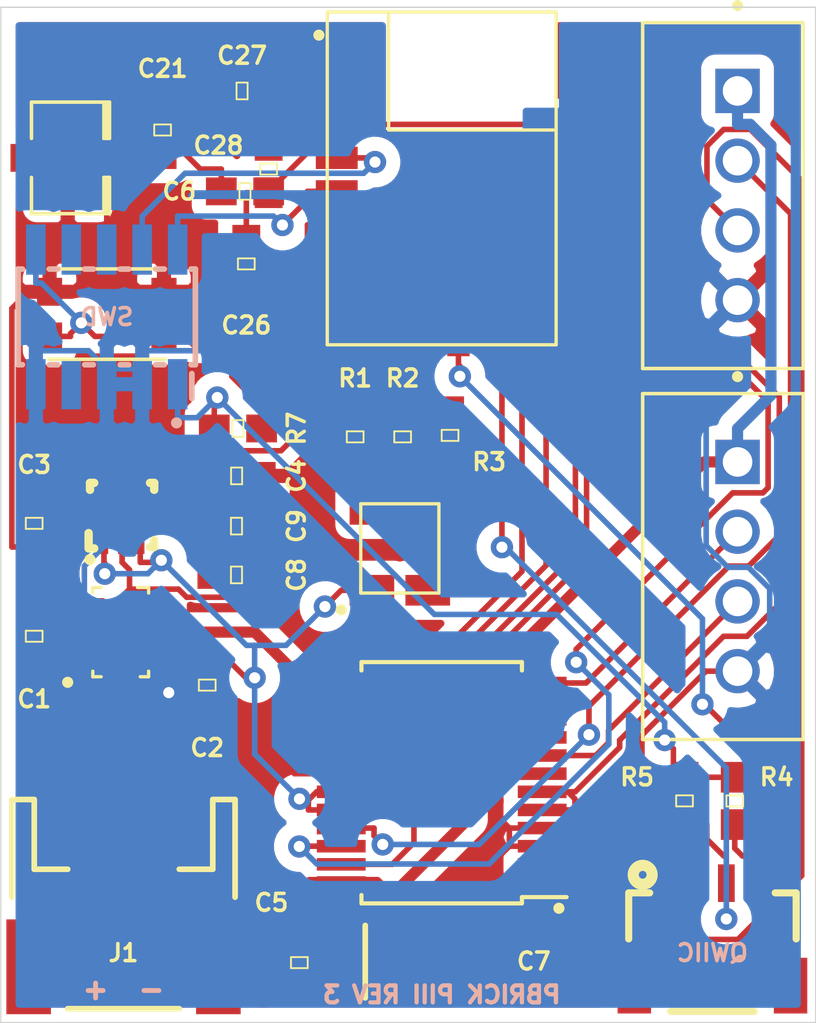
<source format=kicad_pcb>
(kicad_pcb (version 20171130) (host pcbnew 5.1.5+dfsg1-2build2)

  (general
    (thickness 1.6)
    (drawings 21)
    (tracks 437)
    (zones 0)
    (modules 31)
    (nets 43)
  )

  (page A4)
  (layers
    (0 F.Cu signal)
    (31 B.Cu signal)
    (32 B.Adhes user)
    (33 F.Adhes user)
    (34 B.Paste user)
    (35 F.Paste user)
    (36 B.SilkS user)
    (37 F.SilkS user)
    (38 B.Mask user)
    (39 F.Mask user)
    (40 Dwgs.User user)
    (41 Cmts.User user)
    (42 Eco1.User user)
    (43 Eco2.User user)
    (44 Edge.Cuts user)
    (45 Margin user)
    (46 B.CrtYd user)
    (47 F.CrtYd user)
    (48 B.Fab user)
    (49 F.Fab user)
  )

  (setup
    (last_trace_width 0.2)
    (trace_clearance 0.2)
    (zone_clearance 0.508)
    (zone_45_only no)
    (trace_min 0.2)
    (via_size 0.8)
    (via_drill 0.4)
    (via_min_size 0.4)
    (via_min_drill 0.3)
    (uvia_size 0.3)
    (uvia_drill 0.1)
    (uvias_allowed no)
    (uvia_min_size 0.2)
    (uvia_min_drill 0.1)
    (edge_width 0.05)
    (segment_width 0.2)
    (pcb_text_width 0.3)
    (pcb_text_size 1.5 1.5)
    (mod_edge_width 0.12)
    (mod_text_size 1 1)
    (mod_text_width 0.15)
    (pad_size 1.59 1.59)
    (pad_drill 1.06)
    (pad_to_mask_clearance 0.05)
    (aux_axis_origin 0 0)
    (visible_elements FFFFFF7F)
    (pcbplotparams
      (layerselection 0x010fc_ffffffff)
      (usegerberextensions false)
      (usegerberattributes true)
      (usegerberadvancedattributes true)
      (creategerberjobfile true)
      (excludeedgelayer true)
      (linewidth 0.100000)
      (plotframeref false)
      (viasonmask false)
      (mode 1)
      (useauxorigin false)
      (hpglpennumber 1)
      (hpglpenspeed 20)
      (hpglpendiameter 15.000000)
      (psnegative false)
      (psa4output false)
      (plotreference true)
      (plotvalue true)
      (plotinvisibletext false)
      (padsonsilk false)
      (subtractmaskfromsilk false)
      (outputformat 1)
      (mirror false)
      (drillshape 0)
      (scaleselection 1)
      (outputdirectory "gerber/"))
  )

  (net 0 "")
  (net 1 Earth)
  (net 2 VDD)
  (net 3 "Net-(J1-PadNC2)")
  (net 4 "Net-(J1-PadNC1)")
  (net 5 /P0.00)
  (net 6 /P0.01)
  (net 7 3.3V)
  (net 8 /M0_0)
  (net 9 /M0_1)
  (net 10 "Net-(C21-Pad2)")
  (net 11 "Net-(LED1-Pad3)")
  (net 12 5V)
  (net 13 "Net-(LED1-Pad2)")
  (net 14 "Net-(LED1-Pad1)")
  (net 15 /P0.18)
  (net 16 "Net-(P0-Pad8)")
  (net 17 "Net-(P0-Pad7)")
  (net 18 "Net-(P0-Pad6)")
  (net 19 /SWDCLK)
  (net 20 /SWDIO)
  (net 21 /P0.07)
  (net 22 /P0.21)
  (net 23 /P1.00)
  (net 24 /P0.23)
  (net 25 /P0.10)
  (net 26 /P0.09)
  (net 27 /P0.22)
  (net 28 /P0.19)
  (net 29 /P1.09)
  (net 30 /P0.11)
  (net 31 /P0.12)
  (net 32 /P0.03)
  (net 33 /P1.08)
  (net 34 /P0.02)
  (net 35 /RF)
  (net 36 /ANT)
  (net 37 "Net-(U1-Pad5)")
  (net 38 "Net-(U1-Pad3)")
  (net 39 "Net-(C3-Pad2)")
  (net 40 "Net-(U2-Pad5)")
  (net 41 /M1_0)
  (net 42 /M1_1)

  (net_class Default "This is the default net class."
    (clearance 0.2)
    (trace_width 0.2)
    (via_dia 0.8)
    (via_drill 0.4)
    (uvia_dia 0.3)
    (uvia_drill 0.1)
    (add_net /ANT)
    (add_net /M0_0)
    (add_net /M0_1)
    (add_net /M1_0)
    (add_net /M1_1)
    (add_net /P0.00)
    (add_net /P0.01)
    (add_net /P0.02)
    (add_net /P0.03)
    (add_net /P0.07)
    (add_net /P0.09)
    (add_net /P0.10)
    (add_net /P0.11)
    (add_net /P0.12)
    (add_net /P0.18)
    (add_net /P0.19)
    (add_net /P0.21)
    (add_net /P0.22)
    (add_net /P0.23)
    (add_net /P1.00)
    (add_net /P1.08)
    (add_net /P1.09)
    (add_net /RF)
    (add_net /SWDCLK)
    (add_net /SWDIO)
    (add_net Earth)
    (add_net "Net-(C21-Pad2)")
    (add_net "Net-(C3-Pad2)")
    (add_net "Net-(J1-PadNC1)")
    (add_net "Net-(J1-PadNC2)")
    (add_net "Net-(LED1-Pad1)")
    (add_net "Net-(LED1-Pad2)")
    (add_net "Net-(LED1-Pad3)")
    (add_net "Net-(P0-Pad6)")
    (add_net "Net-(P0-Pad7)")
    (add_net "Net-(P0-Pad8)")
    (add_net "Net-(U1-Pad3)")
    (add_net "Net-(U1-Pad5)")
    (add_net "Net-(U2-Pad5)")
  )

  (net_class 3.3V ""
    (clearance 0.2)
    (trace_width 0.2)
    (via_dia 0.8)
    (via_drill 0.4)
    (uvia_dia 0.3)
    (uvia_drill 0.1)
    (add_net 3.3V)
  )

  (net_class 5V ""
    (clearance 0.2)
    (trace_width 0.2)
    (via_dia 0.8)
    (via_drill 0.4)
    (uvia_dia 0.3)
    (uvia_drill 0.1)
    (add_net 5V)
  )

  (net_class VDD ""
    (clearance 0.2)
    (trace_width 0.4)
    (via_dia 0.8)
    (via_drill 0.4)
    (uvia_dia 0.3)
    (uvia_drill 0.1)
    (add_net VDD)
  )

  (module "Common:JST_B4B-XH-A(LF)(SN)" (layer F.Cu) (tedit 5F8247EC) (tstamp 5F82A7A5)
    (at 155.6 153.9 270)
    (path /5F166103)
    (fp_text reference J4 (at 0.637655 -3.920115 90) (layer F.SilkS) hide
      (effects (font (size 1.001803 1.001803) (thickness 0.015)))
    )
    (fp_text value "B4B-XH-A(LF)(SN)" (at 10.16286 4.53737 90) (layer F.Fab) hide
      (effects (font (size 1.00285 1.00285) (thickness 0.015)))
    )
    (fp_line (start -2.45 3.4) (end 9.95 3.4) (layer F.SilkS) (width 0.127))
    (fp_line (start 9.95 3.4) (end 9.95 -2.35) (layer F.SilkS) (width 0.127))
    (fp_line (start 9.95 -2.35) (end -2.45 -2.35) (layer F.SilkS) (width 0.127))
    (fp_line (start -2.45 -2.35) (end -2.45 3.4) (layer F.SilkS) (width 0.127))
    (fp_line (start -2.7 -2.6) (end 10.2 -2.6) (layer F.CrtYd) (width 0.05))
    (fp_line (start 10.2 -2.6) (end 10.2 3.65) (layer F.CrtYd) (width 0.05))
    (fp_line (start 10.2 3.65) (end -2.7 3.65) (layer F.CrtYd) (width 0.05))
    (fp_line (start -2.7 3.65) (end -2.7 -2.6) (layer F.CrtYd) (width 0.05))
    (fp_line (start -2.45 3.4) (end 9.95 3.4) (layer F.Fab) (width 0.127))
    (fp_line (start 9.95 3.4) (end 9.95 -2.35) (layer F.Fab) (width 0.127))
    (fp_line (start 9.95 -2.35) (end -2.45 -2.35) (layer F.Fab) (width 0.127))
    (fp_line (start -2.45 -2.35) (end -2.45 3.4) (layer F.Fab) (width 0.127))
    (fp_circle (center -3.06 0) (end -2.96 0) (layer F.SilkS) (width 0.2))
    (pad 1 thru_hole rect (at 0 0 270) (size 1.59 1.59) (drill 1.06) (layers *.Cu *.Mask)
      (net 2 VDD))
    (pad 2 thru_hole circle (at 2.5 0 270) (size 1.59 1.59) (drill 1.06) (layers *.Cu *.Mask)
      (net 41 /M1_0))
    (pad 3 thru_hole circle (at 5 0 270) (size 1.59 1.59) (drill 1.06) (layers *.Cu *.Mask)
      (net 42 /M1_1))
    (pad 4 thru_hole circle (at 7.5 0 270) (size 1.59 1.59) (drill 1.06) (layers *.Cu *.Mask)
      (net 1 Earth))
  )

  (module Package_SO:SSOP-24_5.3x8.2mm_P0.65mm (layer F.Cu) (tedit 5A02F25C) (tstamp 5F82A724)
    (at 145 165.4 180)
    (descr "24-Lead Plastic Shrink Small Outline (SS)-5.30 mm Body [SSOP] (see Microchip Packaging Specification 00000049BS.pdf)")
    (tags "SSOP 0.65")
    (path /5F83C00F)
    (attr smd)
    (fp_text reference U3 (at 0.1 0.4) (layer F.SilkS) hide
      (effects (font (size 0.6096 0.6096) (thickness 0.1524)))
    )
    (fp_text value TB6612FNG (at 0 5.25) (layer F.Fab) hide
      (effects (font (size 1 1) (thickness 0.15)))
    )
    (fp_text user %R (at 0 0) (layer F.Fab) hide
      (effects (font (size 0.8 0.8) (thickness 0.15)))
    )
    (fp_line (start -2.875 -4.1) (end -4.475 -4.1) (layer F.SilkS) (width 0.15))
    (fp_line (start -2.875 4.325) (end 2.875 4.325) (layer F.SilkS) (width 0.15))
    (fp_line (start -2.875 -4.325) (end 2.875 -4.325) (layer F.SilkS) (width 0.15))
    (fp_line (start -2.875 4.325) (end -2.875 4.025) (layer F.SilkS) (width 0.15))
    (fp_line (start 2.875 4.325) (end 2.875 4.025) (layer F.SilkS) (width 0.15))
    (fp_line (start 2.875 -4.325) (end 2.875 -4.025) (layer F.SilkS) (width 0.15))
    (fp_line (start -2.875 -4.325) (end -2.875 -4.1) (layer F.SilkS) (width 0.15))
    (fp_line (start -4.75 4.5) (end 4.75 4.5) (layer F.CrtYd) (width 0.05))
    (fp_line (start -4.75 -4.5) (end 4.75 -4.5) (layer F.CrtYd) (width 0.05))
    (fp_line (start 4.75 -4.5) (end 4.75 4.5) (layer F.CrtYd) (width 0.05))
    (fp_line (start -4.75 -4.5) (end -4.75 4.5) (layer F.CrtYd) (width 0.05))
    (fp_line (start -2.65 -3.1) (end -1.65 -4.1) (layer F.Fab) (width 0.15))
    (fp_line (start -2.65 4.1) (end -2.65 -3.1) (layer F.Fab) (width 0.15))
    (fp_line (start 2.65 4.1) (end -2.65 4.1) (layer F.Fab) (width 0.15))
    (fp_line (start 2.65 -4.1) (end 2.65 4.1) (layer F.Fab) (width 0.15))
    (fp_line (start -1.65 -4.1) (end 2.65 -4.1) (layer F.Fab) (width 0.15))
    (pad 24 smd rect (at 3.6 -3.575 180) (size 1.75 0.45) (layers F.Cu F.Paste F.Mask)
      (net 2 VDD))
    (pad 23 smd rect (at 3.6 -2.925 180) (size 1.75 0.45) (layers F.Cu F.Paste F.Mask)
      (net 30 /P0.11))
    (pad 22 smd rect (at 3.6 -2.275 180) (size 1.75 0.45) (layers F.Cu F.Paste F.Mask)
      (net 31 /P0.12))
    (pad 21 smd rect (at 3.6 -1.625 180) (size 1.75 0.45) (layers F.Cu F.Paste F.Mask)
      (net 32 /P0.03))
    (pad 20 smd rect (at 3.6 -0.975 180) (size 1.75 0.45) (layers F.Cu F.Paste F.Mask)
      (net 12 5V))
    (pad 19 smd rect (at 3.6 -0.325 180) (size 1.75 0.45) (layers F.Cu F.Paste F.Mask)
      (net 12 5V))
    (pad 18 smd rect (at 3.6 0.325 180) (size 1.75 0.45) (layers F.Cu F.Paste F.Mask)
      (net 1 Earth))
    (pad 17 smd rect (at 3.6 0.975 180) (size 1.75 0.45) (layers F.Cu F.Paste F.Mask)
      (net 29 /P1.09))
    (pad 16 smd rect (at 3.6 1.625 180) (size 1.75 0.45) (layers F.Cu F.Paste F.Mask)
      (net 33 /P1.08))
    (pad 15 smd rect (at 3.6 2.275 180) (size 1.75 0.45) (layers F.Cu F.Paste F.Mask)
      (net 21 /P0.07))
    (pad 14 smd rect (at 3.6 2.925 180) (size 1.75 0.45) (layers F.Cu F.Paste F.Mask)
      (net 2 VDD))
    (pad 13 smd rect (at 3.6 3.575 180) (size 1.75 0.45) (layers F.Cu F.Paste F.Mask)
      (net 2 VDD))
    (pad 12 smd rect (at -3.6 3.575 180) (size 1.75 0.45) (layers F.Cu F.Paste F.Mask)
      (net 41 /M1_0))
    (pad 11 smd rect (at -3.6 2.925 180) (size 1.75 0.45) (layers F.Cu F.Paste F.Mask)
      (net 41 /M1_0))
    (pad 10 smd rect (at -3.6 2.275 180) (size 1.75 0.45) (layers F.Cu F.Paste F.Mask)
      (net 1 Earth))
    (pad 9 smd rect (at -3.6 1.625 180) (size 1.75 0.45) (layers F.Cu F.Paste F.Mask)
      (net 1 Earth))
    (pad 8 smd rect (at -3.6 0.975 180) (size 1.75 0.45) (layers F.Cu F.Paste F.Mask)
      (net 42 /M1_1))
    (pad 7 smd rect (at -3.6 0.325 180) (size 1.75 0.45) (layers F.Cu F.Paste F.Mask)
      (net 42 /M1_1))
    (pad 6 smd rect (at -3.6 -0.325 180) (size 1.75 0.45) (layers F.Cu F.Paste F.Mask)
      (net 9 /M0_1))
    (pad 5 smd rect (at -3.6 -0.975 180) (size 1.75 0.45) (layers F.Cu F.Paste F.Mask)
      (net 9 /M0_1))
    (pad 4 smd rect (at -3.6 -1.625 180) (size 1.75 0.45) (layers F.Cu F.Paste F.Mask)
      (net 1 Earth))
    (pad 3 smd rect (at -3.6 -2.275 180) (size 1.75 0.45) (layers F.Cu F.Paste F.Mask)
      (net 1 Earth))
    (pad 2 smd rect (at -3.6 -2.925 180) (size 1.75 0.45) (layers F.Cu F.Paste F.Mask)
      (net 8 /M0_0))
    (pad 1 smd rect (at -3.6 -3.575 180) (size 1.75 0.45) (layers F.Cu F.Paste F.Mask)
      (net 8 /M0_0))
    (model ${KISYS3DMOD}/Package_SO.3dshapes/SSOP-24_5.3x8.2mm_P0.65mm.wrl
      (at (xyz 0 0 0))
      (scale (xyz 1 1 1))
      (rotate (xyz 0 0 0))
    )
  )

  (module Capacitors:EIA3528 (layer F.Cu) (tedit 200000) (tstamp 5F1404E2)
    (at 144.9 171.8 180)
    (descr "GENERIC EIA 3528 POLARIZED TANTALUM CAPACITOR")
    (tags "GENERIC EIA 3528 POLARIZED TANTALUM CAPACITOR")
    (path /5F1D8554)
    (attr smd)
    (fp_text reference C7 (at -3.4 0) (layer F.SilkS)
      (effects (font (size 0.6096 0.6096) (thickness 0.127)))
    )
    (fp_text value "16V 10uF" (at 0 2.286) (layer F.SilkS) hide
      (effects (font (size 0.6096 0.6096) (thickness 0.127)))
    )
    (fp_line (start 2.63906 -1.31064) (end 2.63906 1.28524) (layer F.SilkS) (width 0.2032))
    (fp_line (start 2.19964 -1.5494) (end 0.99822 -1.5494) (layer Dwgs.User) (width 0.2032))
    (fp_line (start 2.59842 -1.24968) (end 2.19964 -1.5494) (layer Dwgs.User) (width 0.2032))
    (fp_line (start 2.59842 1.19888) (end 2.59842 -1.24968) (layer Dwgs.User) (width 0.2032))
    (fp_line (start 2.19964 1.5494) (end 2.59842 1.19888) (layer Dwgs.User) (width 0.2032))
    (fp_line (start 0.99822 1.5494) (end 2.19964 1.5494) (layer Dwgs.User) (width 0.2032))
    (fp_line (start -2.59842 -1.5494) (end -0.89916 -1.5494) (layer Dwgs.User) (width 0.2032))
    (fp_line (start -2.59842 1.59766) (end -2.59842 -1.5494) (layer Dwgs.User) (width 0.2032))
    (fp_line (start -0.89916 1.59766) (end -2.59842 1.59766) (layer Dwgs.User) (width 0.2032))
    (pad C smd rect (at -1.64846 0 270) (size 2.49936 1.19888) (layers F.Cu F.Paste F.Mask)
      (net 1 Earth) (solder_mask_margin 0.1016))
    (pad A smd rect (at 1.64846 0 270) (size 2.49936 1.19888) (layers F.Cu F.Paste F.Mask)
      (net 2 VDD) (solder_mask_margin 0.1016))
  )

  (module Connectors:JST-2-SMD (layer F.Cu) (tedit 200000) (tstamp 5F13BF6F)
    (at 133.6 170.5 180)
    (descr "JST-RIGHT ANGLE MALE HEADER SMT")
    (tags "JST-RIGHT ANGLE MALE HEADER SMT")
    (path /5F132F9C)
    (attr smd)
    (fp_text reference J1 (at 0 -1 180) (layer F.SilkS)
      (effects (font (size 0.6096 0.6096) (thickness 0.127)))
    )
    (fp_text value JST_2MM_MALE (at 4.699 3.81 90) (layer F.SilkS) hide
      (effects (font (size 0.6096 0.6096) (thickness 0.127)))
    )
    (fp_line (start 1.99898 -2.99974) (end -1.99898 -2.99974) (layer F.SilkS) (width 0.2032))
    (fp_line (start 3.99796 4.49834) (end 3.99796 0.99822) (layer F.SilkS) (width 0.2032))
    (fp_line (start 3.19786 4.49834) (end 3.99796 4.49834) (layer F.SilkS) (width 0.2032))
    (fp_line (start 3.19786 1.99898) (end 3.19786 4.49834) (layer F.SilkS) (width 0.2032))
    (fp_line (start 1.99898 1.99898) (end 3.19786 1.99898) (layer F.SilkS) (width 0.2032))
    (fp_line (start -3.19786 1.99898) (end -1.99898 1.99898) (layer F.SilkS) (width 0.2032))
    (fp_line (start -3.19786 4.49834) (end -3.19786 1.99898) (layer F.SilkS) (width 0.2032))
    (fp_line (start -3.99796 4.49834) (end -3.19786 4.49834) (layer F.SilkS) (width 0.2032))
    (fp_line (start -3.99796 0.99822) (end -3.99796 4.49834) (layer F.SilkS) (width 0.2032))
    (pad NC2 smd rect (at 3.39852 -1.4986 270) (size 3.39852 1.59766) (layers F.Cu F.Paste F.Mask)
      (net 3 "Net-(J1-PadNC2)") (solder_mask_margin 0.1016))
    (pad NC1 smd rect (at -3.39852 -1.4986 270) (size 3.39852 1.59766) (layers F.Cu F.Paste F.Mask)
      (net 4 "Net-(J1-PadNC1)") (solder_mask_margin 0.1016))
    (pad 2 smd rect (at 0.99822 3.69824 180) (size 0.99822 4.59994) (layers F.Cu F.Paste F.Mask)
      (net 2 VDD) (solder_mask_margin 0.1016))
    (pad 1 smd rect (at -0.99822 3.69824 180) (size 0.99822 4.59994) (layers F.Cu F.Paste F.Mask)
      (net 1 Earth) (solder_mask_margin 0.1016))
  )

  (module Connectors:1X04_1MM_RA (layer F.Cu) (tedit 200000) (tstamp 5F1419F6)
    (at 154.7 169)
    (descr "SMD- 4 PIN RIGHT ANGLE")
    (tags "SMD- 4 PIN RIGHT ANGLE")
    (path /5F11DB2A)
    (attr smd)
    (fp_text reference J2 (at -3.683 0.889 90) (layer F.SilkS) hide
      (effects (font (size 0.6096 0.6096) (thickness 0.127)))
    )
    (fp_text value QWIIC (at 0 2.5 -180) (layer B.SilkS)
      (effects (font (size 0.6096 0.6096) (thickness 0.127)) (justify mirror))
    )
    (fp_circle (center -2.49936 -0.29972) (end -2.49936 -0.43942) (layer F.SilkS) (width 0.39878))
    (fp_line (start -2.99974 0.34798) (end -2.2479 0.34798) (layer F.SilkS) (width 0.254))
    (fp_line (start 2.99974 0.34798) (end 2.99974 1.99898) (layer F.SilkS) (width 0.254))
    (fp_line (start 2.2479 0.34798) (end 2.99974 0.34798) (layer F.SilkS) (width 0.254))
    (fp_line (start -2.99974 1.99898) (end -2.99974 0.34798) (layer F.SilkS) (width 0.254))
    (fp_line (start -1.4986 4.59994) (end 1.4986 4.59994) (layer F.SilkS) (width 0.254))
    (pad NC2 smd rect (at -2.79908 3.67284) (size 1.19888 1.99898) (layers F.Cu F.Paste F.Mask)
      (solder_mask_margin 0.1016))
    (pad NC1 smd rect (at 2.79908 3.67284) (size 1.19888 1.99898) (layers F.Cu F.Paste F.Mask)
      (solder_mask_margin 0.1016))
    (pad 4 smd rect (at 1.4986 0) (size 0.59944 1.34874) (layers F.Cu F.Paste F.Mask)
      (net 5 /P0.00) (solder_mask_margin 0.1016))
    (pad 3 smd rect (at 0.49784 0) (size 0.59944 1.34874) (layers F.Cu F.Paste F.Mask)
      (net 6 /P0.01) (solder_mask_margin 0.1016))
    (pad 2 smd rect (at -0.49784 0) (size 0.59944 1.34874) (layers F.Cu F.Paste F.Mask)
      (net 7 3.3V) (solder_mask_margin 0.1016))
    (pad 1 smd rect (at -1.4986 0) (size 0.59944 1.34874) (layers F.Cu F.Paste F.Mask)
      (net 1 Earth) (solder_mask_margin 0.1016))
  )

  (module "Common:JST_B4B-XH-A(LF)(SN)" (layer F.Cu) (tedit 5E34608C) (tstamp 5F825BF3)
    (at 155.6 140.6 270)
    (path /5F166103)
    (fp_text reference J3 (at 0.637655 -3.920115 90) (layer F.SilkS) hide
      (effects (font (size 1.001803 1.001803) (thickness 0.015)))
    )
    (fp_text value "B4B-XH-A(LF)(SN)" (at 10.16286 4.53737 90) (layer F.Fab) hide
      (effects (font (size 1.00285 1.00285) (thickness 0.015)))
    )
    (fp_circle (center -3.06 0) (end -2.96 0) (layer F.SilkS) (width 0.2))
    (fp_line (start -2.45 -2.35) (end -2.45 3.4) (layer F.Fab) (width 0.127))
    (fp_line (start 9.95 -2.35) (end -2.45 -2.35) (layer F.Fab) (width 0.127))
    (fp_line (start 9.95 3.4) (end 9.95 -2.35) (layer F.Fab) (width 0.127))
    (fp_line (start -2.45 3.4) (end 9.95 3.4) (layer F.Fab) (width 0.127))
    (fp_line (start -2.7 3.65) (end -2.7 -2.6) (layer F.CrtYd) (width 0.05))
    (fp_line (start 10.2 3.65) (end -2.7 3.65) (layer F.CrtYd) (width 0.05))
    (fp_line (start 10.2 -2.6) (end 10.2 3.65) (layer F.CrtYd) (width 0.05))
    (fp_line (start -2.7 -2.6) (end 10.2 -2.6) (layer F.CrtYd) (width 0.05))
    (fp_line (start -2.45 -2.35) (end -2.45 3.4) (layer F.SilkS) (width 0.127))
    (fp_line (start 9.95 -2.35) (end -2.45 -2.35) (layer F.SilkS) (width 0.127))
    (fp_line (start 9.95 3.4) (end 9.95 -2.35) (layer F.SilkS) (width 0.127))
    (fp_line (start -2.45 3.4) (end 9.95 3.4) (layer F.SilkS) (width 0.127))
    (pad 4 thru_hole circle (at 7.5 0 270) (size 1.59 1.59) (drill 1.06) (layers *.Cu *.Mask)
      (net 1 Earth))
    (pad 3 thru_hole circle (at 5 0 270) (size 1.59 1.59) (drill 1.06) (layers *.Cu *.Mask)
      (net 8 /M0_0))
    (pad 2 thru_hole circle (at 2.5 0 270) (size 1.59 1.59) (drill 1.06) (layers *.Cu *.Mask)
      (net 9 /M0_1))
    (pad 1 thru_hole rect (at 0 0 270) (size 1.59 1.59) (drill 1.06) (layers *.Cu *.Mask)
      (net 2 VDD))
  )

  (module Connectors:U.FL (layer F.Cu) (tedit 200000) (tstamp 5F13BFAA)
    (at 131.6 143)
    (descr "U.FL SMD ANTENNA CONNECTOR")
    (tags "U.FL SMD ANTENNA CONNECTOR")
    (path /5F205E4A)
    (attr smd)
    (fp_text reference J5 (at 0 -2.54) (layer F.SilkS) hide
      (effects (font (size 0.6096 0.6096) (thickness 0.127)))
    )
    (fp_text value U.FL2PIN (at 0 2.54) (layer F.SilkS) hide
      (effects (font (size 0.6096 0.6096) (thickness 0.127)))
    )
    (fp_line (start 1.4986 1.99898) (end 1.29794 1.99898) (layer F.SilkS) (width 0.127))
    (fp_line (start 1.4986 0.6985) (end 1.29794 0.6985) (layer F.SilkS) (width 0.127))
    (fp_line (start 1.4986 -0.6985) (end 1.29794 -0.6985) (layer F.SilkS) (width 0.127))
    (fp_line (start 1.4986 -1.99898) (end 1.29794 -1.99898) (layer F.SilkS) (width 0.127))
    (fp_line (start 1.4986 1.99898) (end 1.4986 0.6985) (layer F.SilkS) (width 0.127))
    (fp_line (start 1.4986 -0.6985) (end 1.4986 -1.99898) (layer F.SilkS) (width 0.127))
    (fp_line (start 1.39954 1.99898) (end 1.39954 0.6985) (layer F.SilkS) (width 0.127))
    (fp_line (start 1.39954 -0.6985) (end 1.39954 -1.99898) (layer F.SilkS) (width 0.127))
    (fp_line (start -1.29794 1.99898) (end -1.29794 0.6985) (layer F.SilkS) (width 0.127))
    (fp_line (start -1.29794 -0.6985) (end -1.29794 -1.99898) (layer F.SilkS) (width 0.127))
    (fp_line (start 1.29794 1.99898) (end 1.29794 0.6985) (layer F.SilkS) (width 0.127))
    (fp_line (start -1.29794 1.99898) (end 1.29794 1.99898) (layer F.SilkS) (width 0.127))
    (fp_line (start 1.29794 -1.99898) (end -1.29794 -1.99898) (layer F.SilkS) (width 0.127))
    (fp_line (start 1.29794 -0.6985) (end 1.29794 -1.99898) (layer F.SilkS) (width 0.127))
    (pad NC smd rect (at -1.524 0) (size 1.04902 0.99822) (layers F.Cu F.Paste F.Mask)
      (solder_mask_margin 0.1016))
    (pad FEED smd rect (at 1.524 0) (size 1.04902 0.99822) (layers F.Cu F.Paste F.Mask)
      (net 10 "Net-(C21-Pad2)") (solder_mask_margin 0.1016))
    (pad 2 smd rect (at 0 1.37414) (size 2.19964 0.84836) (layers F.Cu F.Paste F.Mask)
      (net 1 Earth) (solder_mask_margin 0.1016))
    (pad 1 smd rect (at 0 -1.37414) (size 2.19964 0.84836) (layers F.Cu F.Paste F.Mask)
      (net 1 Earth) (solder_mask_margin 0.1016))
  )

  (module Common:SW_KMR621NGLFS (layer F.Cu) (tedit 5E34605C) (tstamp 5F13C0E0)
    (at 133 148.6)
    (path /5F0E3EAF)
    (fp_text reference S1 (at -0.768 -2.2064) (layer F.SilkS) hide
      (effects (font (size 0.64 0.64) (thickness 0.015)))
    )
    (fp_text value KMR621NGLFS (at 2.8896 2.1936) (layer F.Fab) hide
      (effects (font (size 0.64 0.64) (thickness 0.015)))
    )
    (fp_line (start 2.1 1.62) (end -2.1 1.62) (layer F.SilkS) (width 0.127))
    (fp_line (start -2.1 -1.62) (end 2.1 -1.62) (layer F.SilkS) (width 0.127))
    (fp_line (start 2.1 1.4) (end -2.1 1.4) (layer F.Fab) (width 0.127))
    (fp_line (start 2.1 -1.4) (end 2.1 1.4) (layer F.Fab) (width 0.127))
    (fp_line (start -2.1 -1.4) (end 2.1 -1.4) (layer F.Fab) (width 0.127))
    (fp_line (start -2.1 1.4) (end -2.1 -1.4) (layer F.Fab) (width 0.127))
    (fp_line (start 2.75 1.65) (end -2.75 1.65) (layer F.CrtYd) (width 0.05))
    (fp_line (start 2.75 -1.65) (end 2.75 1.65) (layer F.CrtYd) (width 0.05))
    (fp_line (start -2.75 -1.65) (end 2.75 -1.65) (layer F.CrtYd) (width 0.05))
    (fp_line (start -2.75 1.65) (end -2.75 -1.65) (layer F.CrtYd) (width 0.05))
    (pad 2_2 smd rect (at 2.05 0.8) (size 0.9 1) (layers F.Cu F.Paste F.Mask)
      (net 15 /P0.18))
    (pad 2_1 smd rect (at -2.05 0.8) (size 0.9 1) (layers F.Cu F.Paste F.Mask)
      (net 15 /P0.18))
    (pad 1_2 smd rect (at 2.05 -0.8) (size 0.9 1) (layers F.Cu F.Paste F.Mask)
      (net 1 Earth))
    (pad 1_1 smd rect (at -2.05 -0.8) (size 0.9 1) (layers F.Cu F.Paste F.Mask)
      (net 1 Earth))
  )

  (module Common:SOT95P280X145-6N (layer F.Cu) (tedit 5E346086) (tstamp 5F825A3B)
    (at 133.5 160 180)
    (path /5F16D626)
    (fp_text reference U1 (at 2.34149 -3.58858) (layer F.SilkS) hide
      (effects (font (size 1.643291 1.643291) (thickness 0.015)))
    )
    (fp_text value ADP3330ARTZ-5-RL7 (at 13.2283 3.40882) (layer F.Fab) hide
      (effects (font (size 1.64252 1.64252) (thickness 0.015)))
    )
    (fp_line (start -0.8382 -1.4986) (end -0.8382 1.4986) (layer F.Fab) (width 0.1524))
    (fp_line (start 0.8382 -1.4986) (end -0.8382 -1.4986) (layer F.Fab) (width 0.1524))
    (fp_line (start 0.8382 1.4986) (end 0.8382 -1.4986) (layer F.Fab) (width 0.1524))
    (fp_line (start -0.8382 1.4986) (end 0.8382 1.4986) (layer F.Fab) (width 0.1524))
    (fp_line (start 1.4986 -1.1938) (end 0.8382 -1.1938) (layer F.Fab) (width 0.1524))
    (fp_line (start 1.4986 -0.7112) (end 1.4986 -1.1938) (layer F.Fab) (width 0.1524))
    (fp_line (start 0.8382 -0.7112) (end 1.4986 -0.7112) (layer F.Fab) (width 0.1524))
    (fp_line (start 0.8382 -1.1938) (end 0.8382 -0.7112) (layer F.Fab) (width 0.1524))
    (fp_line (start 1.4986 -0.254) (end 0.8382 -0.254) (layer F.Fab) (width 0.1524))
    (fp_line (start 1.4986 0.254) (end 1.4986 -0.254) (layer F.Fab) (width 0.1524))
    (fp_line (start 0.8382 0.254) (end 1.4986 0.254) (layer F.Fab) (width 0.1524))
    (fp_line (start 0.8382 -0.254) (end 0.8382 0.254) (layer F.Fab) (width 0.1524))
    (fp_line (start 1.4986 0.7112) (end 0.8382 0.7112) (layer F.Fab) (width 0.1524))
    (fp_line (start 1.4986 1.1938) (end 1.4986 0.7112) (layer F.Fab) (width 0.1524))
    (fp_line (start 0.8382 1.1938) (end 1.4986 1.1938) (layer F.Fab) (width 0.1524))
    (fp_line (start 0.8382 0.7112) (end 0.8382 1.1938) (layer F.Fab) (width 0.1524))
    (fp_line (start -1.4986 1.1938) (end -0.8382 1.1938) (layer F.Fab) (width 0.1524))
    (fp_line (start -1.4986 0.7112) (end -1.4986 1.1938) (layer F.Fab) (width 0.1524))
    (fp_line (start -0.8382 0.7112) (end -1.4986 0.7112) (layer F.Fab) (width 0.1524))
    (fp_line (start -0.8382 1.1938) (end -0.8382 0.7112) (layer F.Fab) (width 0.1524))
    (fp_line (start -1.4986 0.254) (end -0.8382 0.254) (layer F.Fab) (width 0.1524))
    (fp_line (start -1.4986 -0.254) (end -1.4986 0.254) (layer F.Fab) (width 0.1524))
    (fp_line (start -0.8382 -0.254) (end -1.4986 -0.254) (layer F.Fab) (width 0.1524))
    (fp_line (start -0.8382 0.254) (end -0.8382 -0.254) (layer F.Fab) (width 0.1524))
    (fp_line (start -1.4986 -0.7112) (end -0.8382 -0.7112) (layer F.Fab) (width 0.1524))
    (fp_line (start -1.4986 -1.1938) (end -1.4986 -0.7112) (layer F.Fab) (width 0.1524))
    (fp_line (start -0.8382 -1.1938) (end -1.4986 -1.1938) (layer F.Fab) (width 0.1524))
    (fp_line (start -0.8382 -0.7112) (end -0.8382 -1.1938) (layer F.Fab) (width 0.1524))
    (pad 6 smd rect (at 1.2192 -0.9398 180) (size 1.27 0.5588) (layers F.Cu F.Paste F.Mask)
      (net 2 VDD))
    (pad 5 smd rect (at 1.2192 0 180) (size 1.27 0.5588) (layers F.Cu F.Paste F.Mask)
      (net 37 "Net-(U1-Pad5)"))
    (pad 4 smd rect (at 1.2192 0.9398 180) (size 1.27 0.5588) (layers F.Cu F.Paste F.Mask)
      (net 1 Earth))
    (pad 3 smd rect (at -1.2192 0.9398 180) (size 1.27 0.5588) (layers F.Cu F.Paste F.Mask)
      (net 38 "Net-(U1-Pad3)"))
    (pad 2 smd rect (at -1.2192 0 180) (size 1.27 0.5588) (layers F.Cu F.Paste F.Mask)
      (net 2 VDD))
    (pad 1 smd rect (at -1.2192 -0.9398 180) (size 1.27 0.5588) (layers F.Cu F.Paste F.Mask)
      (net 12 5V))
  )

  (module Common:QFN6_THERMAL_PAD (layer F.Cu) (tedit 5F0B6436) (tstamp 5F13C12A)
    (at 133.55 155.8)
    (descr "<b>QFN6_ThermalPad</b>  Quad Flatpack 6 SMD pads No Leads with center thermal pad")
    (path /5F226DB3)
    (fp_text reference U2 (at 0.527 -0.2352) (layer F.SilkS) hide
      (effects (font (size 0.32 0.32) (thickness 0.015)))
    )
    (fp_text value MIC5219-3.3YML-TR (at 2.3582 0.2643) (layer F.Fab) hide
      (effects (font (size 0.32 0.32) (thickness 0.015)))
    )
    (fp_poly (pts (xy -0.1 -0.75) (xy -0.1 -1.05) (xy 0.1 -1.05) (xy 0.1 -0.75)) (layer F.Fab) (width 0.1))
    (fp_poly (pts (xy -0.1 1.05) (xy -0.1 0.75) (xy 0.1 0.75) (xy 0.1 1.05)) (layer F.Fab) (width 0.1))
    (fp_poly (pts (xy -0.75 1.05) (xy -0.75 0.75) (xy -0.55 0.75) (xy -0.55 1.05)) (layer F.Fab) (width 0.1))
    (fp_poly (pts (xy 0.55 1.05) (xy 0.55 0.75) (xy 0.75 0.75) (xy 0.75 1.05)) (layer F.Fab) (width 0.1))
    (fp_poly (pts (xy 0.55 -0.75) (xy 0.55 -1.05) (xy 0.75 -1.05) (xy 0.75 -0.75)) (layer F.Fab) (width 0.1))
    (fp_poly (pts (xy -0.75 -0.75) (xy -0.75 -1.05) (xy -0.55 -1.05) (xy -0.55 -0.75)) (layer F.Fab) (width 0.1))
    (fp_poly (pts (xy -1 -1) (xy -1 1) (xy 1 1) (xy 1 -1)) (layer F.Fab) (width 0.1))
    (fp_line (start 1.15 0.9) (end 1.15 1.15) (layer F.SilkS) (width 0.3))
    (fp_line (start -1.2 0.65) (end -1.2 1.2) (layer F.SilkS) (width 0.3))
    (fp_line (start 1 1.15) (end 1.15 1.15) (layer F.SilkS) (width 0.3))
    (fp_line (start -1.15 1.2) (end -1 1.2) (layer F.SilkS) (width 0.3))
    (fp_line (start -1.15 -1.15) (end -1 -1.15) (layer F.SilkS) (width 0.3))
    (fp_line (start 1 -1.05) (end -1 -1.05) (layer F.CrtYd) (width 0.1))
    (fp_line (start 1 1.05) (end 1 -1.05) (layer F.CrtYd) (width 0.1))
    (fp_line (start -1 1.05) (end 1 1.05) (layer F.CrtYd) (width 0.1))
    (fp_line (start -1 -1.05) (end -1 1.05) (layer F.CrtYd) (width 0.1))
    (fp_line (start 1 -1.15) (end 1.15 -1.15) (layer F.SilkS) (width 0.3))
    (fp_line (start 1.15 -1.15) (end 1.15 -0.9) (layer F.SilkS) (width 0.3))
    (fp_line (start -1.15 -1.15) (end -1.15 -0.9) (layer F.SilkS) (width 0.3))
    (fp_text user 6 (at -0.74 -0.8) (layer Dwgs.User)
      (effects (font (size 0.19685 0.19685) (thickness 0.015)))
    )
    (fp_text user 5 (at -0.09 -0.8) (layer Dwgs.User)
      (effects (font (size 0.19685 0.19685) (thickness 0.015)))
    )
    (fp_text user 4 (at 0.56 -0.8) (layer Dwgs.User)
      (effects (font (size 0.19685 0.19685) (thickness 0.015)))
    )
    (fp_text user 3 (at 0.56 1) (layer Dwgs.User)
      (effects (font (size 0.19685 0.19685) (thickness 0.015)))
    )
    (fp_text user 2 (at -0.09 1) (layer Dwgs.User)
      (effects (font (size 0.19685 0.19685) (thickness 0.015)))
    )
    (fp_text user 1 (at -0.74 1) (layer Dwgs.User)
      (effects (font (size 0.19685 0.19685) (thickness 0.015)))
    )
    (pad GND smd rect (at 0 0) (size 1.6 1) (layers F.Cu F.Paste F.Mask))
    (pad 6 smd rect (at -0.65 -1.05) (size 0.3 0.7) (layers F.Cu F.Paste F.Mask)
      (net 39 "Net-(C3-Pad2)"))
    (pad 5 smd rect (at 0 -1.05) (size 0.3 0.7) (layers F.Cu F.Paste F.Mask)
      (net 40 "Net-(U2-Pad5)"))
    (pad 1 smd rect (at -0.65 1.05) (size 0.3 0.7) (layers F.Cu F.Paste F.Mask)
      (net 12 5V))
    (pad 2 smd rect (at 0 1.05) (size 0.3 0.7) (layers F.Cu F.Paste F.Mask)
      (net 1 Earth))
    (pad 3 smd rect (at 0.65 1.05) (size 0.3 0.7) (layers F.Cu F.Paste F.Mask)
      (net 12 5V))
    (pad 4 smd rect (at 0.65 -1.05) (size 0.3 0.7) (layers F.Cu F.Paste F.Mask)
      (net 7 3.3V))
  )

  (module Resistors:0603 (layer F.Cu) (tedit 200000) (tstamp 5F13C0CE)
    (at 137.7 152.7)
    (descr "GENERIC 1608 (0603) PACKAGE")
    (tags "GENERIC 1608 (0603) PACKAGE")
    (path /5F1004DF)
    (attr smd)
    (fp_text reference R7 (at 2.1 0 90) (layer F.SilkS)
      (effects (font (size 0.6096 0.6096) (thickness 0.127)))
    )
    (fp_text value "10K 0603" (at 0 1.27) (layer F.SilkS) hide
      (effects (font (size 0.6096 0.6096) (thickness 0.127)))
    )
    (fp_line (start -0.3556 0.41656) (end 0.3556 0.41656) (layer Dwgs.User) (width 0.1016))
    (fp_line (start -0.3556 -0.4318) (end 0.3556 -0.4318) (layer Dwgs.User) (width 0.1016))
    (fp_line (start -1.59766 0.6985) (end -1.59766 -0.6985) (layer F.CrtYd) (width 0.0508))
    (fp_line (start 1.59766 0.6985) (end -1.59766 0.6985) (layer F.CrtYd) (width 0.0508))
    (fp_line (start 1.59766 -0.6985) (end 1.59766 0.6985) (layer F.CrtYd) (width 0.0508))
    (fp_line (start -1.59766 -0.6985) (end 1.59766 -0.6985) (layer F.CrtYd) (width 0.0508))
    (fp_line (start -0.19812 0.29972) (end -0.19812 -0.29972) (layer F.SilkS) (width 0.06604))
    (fp_line (start -0.19812 -0.29972) (end 0.19812 -0.29972) (layer F.SilkS) (width 0.06604))
    (fp_line (start 0.19812 0.29972) (end 0.19812 -0.29972) (layer F.SilkS) (width 0.06604))
    (fp_line (start -0.19812 0.29972) (end 0.19812 0.29972) (layer F.SilkS) (width 0.06604))
    (fp_line (start 0.3302 0.4699) (end 0.3302 -0.48006) (layer Dwgs.User) (width 0.06604))
    (fp_line (start 0.3302 -0.48006) (end 0.82804 -0.48006) (layer Dwgs.User) (width 0.06604))
    (fp_line (start 0.82804 0.4699) (end 0.82804 -0.48006) (layer Dwgs.User) (width 0.06604))
    (fp_line (start 0.3302 0.4699) (end 0.82804 0.4699) (layer Dwgs.User) (width 0.06604))
    (fp_line (start -0.8382 0.4699) (end -0.8382 -0.48006) (layer Dwgs.User) (width 0.06604))
    (fp_line (start -0.8382 -0.48006) (end -0.33782 -0.48006) (layer Dwgs.User) (width 0.06604))
    (fp_line (start -0.33782 0.4699) (end -0.33782 -0.48006) (layer Dwgs.User) (width 0.06604))
    (fp_line (start -0.8382 0.4699) (end -0.33782 0.4699) (layer Dwgs.User) (width 0.06604))
    (pad 2 smd rect (at 0.84836 0) (size 1.09982 0.99822) (layers F.Cu F.Paste F.Mask)
      (net 15 /P0.18) (solder_mask_margin 0.1016))
    (pad 1 smd rect (at -0.84836 0) (size 1.09982 0.99822) (layers F.Cu F.Paste F.Mask)
      (net 7 3.3V) (solder_mask_margin 0.1016))
  )

  (module Resistors:0603 (layer F.Cu) (tedit 200000) (tstamp 5F141938)
    (at 153.7 166.05 90)
    (descr "GENERIC 1608 (0603) PACKAGE")
    (tags "GENERIC 1608 (0603) PACKAGE")
    (path /5F1266C1)
    (attr smd)
    (fp_text reference R5 (at 0.85 -1.7 180) (layer F.SilkS)
      (effects (font (size 0.6096 0.6096) (thickness 0.127)))
    )
    (fp_text value "2.2K Ω 0603" (at 0 1.27 90) (layer F.SilkS) hide
      (effects (font (size 0.6096 0.6096) (thickness 0.127)))
    )
    (fp_line (start -0.3556 0.41656) (end 0.3556 0.41656) (layer Dwgs.User) (width 0.1016))
    (fp_line (start -0.3556 -0.4318) (end 0.3556 -0.4318) (layer Dwgs.User) (width 0.1016))
    (fp_line (start -1.59766 0.6985) (end -1.59766 -0.6985) (layer F.CrtYd) (width 0.0508))
    (fp_line (start 1.59766 0.6985) (end -1.59766 0.6985) (layer F.CrtYd) (width 0.0508))
    (fp_line (start 1.59766 -0.6985) (end 1.59766 0.6985) (layer F.CrtYd) (width 0.0508))
    (fp_line (start -1.59766 -0.6985) (end 1.59766 -0.6985) (layer F.CrtYd) (width 0.0508))
    (fp_line (start -0.19812 0.29972) (end -0.19812 -0.29972) (layer F.SilkS) (width 0.06604))
    (fp_line (start -0.19812 -0.29972) (end 0.19812 -0.29972) (layer F.SilkS) (width 0.06604))
    (fp_line (start 0.19812 0.29972) (end 0.19812 -0.29972) (layer F.SilkS) (width 0.06604))
    (fp_line (start -0.19812 0.29972) (end 0.19812 0.29972) (layer F.SilkS) (width 0.06604))
    (fp_line (start 0.3302 0.4699) (end 0.3302 -0.48006) (layer Dwgs.User) (width 0.06604))
    (fp_line (start 0.3302 -0.48006) (end 0.82804 -0.48006) (layer Dwgs.User) (width 0.06604))
    (fp_line (start 0.82804 0.4699) (end 0.82804 -0.48006) (layer Dwgs.User) (width 0.06604))
    (fp_line (start 0.3302 0.4699) (end 0.82804 0.4699) (layer Dwgs.User) (width 0.06604))
    (fp_line (start -0.8382 0.4699) (end -0.8382 -0.48006) (layer Dwgs.User) (width 0.06604))
    (fp_line (start -0.8382 -0.48006) (end -0.33782 -0.48006) (layer Dwgs.User) (width 0.06604))
    (fp_line (start -0.33782 0.4699) (end -0.33782 -0.48006) (layer Dwgs.User) (width 0.06604))
    (fp_line (start -0.8382 0.4699) (end -0.33782 0.4699) (layer Dwgs.User) (width 0.06604))
    (pad 2 smd rect (at 0.84836 0 90) (size 1.09982 0.99822) (layers F.Cu F.Paste F.Mask)
      (net 7 3.3V) (solder_mask_margin 0.1016))
    (pad 1 smd rect (at -0.84836 0 90) (size 1.09982 0.99822) (layers F.Cu F.Paste F.Mask)
      (net 6 /P0.01) (solder_mask_margin 0.1016))
  )

  (module Resistors:0603 (layer F.Cu) (tedit 200000) (tstamp 5F141800)
    (at 155.5 166.052 270)
    (descr "GENERIC 1608 (0603) PACKAGE")
    (tags "GENERIC 1608 (0603) PACKAGE")
    (path /5F125DEC)
    (attr smd)
    (fp_text reference R4 (at -0.852 -1.5 180) (layer F.SilkS)
      (effects (font (size 0.6096 0.6096) (thickness 0.127)))
    )
    (fp_text value "2.2K Ω 0603" (at 0.59836 -1 90) (layer F.SilkS) hide
      (effects (font (size 0.6096 0.6096) (thickness 0.127)))
    )
    (fp_line (start -0.3556 0.41656) (end 0.3556 0.41656) (layer Dwgs.User) (width 0.1016))
    (fp_line (start -0.3556 -0.4318) (end 0.3556 -0.4318) (layer Dwgs.User) (width 0.1016))
    (fp_line (start -1.59766 0.6985) (end -1.59766 -0.6985) (layer F.CrtYd) (width 0.0508))
    (fp_line (start 1.59766 0.6985) (end -1.59766 0.6985) (layer F.CrtYd) (width 0.0508))
    (fp_line (start 1.59766 -0.6985) (end 1.59766 0.6985) (layer F.CrtYd) (width 0.0508))
    (fp_line (start -1.59766 -0.6985) (end 1.59766 -0.6985) (layer F.CrtYd) (width 0.0508))
    (fp_line (start -0.19812 0.29972) (end -0.19812 -0.29972) (layer F.SilkS) (width 0.06604))
    (fp_line (start -0.19812 -0.29972) (end 0.19812 -0.29972) (layer F.SilkS) (width 0.06604))
    (fp_line (start 0.19812 0.29972) (end 0.19812 -0.29972) (layer F.SilkS) (width 0.06604))
    (fp_line (start -0.19812 0.29972) (end 0.19812 0.29972) (layer F.SilkS) (width 0.06604))
    (fp_line (start 0.3302 0.4699) (end 0.3302 -0.48006) (layer Dwgs.User) (width 0.06604))
    (fp_line (start 0.3302 -0.48006) (end 0.82804 -0.48006) (layer Dwgs.User) (width 0.06604))
    (fp_line (start 0.82804 0.4699) (end 0.82804 -0.48006) (layer Dwgs.User) (width 0.06604))
    (fp_line (start 0.3302 0.4699) (end 0.82804 0.4699) (layer Dwgs.User) (width 0.06604))
    (fp_line (start -0.8382 0.4699) (end -0.8382 -0.48006) (layer Dwgs.User) (width 0.06604))
    (fp_line (start -0.8382 -0.48006) (end -0.33782 -0.48006) (layer Dwgs.User) (width 0.06604))
    (fp_line (start -0.33782 0.4699) (end -0.33782 -0.48006) (layer Dwgs.User) (width 0.06604))
    (fp_line (start -0.8382 0.4699) (end -0.33782 0.4699) (layer Dwgs.User) (width 0.06604))
    (pad 2 smd rect (at 0.84836 0 270) (size 1.09982 0.99822) (layers F.Cu F.Paste F.Mask)
      (net 5 /P0.00) (solder_mask_margin 0.1016))
    (pad 1 smd rect (at -0.84836 0 270) (size 1.09982 0.99822) (layers F.Cu F.Paste F.Mask)
      (net 7 3.3V) (solder_mask_margin 0.1016))
  )

  (module Resistors:0603 (layer F.Cu) (tedit 200000) (tstamp 5F82C174)
    (at 145.3 152.948 90)
    (descr "GENERIC 1608 (0603) PACKAGE")
    (tags "GENERIC 1608 (0603) PACKAGE")
    (path /5F262595)
    (attr smd)
    (fp_text reference R3 (at -0.95164 1.4 180) (layer F.SilkS)
      (effects (font (size 0.6096 0.6096) (thickness 0.127)))
    )
    (fp_text value "140 Ω 0603" (at 0 1.27 90) (layer F.SilkS) hide
      (effects (font (size 0.6096 0.6096) (thickness 0.127)))
    )
    (fp_line (start -0.3556 0.41656) (end 0.3556 0.41656) (layer Dwgs.User) (width 0.1016))
    (fp_line (start -0.3556 -0.4318) (end 0.3556 -0.4318) (layer Dwgs.User) (width 0.1016))
    (fp_line (start -1.59766 0.6985) (end -1.59766 -0.6985) (layer F.CrtYd) (width 0.0508))
    (fp_line (start 1.59766 0.6985) (end -1.59766 0.6985) (layer F.CrtYd) (width 0.0508))
    (fp_line (start 1.59766 -0.6985) (end 1.59766 0.6985) (layer F.CrtYd) (width 0.0508))
    (fp_line (start -1.59766 -0.6985) (end 1.59766 -0.6985) (layer F.CrtYd) (width 0.0508))
    (fp_line (start -0.19812 0.29972) (end -0.19812 -0.29972) (layer F.SilkS) (width 0.06604))
    (fp_line (start -0.19812 -0.29972) (end 0.19812 -0.29972) (layer F.SilkS) (width 0.06604))
    (fp_line (start 0.19812 0.29972) (end 0.19812 -0.29972) (layer F.SilkS) (width 0.06604))
    (fp_line (start -0.19812 0.29972) (end 0.19812 0.29972) (layer F.SilkS) (width 0.06604))
    (fp_line (start 0.3302 0.4699) (end 0.3302 -0.48006) (layer Dwgs.User) (width 0.06604))
    (fp_line (start 0.3302 -0.48006) (end 0.82804 -0.48006) (layer Dwgs.User) (width 0.06604))
    (fp_line (start 0.82804 0.4699) (end 0.82804 -0.48006) (layer Dwgs.User) (width 0.06604))
    (fp_line (start 0.3302 0.4699) (end 0.82804 0.4699) (layer Dwgs.User) (width 0.06604))
    (fp_line (start -0.8382 0.4699) (end -0.8382 -0.48006) (layer Dwgs.User) (width 0.06604))
    (fp_line (start -0.8382 -0.48006) (end -0.33782 -0.48006) (layer Dwgs.User) (width 0.06604))
    (fp_line (start -0.33782 0.4699) (end -0.33782 -0.48006) (layer Dwgs.User) (width 0.06604))
    (fp_line (start -0.8382 0.4699) (end -0.33782 0.4699) (layer Dwgs.User) (width 0.06604))
    (pad 2 smd rect (at 0.84836 0 90) (size 1.09982 0.99822) (layers F.Cu F.Paste F.Mask)
      (net 27 /P0.22) (solder_mask_margin 0.1016))
    (pad 1 smd rect (at -0.84836 0 90) (size 1.09982 0.99822) (layers F.Cu F.Paste F.Mask)
      (net 14 "Net-(LED1-Pad1)") (solder_mask_margin 0.1016))
  )

  (module Resistors:0603 (layer F.Cu) (tedit 200000) (tstamp 5F82C1FE)
    (at 143.6 153 90)
    (descr "GENERIC 1608 (0603) PACKAGE")
    (tags "GENERIC 1608 (0603) PACKAGE")
    (path /5F2566BD)
    (attr smd)
    (fp_text reference R2 (at 2.1 0 180) (layer F.SilkS)
      (effects (font (size 0.6096 0.6096) (thickness 0.127)))
    )
    (fp_text value "85 Ω 0603" (at -0.75164 0.1 90) (layer F.SilkS) hide
      (effects (font (size 0.6096 0.6096) (thickness 0.127)))
    )
    (fp_line (start -0.3556 0.41656) (end 0.3556 0.41656) (layer Dwgs.User) (width 0.1016))
    (fp_line (start -0.3556 -0.4318) (end 0.3556 -0.4318) (layer Dwgs.User) (width 0.1016))
    (fp_line (start -1.59766 0.6985) (end -1.59766 -0.6985) (layer F.CrtYd) (width 0.0508))
    (fp_line (start 1.59766 0.6985) (end -1.59766 0.6985) (layer F.CrtYd) (width 0.0508))
    (fp_line (start 1.59766 -0.6985) (end 1.59766 0.6985) (layer F.CrtYd) (width 0.0508))
    (fp_line (start -1.59766 -0.6985) (end 1.59766 -0.6985) (layer F.CrtYd) (width 0.0508))
    (fp_line (start -0.19812 0.29972) (end -0.19812 -0.29972) (layer F.SilkS) (width 0.06604))
    (fp_line (start -0.19812 -0.29972) (end 0.19812 -0.29972) (layer F.SilkS) (width 0.06604))
    (fp_line (start 0.19812 0.29972) (end 0.19812 -0.29972) (layer F.SilkS) (width 0.06604))
    (fp_line (start -0.19812 0.29972) (end 0.19812 0.29972) (layer F.SilkS) (width 0.06604))
    (fp_line (start 0.3302 0.4699) (end 0.3302 -0.48006) (layer Dwgs.User) (width 0.06604))
    (fp_line (start 0.3302 -0.48006) (end 0.82804 -0.48006) (layer Dwgs.User) (width 0.06604))
    (fp_line (start 0.82804 0.4699) (end 0.82804 -0.48006) (layer Dwgs.User) (width 0.06604))
    (fp_line (start 0.3302 0.4699) (end 0.82804 0.4699) (layer Dwgs.User) (width 0.06604))
    (fp_line (start -0.8382 0.4699) (end -0.8382 -0.48006) (layer Dwgs.User) (width 0.06604))
    (fp_line (start -0.8382 -0.48006) (end -0.33782 -0.48006) (layer Dwgs.User) (width 0.06604))
    (fp_line (start -0.33782 0.4699) (end -0.33782 -0.48006) (layer Dwgs.User) (width 0.06604))
    (fp_line (start -0.8382 0.4699) (end -0.33782 0.4699) (layer Dwgs.User) (width 0.06604))
    (pad 2 smd rect (at 0.84836 0 90) (size 1.09982 0.99822) (layers F.Cu F.Paste F.Mask)
      (net 28 /P0.19) (solder_mask_margin 0.1016))
    (pad 1 smd rect (at -0.84836 0 90) (size 1.09982 0.99822) (layers F.Cu F.Paste F.Mask)
      (net 13 "Net-(LED1-Pad2)") (solder_mask_margin 0.1016))
  )

  (module Resistors:0603 (layer F.Cu) (tedit 200000) (tstamp 5F82C1B9)
    (at 141.9 153 90)
    (descr "GENERIC 1608 (0603) PACKAGE")
    (tags "GENERIC 1608 (0603) PACKAGE")
    (path /5F2549E3)
    (attr smd)
    (fp_text reference R1 (at 2.1 0 180) (layer F.SilkS)
      (effects (font (size 0.6096 0.6096) (thickness 0.127)))
    )
    (fp_text value "85 Ω 0603" (at 0 1.27 90) (layer F.SilkS) hide
      (effects (font (size 0.6096 0.6096) (thickness 0.127)))
    )
    (fp_line (start -0.3556 0.41656) (end 0.3556 0.41656) (layer Dwgs.User) (width 0.1016))
    (fp_line (start -0.3556 -0.4318) (end 0.3556 -0.4318) (layer Dwgs.User) (width 0.1016))
    (fp_line (start -1.59766 0.6985) (end -1.59766 -0.6985) (layer F.CrtYd) (width 0.0508))
    (fp_line (start 1.59766 0.6985) (end -1.59766 0.6985) (layer F.CrtYd) (width 0.0508))
    (fp_line (start 1.59766 -0.6985) (end 1.59766 0.6985) (layer F.CrtYd) (width 0.0508))
    (fp_line (start -1.59766 -0.6985) (end 1.59766 -0.6985) (layer F.CrtYd) (width 0.0508))
    (fp_line (start -0.19812 0.29972) (end -0.19812 -0.29972) (layer F.SilkS) (width 0.06604))
    (fp_line (start -0.19812 -0.29972) (end 0.19812 -0.29972) (layer F.SilkS) (width 0.06604))
    (fp_line (start 0.19812 0.29972) (end 0.19812 -0.29972) (layer F.SilkS) (width 0.06604))
    (fp_line (start -0.19812 0.29972) (end 0.19812 0.29972) (layer F.SilkS) (width 0.06604))
    (fp_line (start 0.3302 0.4699) (end 0.3302 -0.48006) (layer Dwgs.User) (width 0.06604))
    (fp_line (start 0.3302 -0.48006) (end 0.82804 -0.48006) (layer Dwgs.User) (width 0.06604))
    (fp_line (start 0.82804 0.4699) (end 0.82804 -0.48006) (layer Dwgs.User) (width 0.06604))
    (fp_line (start 0.3302 0.4699) (end 0.82804 0.4699) (layer Dwgs.User) (width 0.06604))
    (fp_line (start -0.8382 0.4699) (end -0.8382 -0.48006) (layer Dwgs.User) (width 0.06604))
    (fp_line (start -0.8382 -0.48006) (end -0.33782 -0.48006) (layer Dwgs.User) (width 0.06604))
    (fp_line (start -0.33782 0.4699) (end -0.33782 -0.48006) (layer Dwgs.User) (width 0.06604))
    (fp_line (start -0.8382 0.4699) (end -0.33782 0.4699) (layer Dwgs.User) (width 0.06604))
    (pad 2 smd rect (at 0.84836 0 90) (size 1.09982 0.99822) (layers F.Cu F.Paste F.Mask)
      (net 34 /P0.02) (solder_mask_margin 0.1016))
    (pad 1 smd rect (at -0.84836 0 90) (size 1.09982 0.99822) (layers F.Cu F.Paste F.Mask)
      (net 11 "Net-(LED1-Pad3)") (solder_mask_margin 0.1016))
  )

  (module Common:WIRL-BLTE_Proteus-III (layer F.Cu) (tedit 5EEE5712) (tstamp 5F140568)
    (at 145 143.6 270)
    (path /5F0B4C78)
    (fp_text reference PROTEUS-III1 (at 1 9.5 90) (layer F.SilkS) hide
      (effects (font (size 1 1) (thickness 0.15)))
    )
    (fp_text value PROTEUS-III (at 1.2 5.8 90) (layer F.Fab) hide
      (effects (font (size 1 1) (thickness 0.15)))
    )
    (fp_line (start -1.6 1.9) (end -5.8 1.9) (layer F.SilkS) (width 0.12))
    (fp_line (start -1.6 1.8) (end -1.6 1.9) (layer F.SilkS) (width 0.12))
    (fp_line (start -5.83 4.1) (end -4.59 4.1) (layer F.SilkS) (width 0.12))
    (fp_line (start -5.83 -4.1) (end -5.83 4.1) (layer F.SilkS) (width 0.12))
    (fp_line (start -4.8 -4.1) (end -5.83 -4.1) (layer F.SilkS) (width 0.12))
    (fp_line (start -1.6 -4) (end -1.6 1.8) (layer F.SilkS) (width 0.12))
    (fp_line (start 6.1 4.1) (end -4.6 4.1) (layer F.SilkS) (width 0.12))
    (fp_line (start 6.1 -4.1) (end -4.8 -4.1) (layer F.SilkS) (width 0.12))
    (fp_line (start 6.1 -4.1) (end 6.1 4.1) (layer F.SilkS) (width 0.12))
    (fp_text user "NO METAL" (at -3.7 -1.1) (layer F.Fab)
      (effects (font (size 0.75 0.75) (thickness 0.1)))
    )
    (pad B6 smd rect (at 4.2 -1.8) (size 0.8 0.8) (layers F.Cu F.Paste F.Mask)
      (net 21 /P0.07))
    (pad B5 smd rect (at 4.2 -0.6) (size 0.8 0.8) (layers F.Cu F.Paste F.Mask)
      (net 22 /P0.21))
    (pad B4 smd rect (at 4.2 0.6) (size 0.8 0.8) (layers F.Cu F.Paste F.Mask)
      (net 23 /P1.00))
    (pad B3 smd rect (at 4.2 1.8) (size 0.8 0.8) (layers F.Cu F.Paste F.Mask)
      (net 24 /P0.23))
    (pad B2 smd rect (at 3 1.8) (size 0.8 0.8) (layers F.Cu F.Paste F.Mask)
      (net 25 /P0.10))
    (pad B1 smd rect (at 1.8 1.8) (size 0.8 0.8) (layers F.Cu F.Paste F.Mask)
      (net 26 /P0.09))
    (pad 11 smd rect (at 5.76 -0.6) (size 0.8 1.5) (layers F.Cu F.Paste F.Mask)
      (net 5 /P0.00))
    (pad 10 smd rect (at 5.76 0.6) (size 0.8 1.5) (layers F.Cu F.Paste F.Mask)
      (net 27 /P0.22))
    (pad 9 smd rect (at 5.76 1.8) (size 0.8 1.5) (layers F.Cu F.Paste F.Mask)
      (net 28 /P0.19))
    (pad 12 smd rect (at 5.76 -1.8) (size 0.8 1.5) (layers F.Cu F.Paste F.Mask)
      (net 6 /P0.01))
    (pad 14 smd rect (at 3 -3.74 90) (size 0.8 1.5) (layers F.Cu F.Paste F.Mask)
      (net 29 /P1.09))
    (pad 18 smd rect (at -1.8 -3.74 90) (size 0.8 1.5) (layers F.Cu F.Paste F.Mask)
      (net 1 Earth))
    (pad 15 smd rect (at 1.8 -3.74 90) (size 0.8 1.5) (layers F.Cu F.Paste F.Mask)
      (net 30 /P0.11))
    (pad 16 smd rect (at 0.6 -3.74 90) (size 0.8 1.5) (layers F.Cu F.Paste F.Mask)
      (net 31 /P0.12))
    (pad 17 smd rect (at -0.6 -3.74 90) (size 0.8 1.5) (layers F.Cu F.Paste F.Mask)
      (net 32 /P0.03))
    (pad 13 smd rect (at 4.2 -3.74 90) (size 0.8 1.5) (layers F.Cu F.Paste F.Mask)
      (net 33 /P1.08))
    (pad 7 smd rect (at 3 3.76 270) (size 0.8 1.5) (layers F.Cu F.Paste F.Mask)
      (net 34 /P0.02))
    (pad 8 smd rect (at 4.2 3.76 270) (size 0.8 1.5) (layers F.Cu F.Paste F.Mask)
      (net 7 3.3V))
    (pad 6 smd rect (at 1.8 3.76 270) (size 0.8 1.5) (layers F.Cu F.Paste F.Mask)
      (net 15 /P0.18))
    (pad 5 smd rect (at 0.6 3.76 270) (size 0.8 1.5) (layers F.Cu F.Paste F.Mask)
      (net 20 /SWDIO))
    (pad 4 smd rect (at -0.6 3.76 270) (size 0.8 1.5) (layers F.Cu F.Paste F.Mask)
      (net 19 /SWDCLK))
    (pad 3 smd rect (at -1.8 3.76 270) (size 0.8 1.5) (layers F.Cu F.Paste F.Mask)
      (net 1 Earth))
    (pad 2 smd rect (at -3 3.76 270) (size 0.8 1.5) (layers F.Cu F.Paste F.Mask)
      (net 35 /RF))
    (pad 1 smd rect (at -4.2 3.76 270) (size 0.8 1.5) (layers F.Cu F.Paste F.Mask)
      (net 36 /ANT))
  )

  (module Connectors:SAMTECH_FTSH-105-01 (layer B.Cu) (tedit 5F132820) (tstamp 5F82B24D)
    (at 133 148.7 180)
    (descr "ARM CORTEX DEBUG CONNECTOR (10-PIN)")
    (tags "ARM CORTEX DEBUG CONNECTOR (10-PIN)")
    (path /5F109E09)
    (attr smd)
    (fp_text reference P0 (at -3.683 0 90) (layer B.SilkS) hide
      (effects (font (size 0.6096 0.6096) (thickness 0.127)) (justify mirror))
    )
    (fp_text value SWD (at 0 0) (layer B.SilkS)
      (effects (font (size 0.6096 0.6096) (thickness 0.127)) (justify mirror))
    )
    (fp_line (start -0.2032 1.7145) (end 0.2032 1.7145) (layer Dwgs.User) (width 0.06604))
    (fp_line (start 0.2032 1.7145) (end 0.2032 2.921) (layer Dwgs.User) (width 0.06604))
    (fp_line (start -0.2032 2.921) (end 0.2032 2.921) (layer Dwgs.User) (width 0.06604))
    (fp_line (start -0.2032 1.7145) (end -0.2032 2.921) (layer Dwgs.User) (width 0.06604))
    (fp_line (start 1.0668 1.7145) (end 1.4732 1.7145) (layer Dwgs.User) (width 0.06604))
    (fp_line (start 1.4732 1.7145) (end 1.4732 2.921) (layer Dwgs.User) (width 0.06604))
    (fp_line (start 1.0668 2.921) (end 1.4732 2.921) (layer Dwgs.User) (width 0.06604))
    (fp_line (start 1.0668 1.7145) (end 1.0668 2.921) (layer Dwgs.User) (width 0.06604))
    (fp_line (start 2.3368 1.7145) (end 2.7432 1.7145) (layer Dwgs.User) (width 0.06604))
    (fp_line (start 2.7432 1.7145) (end 2.7432 2.921) (layer Dwgs.User) (width 0.06604))
    (fp_line (start 2.3368 2.921) (end 2.7432 2.921) (layer Dwgs.User) (width 0.06604))
    (fp_line (start 2.3368 1.7145) (end 2.3368 2.921) (layer Dwgs.User) (width 0.06604))
    (fp_line (start -1.4732 1.7145) (end -1.0668 1.7145) (layer Dwgs.User) (width 0.06604))
    (fp_line (start -1.0668 1.7145) (end -1.0668 2.921) (layer Dwgs.User) (width 0.06604))
    (fp_line (start -1.4732 2.921) (end -1.0668 2.921) (layer Dwgs.User) (width 0.06604))
    (fp_line (start -1.4732 1.7145) (end -1.4732 2.921) (layer Dwgs.User) (width 0.06604))
    (fp_line (start -2.7432 1.7145) (end -2.3368 1.7145) (layer Dwgs.User) (width 0.06604))
    (fp_line (start -2.3368 1.7145) (end -2.3368 2.921) (layer Dwgs.User) (width 0.06604))
    (fp_line (start -2.7432 2.921) (end -2.3368 2.921) (layer Dwgs.User) (width 0.06604))
    (fp_line (start -2.7432 1.7145) (end -2.7432 2.921) (layer Dwgs.User) (width 0.06604))
    (fp_line (start -0.2032 -2.921) (end 0.2032 -2.921) (layer Dwgs.User) (width 0.06604))
    (fp_line (start 0.2032 -2.921) (end 0.2032 -1.7145) (layer Dwgs.User) (width 0.06604))
    (fp_line (start -0.2032 -1.7145) (end 0.2032 -1.7145) (layer Dwgs.User) (width 0.06604))
    (fp_line (start -0.2032 -2.921) (end -0.2032 -1.7145) (layer Dwgs.User) (width 0.06604))
    (fp_line (start -1.4732 -2.921) (end -1.0668 -2.921) (layer Dwgs.User) (width 0.06604))
    (fp_line (start -1.0668 -2.921) (end -1.0668 -1.7145) (layer Dwgs.User) (width 0.06604))
    (fp_line (start -1.4732 -1.7145) (end -1.0668 -1.7145) (layer Dwgs.User) (width 0.06604))
    (fp_line (start -1.4732 -2.921) (end -1.4732 -1.7145) (layer Dwgs.User) (width 0.06604))
    (fp_line (start -2.7432 -2.921) (end -2.3368 -2.921) (layer Dwgs.User) (width 0.06604))
    (fp_line (start -2.3368 -2.921) (end -2.3368 -1.7145) (layer Dwgs.User) (width 0.06604))
    (fp_line (start -2.7432 -1.7145) (end -2.3368 -1.7145) (layer Dwgs.User) (width 0.06604))
    (fp_line (start -2.7432 -2.921) (end -2.7432 -1.7145) (layer Dwgs.User) (width 0.06604))
    (fp_line (start 1.0668 -2.921) (end 1.4732 -2.921) (layer Dwgs.User) (width 0.06604))
    (fp_line (start 1.4732 -2.921) (end 1.4732 -1.7145) (layer Dwgs.User) (width 0.06604))
    (fp_line (start 1.0668 -1.7145) (end 1.4732 -1.7145) (layer Dwgs.User) (width 0.06604))
    (fp_line (start 1.0668 -2.921) (end 1.0668 -1.7145) (layer Dwgs.User) (width 0.06604))
    (fp_line (start 2.3368 -2.921) (end 2.7432 -2.921) (layer Dwgs.User) (width 0.06604))
    (fp_line (start 2.7432 -2.921) (end 2.7432 -1.7145) (layer Dwgs.User) (width 0.06604))
    (fp_line (start 2.3368 -1.7145) (end 2.7432 -1.7145) (layer Dwgs.User) (width 0.06604))
    (fp_line (start 2.3368 -2.921) (end 2.3368 -1.7145) (layer Dwgs.User) (width 0.06604))
    (fp_line (start 3.175 1.7145) (end 3.175 -1.7145) (layer Dwgs.User) (width 0.127))
    (fp_line (start 3.175 -1.7145) (end -3.175 -1.7145) (layer Dwgs.User) (width 0.127))
    (fp_line (start -3.175 -1.7145) (end -3.175 1.7145) (layer B.SilkS) (width 0.2032))
    (fp_line (start -3.175 1.7145) (end 3.175 1.7145) (layer Dwgs.User) (width 0.127))
    (fp_line (start -3.175 -1.7145) (end -3.175 1.7145) (layer Dwgs.User) (width 0.127))
    (fp_line (start -3.175 1.7145) (end -3.0226 1.7145) (layer B.SilkS) (width 0.2032))
    (fp_line (start 3.0226 1.7145) (end 3.175 1.7145) (layer B.SilkS) (width 0.2032))
    (fp_line (start 3.175 1.7145) (end 3.175 -1.7145) (layer B.SilkS) (width 0.2032))
    (fp_line (start 3.175 -1.7145) (end 3.0226 -1.7145) (layer B.SilkS) (width 0.2032))
    (fp_line (start -3.0226 -1.7145) (end -3.175 -1.7145) (layer B.SilkS) (width 0.2032))
    (fp_line (start -2.0574 1.7145) (end -1.7526 1.7145) (layer B.SilkS) (width 0.2032))
    (fp_line (start -0.7874 1.7145) (end -0.4826 1.7145) (layer B.SilkS) (width 0.2032))
    (fp_line (start 0.4826 1.7145) (end 0.7874 1.7145) (layer B.SilkS) (width 0.2032))
    (fp_line (start 1.7526 1.7145) (end 2.0574 1.7145) (layer B.SilkS) (width 0.2032))
    (fp_line (start 2.0574 -1.7145) (end 1.7526 -1.7145) (layer B.SilkS) (width 0.2032))
    (fp_line (start 0.7874 -1.7145) (end 0.4826 -1.7145) (layer B.SilkS) (width 0.2032))
    (fp_line (start -0.4826 -1.7145) (end -0.7874 -1.7145) (layer B.SilkS) (width 0.2032))
    (fp_line (start -1.7526 -1.7145) (end -2.0574 -1.7145) (layer B.SilkS) (width 0.2032))
    (fp_line (start -3.048 -2.032) (end -3.048 -2.921) (layer B.SilkS) (width 0.2032))
    (pad 10 smd rect (at 2.54 2.413 180) (size 0.7 1.8) (layers B.Cu B.Paste B.Mask)
      (net 15 /P0.18) (solder_mask_margin 0.1016))
    (pad 9 smd rect (at 2.54 -2.413 180) (size 0.7 1.8) (layers B.Cu B.Paste B.Mask)
      (net 1 Earth) (solder_mask_margin 0.1016))
    (pad 8 smd rect (at 1.27 2.413 180) (size 0.7 1.8) (layers B.Cu B.Paste B.Mask)
      (net 16 "Net-(P0-Pad8)") (solder_mask_margin 0.1016))
    (pad 7 smd rect (at 1.27 -2.413 180) (size 0.7 1.8) (layers B.Cu B.Paste B.Mask)
      (net 17 "Net-(P0-Pad7)") (solder_mask_margin 0.1016))
    (pad 6 smd rect (at 0 2.413 180) (size 0.7 1.8) (layers B.Cu B.Paste B.Mask)
      (net 18 "Net-(P0-Pad6)") (solder_mask_margin 0.1016))
    (pad 5 smd rect (at 0 -2.413 180) (size 0.7 1.8) (layers B.Cu B.Paste B.Mask)
      (net 1 Earth) (solder_mask_margin 0.1016))
    (pad 4 smd rect (at -1.27 2.413 180) (size 0.7 1.8) (layers B.Cu B.Paste B.Mask)
      (net 19 /SWDCLK) (solder_mask_margin 0.1016))
    (pad 3 smd rect (at -1.27 -2.413 180) (size 0.7 1.8) (layers B.Cu B.Paste B.Mask)
      (net 1 Earth) (solder_mask_margin 0.1016))
    (pad 2 smd rect (at -2.54 2.413 180) (size 0.7 1.8) (layers B.Cu B.Paste B.Mask)
      (net 20 /SWDIO) (solder_mask_margin 0.1016))
    (pad 1 smd rect (at -2.54 -2.413 180) (size 0.7 1.8) (layers B.Cu B.Paste B.Mask)
      (net 7 3.3V) (solder_mask_margin 0.1016))
  )

  (module Common:150121M153000 (layer F.Cu) (tedit 5F0B58FE) (tstamp 5F82C238)
    (at 146.8 157.7 90)
    (path /5F1A9C53)
    (fp_text reference LED1 (at 0.9 1.1 90) (layer F.SilkS) hide
      (effects (font (size 1 1) (thickness 0.15)))
    )
    (fp_text value 150121M153000 (at 0.9 -0.4 90) (layer F.Fab) hide
      (effects (font (size 1 1) (thickness 0.15)))
    )
    (fp_line (start -0.9 -4.7) (end -0.7 -4.7) (layer F.SilkS) (width 0.12))
    (fp_line (start -0.9 -1.9) (end -0.9 -4.7) (layer F.SilkS) (width 0.12))
    (fp_line (start 2.3 -1.9) (end -0.9 -1.9) (layer F.SilkS) (width 0.12))
    (fp_line (start 2.3 -4.7) (end 2.3 -1.9) (layer F.SilkS) (width 0.12))
    (fp_line (start -0.8 -4.7) (end 2.3 -4.7) (layer F.SilkS) (width 0.12))
    (pad 3 smd rect (at 2.1 -4.3 90) (size 1.1 1.6) (layers F.Cu F.Paste F.Mask)
      (net 11 "Net-(LED1-Pad3)"))
    (pad 4 smd rect (at -0.8 -4.3 90) (size 1.1 1.6) (layers F.Cu F.Paste F.Mask)
      (net 12 5V))
    (pad 2 smd rect (at 2.1 -2.3 90) (size 1.1 1.6) (layers F.Cu F.Paste F.Mask)
      (net 13 "Net-(LED1-Pad2)"))
    (pad 1 smd rect (at -0.8 -2.3 90) (size 1.1 1.6) (layers F.Cu F.Paste F.Mask)
      (net 14 "Net-(LED1-Pad1)"))
  )

  (module Capacitors:0603 (layer F.Cu) (tedit 596180EF) (tstamp 5F13BF5E)
    (at 138.8 143.4 270)
    (descr "GENERIC 1608 (0603) PACKAGE")
    (tags "GENERIC 1608 (0603) PACKAGE")
    (path /5F203760)
    (attr smd)
    (fp_text reference C28 (at -0.84836 1.8 180) (layer F.SilkS)
      (effects (font (size 0.6096 0.6096) (thickness 0.127)))
    )
    (fp_text value "22pF 0603" (at 0 1.27 90) (layer F.SilkS) hide
      (effects (font (size 0.6096 0.6096) (thickness 0.127)))
    )
    (fp_line (start -0.3556 0.41656) (end 0.3556 0.41656) (layer Dwgs.User) (width 0.1016))
    (fp_line (start -0.3556 -0.4318) (end 0.3556 -0.4318) (layer Dwgs.User) (width 0.1016))
    (fp_line (start -1.59766 0.6985) (end -1.59766 -0.6985) (layer F.CrtYd) (width 0.0508))
    (fp_line (start 1.59766 0.6985) (end -1.59766 0.6985) (layer F.CrtYd) (width 0.0508))
    (fp_line (start 1.59766 -0.6985) (end 1.59766 0.6985) (layer F.CrtYd) (width 0.0508))
    (fp_line (start -1.59766 -0.6985) (end 1.59766 -0.6985) (layer F.CrtYd) (width 0.0508))
    (fp_line (start -0.19812 0.29972) (end -0.19812 -0.29972) (layer F.SilkS) (width 0.06604))
    (fp_line (start -0.19812 -0.29972) (end 0.19812 -0.29972) (layer F.SilkS) (width 0.06604))
    (fp_line (start 0.19812 0.29972) (end 0.19812 -0.29972) (layer F.SilkS) (width 0.06604))
    (fp_line (start -0.19812 0.29972) (end 0.19812 0.29972) (layer F.SilkS) (width 0.06604))
    (fp_line (start 0.3302 0.4699) (end 0.3302 -0.48006) (layer Dwgs.User) (width 0.06604))
    (fp_line (start 0.3302 -0.48006) (end 0.82804 -0.48006) (layer Dwgs.User) (width 0.06604))
    (fp_line (start 0.82804 0.4699) (end 0.82804 -0.48006) (layer Dwgs.User) (width 0.06604))
    (fp_line (start 0.3302 0.4699) (end 0.82804 0.4699) (layer Dwgs.User) (width 0.06604))
    (fp_line (start -0.8382 0.4699) (end -0.8382 -0.48006) (layer Dwgs.User) (width 0.06604))
    (fp_line (start -0.8382 -0.48006) (end -0.33782 -0.48006) (layer Dwgs.User) (width 0.06604))
    (fp_line (start -0.33782 0.4699) (end -0.33782 -0.48006) (layer Dwgs.User) (width 0.06604))
    (fp_line (start -0.8382 0.4699) (end -0.33782 0.4699) (layer Dwgs.User) (width 0.06604))
    (pad 2 smd rect (at 0.84836 0 270) (size 1.09982 0.99822) (layers F.Cu F.Paste F.Mask)
      (net 35 /RF) (solder_mask_margin 0.1016))
    (pad 1 smd rect (at -0.84836 0 270) (size 1.09982 0.99822) (layers F.Cu F.Paste F.Mask)
      (net 36 /ANT) (solder_mask_margin 0.1016))
  )

  (module Capacitors:0603 (layer F.Cu) (tedit 596180EF) (tstamp 5F13BF46)
    (at 137.848 140.6)
    (descr "GENERIC 1608 (0603) PACKAGE")
    (tags "GENERIC 1608 (0603) PACKAGE")
    (path /5F1FECBD)
    (attr smd)
    (fp_text reference C27 (at 0 -1.27) (layer F.SilkS)
      (effects (font (size 0.6096 0.6096) (thickness 0.127)))
    )
    (fp_text value "22pF 0603" (at 0 1.27) (layer F.SilkS) hide
      (effects (font (size 0.6096 0.6096) (thickness 0.127)))
    )
    (fp_line (start -0.3556 0.41656) (end 0.3556 0.41656) (layer Dwgs.User) (width 0.1016))
    (fp_line (start -0.3556 -0.4318) (end 0.3556 -0.4318) (layer Dwgs.User) (width 0.1016))
    (fp_line (start -1.59766 0.6985) (end -1.59766 -0.6985) (layer F.CrtYd) (width 0.0508))
    (fp_line (start 1.59766 0.6985) (end -1.59766 0.6985) (layer F.CrtYd) (width 0.0508))
    (fp_line (start 1.59766 -0.6985) (end 1.59766 0.6985) (layer F.CrtYd) (width 0.0508))
    (fp_line (start -1.59766 -0.6985) (end 1.59766 -0.6985) (layer F.CrtYd) (width 0.0508))
    (fp_line (start -0.19812 0.29972) (end -0.19812 -0.29972) (layer F.SilkS) (width 0.06604))
    (fp_line (start -0.19812 -0.29972) (end 0.19812 -0.29972) (layer F.SilkS) (width 0.06604))
    (fp_line (start 0.19812 0.29972) (end 0.19812 -0.29972) (layer F.SilkS) (width 0.06604))
    (fp_line (start -0.19812 0.29972) (end 0.19812 0.29972) (layer F.SilkS) (width 0.06604))
    (fp_line (start 0.3302 0.4699) (end 0.3302 -0.48006) (layer Dwgs.User) (width 0.06604))
    (fp_line (start 0.3302 -0.48006) (end 0.82804 -0.48006) (layer Dwgs.User) (width 0.06604))
    (fp_line (start 0.82804 0.4699) (end 0.82804 -0.48006) (layer Dwgs.User) (width 0.06604))
    (fp_line (start 0.3302 0.4699) (end 0.82804 0.4699) (layer Dwgs.User) (width 0.06604))
    (fp_line (start -0.8382 0.4699) (end -0.8382 -0.48006) (layer Dwgs.User) (width 0.06604))
    (fp_line (start -0.8382 -0.48006) (end -0.33782 -0.48006) (layer Dwgs.User) (width 0.06604))
    (fp_line (start -0.33782 0.4699) (end -0.33782 -0.48006) (layer Dwgs.User) (width 0.06604))
    (fp_line (start -0.8382 0.4699) (end -0.33782 0.4699) (layer Dwgs.User) (width 0.06604))
    (pad 2 smd rect (at 0.84836 0) (size 1.09982 0.99822) (layers F.Cu F.Paste F.Mask)
      (net 36 /ANT) (solder_mask_margin 0.1016))
    (pad 1 smd rect (at -0.84836 0) (size 1.09982 0.99822) (layers F.Cu F.Paste F.Mask)
      (net 1 Earth) (solder_mask_margin 0.1016))
  )

  (module Capacitors:0603 (layer F.Cu) (tedit 596180EF) (tstamp 5F13BF2E)
    (at 138 146.8 270)
    (descr "GENERIC 1608 (0603) PACKAGE")
    (tags "GENERIC 1608 (0603) PACKAGE")
    (path /5F203D38)
    (attr smd)
    (fp_text reference C26 (at 2.2 0 180) (layer F.SilkS)
      (effects (font (size 0.6096 0.6096) (thickness 0.127)))
    )
    (fp_text value "22pF 0603" (at 0 1.27 90) (layer F.SilkS) hide
      (effects (font (size 0.6096 0.6096) (thickness 0.127)))
    )
    (fp_line (start -0.3556 0.41656) (end 0.3556 0.41656) (layer Dwgs.User) (width 0.1016))
    (fp_line (start -0.3556 -0.4318) (end 0.3556 -0.4318) (layer Dwgs.User) (width 0.1016))
    (fp_line (start -1.59766 0.6985) (end -1.59766 -0.6985) (layer F.CrtYd) (width 0.0508))
    (fp_line (start 1.59766 0.6985) (end -1.59766 0.6985) (layer F.CrtYd) (width 0.0508))
    (fp_line (start 1.59766 -0.6985) (end 1.59766 0.6985) (layer F.CrtYd) (width 0.0508))
    (fp_line (start -1.59766 -0.6985) (end 1.59766 -0.6985) (layer F.CrtYd) (width 0.0508))
    (fp_line (start -0.19812 0.29972) (end -0.19812 -0.29972) (layer F.SilkS) (width 0.06604))
    (fp_line (start -0.19812 -0.29972) (end 0.19812 -0.29972) (layer F.SilkS) (width 0.06604))
    (fp_line (start 0.19812 0.29972) (end 0.19812 -0.29972) (layer F.SilkS) (width 0.06604))
    (fp_line (start -0.19812 0.29972) (end 0.19812 0.29972) (layer F.SilkS) (width 0.06604))
    (fp_line (start 0.3302 0.4699) (end 0.3302 -0.48006) (layer Dwgs.User) (width 0.06604))
    (fp_line (start 0.3302 -0.48006) (end 0.82804 -0.48006) (layer Dwgs.User) (width 0.06604))
    (fp_line (start 0.82804 0.4699) (end 0.82804 -0.48006) (layer Dwgs.User) (width 0.06604))
    (fp_line (start 0.3302 0.4699) (end 0.82804 0.4699) (layer Dwgs.User) (width 0.06604))
    (fp_line (start -0.8382 0.4699) (end -0.8382 -0.48006) (layer Dwgs.User) (width 0.06604))
    (fp_line (start -0.8382 -0.48006) (end -0.33782 -0.48006) (layer Dwgs.User) (width 0.06604))
    (fp_line (start -0.33782 0.4699) (end -0.33782 -0.48006) (layer Dwgs.User) (width 0.06604))
    (fp_line (start -0.8382 0.4699) (end -0.33782 0.4699) (layer Dwgs.User) (width 0.06604))
    (pad 2 smd rect (at 0.84836 0 270) (size 1.09982 0.99822) (layers F.Cu F.Paste F.Mask)
      (net 1 Earth) (solder_mask_margin 0.1016))
    (pad 1 smd rect (at -0.84836 0 270) (size 1.09982 0.99822) (layers F.Cu F.Paste F.Mask)
      (net 35 /RF) (solder_mask_margin 0.1016))
  )

  (module Capacitors:0603 (layer F.Cu) (tedit 596180EF) (tstamp 5F13BF16)
    (at 135 142 270)
    (descr "GENERIC 1608 (0603) PACKAGE")
    (tags "GENERIC 1608 (0603) PACKAGE")
    (path /5F205059)
    (attr smd)
    (fp_text reference C21 (at -2.2 0 180) (layer F.SilkS)
      (effects (font (size 0.6096 0.6096) (thickness 0.127)))
    )
    (fp_text value "22pF 0603" (at 0 1.27 90) (layer F.SilkS) hide
      (effects (font (size 0.6096 0.6096) (thickness 0.127)))
    )
    (fp_line (start -0.3556 0.41656) (end 0.3556 0.41656) (layer Dwgs.User) (width 0.1016))
    (fp_line (start -0.3556 -0.4318) (end 0.3556 -0.4318) (layer Dwgs.User) (width 0.1016))
    (fp_line (start -1.59766 0.6985) (end -1.59766 -0.6985) (layer F.CrtYd) (width 0.0508))
    (fp_line (start 1.59766 0.6985) (end -1.59766 0.6985) (layer F.CrtYd) (width 0.0508))
    (fp_line (start 1.59766 -0.6985) (end 1.59766 0.6985) (layer F.CrtYd) (width 0.0508))
    (fp_line (start -1.59766 -0.6985) (end 1.59766 -0.6985) (layer F.CrtYd) (width 0.0508))
    (fp_line (start -0.19812 0.29972) (end -0.19812 -0.29972) (layer F.SilkS) (width 0.06604))
    (fp_line (start -0.19812 -0.29972) (end 0.19812 -0.29972) (layer F.SilkS) (width 0.06604))
    (fp_line (start 0.19812 0.29972) (end 0.19812 -0.29972) (layer F.SilkS) (width 0.06604))
    (fp_line (start -0.19812 0.29972) (end 0.19812 0.29972) (layer F.SilkS) (width 0.06604))
    (fp_line (start 0.3302 0.4699) (end 0.3302 -0.48006) (layer Dwgs.User) (width 0.06604))
    (fp_line (start 0.3302 -0.48006) (end 0.82804 -0.48006) (layer Dwgs.User) (width 0.06604))
    (fp_line (start 0.82804 0.4699) (end 0.82804 -0.48006) (layer Dwgs.User) (width 0.06604))
    (fp_line (start 0.3302 0.4699) (end 0.82804 0.4699) (layer Dwgs.User) (width 0.06604))
    (fp_line (start -0.8382 0.4699) (end -0.8382 -0.48006) (layer Dwgs.User) (width 0.06604))
    (fp_line (start -0.8382 -0.48006) (end -0.33782 -0.48006) (layer Dwgs.User) (width 0.06604))
    (fp_line (start -0.33782 0.4699) (end -0.33782 -0.48006) (layer Dwgs.User) (width 0.06604))
    (fp_line (start -0.8382 0.4699) (end -0.33782 0.4699) (layer Dwgs.User) (width 0.06604))
    (pad 2 smd rect (at 0.84836 0 270) (size 1.09982 0.99822) (layers F.Cu F.Paste F.Mask)
      (net 10 "Net-(C21-Pad2)") (solder_mask_margin 0.1016))
    (pad 1 smd rect (at -0.84836 0 270) (size 1.09982 0.99822) (layers F.Cu F.Paste F.Mask)
      (net 1 Earth) (solder_mask_margin 0.1016))
  )

  (module Capacitors:0603 (layer F.Cu) (tedit 596180EF) (tstamp 5F13BEFE)
    (at 137.648 156.2)
    (descr "GENERIC 1608 (0603) PACKAGE")
    (tags "GENERIC 1608 (0603) PACKAGE")
    (path /5F24CFB9)
    (attr smd)
    (fp_text reference C9 (at 2.15164 0 270) (layer F.SilkS)
      (effects (font (size 0.6096 0.6096) (thickness 0.127)))
    )
    (fp_text value "1uF 0603" (at 0 1.27) (layer F.SilkS) hide
      (effects (font (size 0.6096 0.6096) (thickness 0.127)))
    )
    (fp_line (start -0.3556 0.41656) (end 0.3556 0.41656) (layer Dwgs.User) (width 0.1016))
    (fp_line (start -0.3556 -0.4318) (end 0.3556 -0.4318) (layer Dwgs.User) (width 0.1016))
    (fp_line (start -1.59766 0.6985) (end -1.59766 -0.6985) (layer F.CrtYd) (width 0.0508))
    (fp_line (start 1.59766 0.6985) (end -1.59766 0.6985) (layer F.CrtYd) (width 0.0508))
    (fp_line (start 1.59766 -0.6985) (end 1.59766 0.6985) (layer F.CrtYd) (width 0.0508))
    (fp_line (start -1.59766 -0.6985) (end 1.59766 -0.6985) (layer F.CrtYd) (width 0.0508))
    (fp_line (start -0.19812 0.29972) (end -0.19812 -0.29972) (layer F.SilkS) (width 0.06604))
    (fp_line (start -0.19812 -0.29972) (end 0.19812 -0.29972) (layer F.SilkS) (width 0.06604))
    (fp_line (start 0.19812 0.29972) (end 0.19812 -0.29972) (layer F.SilkS) (width 0.06604))
    (fp_line (start -0.19812 0.29972) (end 0.19812 0.29972) (layer F.SilkS) (width 0.06604))
    (fp_line (start 0.3302 0.4699) (end 0.3302 -0.48006) (layer Dwgs.User) (width 0.06604))
    (fp_line (start 0.3302 -0.48006) (end 0.82804 -0.48006) (layer Dwgs.User) (width 0.06604))
    (fp_line (start 0.82804 0.4699) (end 0.82804 -0.48006) (layer Dwgs.User) (width 0.06604))
    (fp_line (start 0.3302 0.4699) (end 0.82804 0.4699) (layer Dwgs.User) (width 0.06604))
    (fp_line (start -0.8382 0.4699) (end -0.8382 -0.48006) (layer Dwgs.User) (width 0.06604))
    (fp_line (start -0.8382 -0.48006) (end -0.33782 -0.48006) (layer Dwgs.User) (width 0.06604))
    (fp_line (start -0.33782 0.4699) (end -0.33782 -0.48006) (layer Dwgs.User) (width 0.06604))
    (fp_line (start -0.8382 0.4699) (end -0.33782 0.4699) (layer Dwgs.User) (width 0.06604))
    (pad 2 smd rect (at 0.84836 0) (size 1.09982 0.99822) (layers F.Cu F.Paste F.Mask)
      (net 1 Earth) (solder_mask_margin 0.1016))
    (pad 1 smd rect (at -0.84836 0) (size 1.09982 0.99822) (layers F.Cu F.Paste F.Mask)
      (net 7 3.3V) (solder_mask_margin 0.1016))
  )

  (module Capacitors:0603 (layer F.Cu) (tedit 596180EF) (tstamp 5F13BEE6)
    (at 137.648 157.95)
    (descr "GENERIC 1608 (0603) PACKAGE")
    (tags "GENERIC 1608 (0603) PACKAGE")
    (path /5F248942)
    (attr smd)
    (fp_text reference C8 (at 2.15164 0 270) (layer F.SilkS)
      (effects (font (size 0.6096 0.6096) (thickness 0.127)))
    )
    (fp_text value "100nF 0603" (at 0 1.27) (layer F.SilkS) hide
      (effects (font (size 0.6096 0.6096) (thickness 0.127)))
    )
    (fp_line (start -0.3556 0.41656) (end 0.3556 0.41656) (layer Dwgs.User) (width 0.1016))
    (fp_line (start -0.3556 -0.4318) (end 0.3556 -0.4318) (layer Dwgs.User) (width 0.1016))
    (fp_line (start -1.59766 0.6985) (end -1.59766 -0.6985) (layer F.CrtYd) (width 0.0508))
    (fp_line (start 1.59766 0.6985) (end -1.59766 0.6985) (layer F.CrtYd) (width 0.0508))
    (fp_line (start 1.59766 -0.6985) (end 1.59766 0.6985) (layer F.CrtYd) (width 0.0508))
    (fp_line (start -1.59766 -0.6985) (end 1.59766 -0.6985) (layer F.CrtYd) (width 0.0508))
    (fp_line (start -0.19812 0.29972) (end -0.19812 -0.29972) (layer F.SilkS) (width 0.06604))
    (fp_line (start -0.19812 -0.29972) (end 0.19812 -0.29972) (layer F.SilkS) (width 0.06604))
    (fp_line (start 0.19812 0.29972) (end 0.19812 -0.29972) (layer F.SilkS) (width 0.06604))
    (fp_line (start -0.19812 0.29972) (end 0.19812 0.29972) (layer F.SilkS) (width 0.06604))
    (fp_line (start 0.3302 0.4699) (end 0.3302 -0.48006) (layer Dwgs.User) (width 0.06604))
    (fp_line (start 0.3302 -0.48006) (end 0.82804 -0.48006) (layer Dwgs.User) (width 0.06604))
    (fp_line (start 0.82804 0.4699) (end 0.82804 -0.48006) (layer Dwgs.User) (width 0.06604))
    (fp_line (start 0.3302 0.4699) (end 0.82804 0.4699) (layer Dwgs.User) (width 0.06604))
    (fp_line (start -0.8382 0.4699) (end -0.8382 -0.48006) (layer Dwgs.User) (width 0.06604))
    (fp_line (start -0.8382 -0.48006) (end -0.33782 -0.48006) (layer Dwgs.User) (width 0.06604))
    (fp_line (start -0.33782 0.4699) (end -0.33782 -0.48006) (layer Dwgs.User) (width 0.06604))
    (fp_line (start -0.8382 0.4699) (end -0.33782 0.4699) (layer Dwgs.User) (width 0.06604))
    (pad 2 smd rect (at 0.84836 0) (size 1.09982 0.99822) (layers F.Cu F.Paste F.Mask)
      (net 1 Earth) (solder_mask_margin 0.1016))
    (pad 1 smd rect (at -0.84836 0) (size 1.09982 0.99822) (layers F.Cu F.Paste F.Mask)
      (net 7 3.3V) (solder_mask_margin 0.1016))
  )

  (module Capacitors:0603 (layer F.Cu) (tedit 596180EF) (tstamp 5F13BEBF)
    (at 137.952 144.2 180)
    (descr "GENERIC 1608 (0603) PACKAGE")
    (tags "GENERIC 1608 (0603) PACKAGE")
    (path /5F20459A)
    (attr smd)
    (fp_text reference C6 (at 2.352 0) (layer F.SilkS)
      (effects (font (size 0.6096 0.6096) (thickness 0.127)))
    )
    (fp_text value "22pF 0603" (at 0 1.27) (layer F.SilkS) hide
      (effects (font (size 0.6096 0.6096) (thickness 0.127)))
    )
    (fp_line (start -0.3556 0.41656) (end 0.3556 0.41656) (layer Dwgs.User) (width 0.1016))
    (fp_line (start -0.3556 -0.4318) (end 0.3556 -0.4318) (layer Dwgs.User) (width 0.1016))
    (fp_line (start -1.59766 0.6985) (end -1.59766 -0.6985) (layer F.CrtYd) (width 0.0508))
    (fp_line (start 1.59766 0.6985) (end -1.59766 0.6985) (layer F.CrtYd) (width 0.0508))
    (fp_line (start 1.59766 -0.6985) (end 1.59766 0.6985) (layer F.CrtYd) (width 0.0508))
    (fp_line (start -1.59766 -0.6985) (end 1.59766 -0.6985) (layer F.CrtYd) (width 0.0508))
    (fp_line (start -0.19812 0.29972) (end -0.19812 -0.29972) (layer F.SilkS) (width 0.06604))
    (fp_line (start -0.19812 -0.29972) (end 0.19812 -0.29972) (layer F.SilkS) (width 0.06604))
    (fp_line (start 0.19812 0.29972) (end 0.19812 -0.29972) (layer F.SilkS) (width 0.06604))
    (fp_line (start -0.19812 0.29972) (end 0.19812 0.29972) (layer F.SilkS) (width 0.06604))
    (fp_line (start 0.3302 0.4699) (end 0.3302 -0.48006) (layer Dwgs.User) (width 0.06604))
    (fp_line (start 0.3302 -0.48006) (end 0.82804 -0.48006) (layer Dwgs.User) (width 0.06604))
    (fp_line (start 0.82804 0.4699) (end 0.82804 -0.48006) (layer Dwgs.User) (width 0.06604))
    (fp_line (start 0.3302 0.4699) (end 0.82804 0.4699) (layer Dwgs.User) (width 0.06604))
    (fp_line (start -0.8382 0.4699) (end -0.8382 -0.48006) (layer Dwgs.User) (width 0.06604))
    (fp_line (start -0.8382 -0.48006) (end -0.33782 -0.48006) (layer Dwgs.User) (width 0.06604))
    (fp_line (start -0.33782 0.4699) (end -0.33782 -0.48006) (layer Dwgs.User) (width 0.06604))
    (fp_line (start -0.8382 0.4699) (end -0.33782 0.4699) (layer Dwgs.User) (width 0.06604))
    (pad 2 smd rect (at 0.84836 0 180) (size 1.09982 0.99822) (layers F.Cu F.Paste F.Mask)
      (net 10 "Net-(C21-Pad2)") (solder_mask_margin 0.1016))
    (pad 1 smd rect (at -0.84836 0 180) (size 1.09982 0.99822) (layers F.Cu F.Paste F.Mask)
      (net 35 /RF) (solder_mask_margin 0.1016))
  )

  (module Capacitors:0603 (layer F.Cu) (tedit 596180EF) (tstamp 5F140515)
    (at 139.9 171.848 90)
    (descr "GENERIC 1608 (0603) PACKAGE")
    (tags "GENERIC 1608 (0603) PACKAGE")
    (path /5F1A6E37)
    (attr smd)
    (fp_text reference C5 (at 2.14836 -1 180) (layer F.SilkS)
      (effects (font (size 0.6096 0.6096) (thickness 0.127)))
    )
    (fp_text value .22uF (at 0 1.27 90) (layer F.SilkS) hide
      (effects (font (size 0.6096 0.6096) (thickness 0.127)))
    )
    (fp_line (start -0.3556 0.41656) (end 0.3556 0.41656) (layer Dwgs.User) (width 0.1016))
    (fp_line (start -0.3556 -0.4318) (end 0.3556 -0.4318) (layer Dwgs.User) (width 0.1016))
    (fp_line (start -1.59766 0.6985) (end -1.59766 -0.6985) (layer F.CrtYd) (width 0.0508))
    (fp_line (start 1.59766 0.6985) (end -1.59766 0.6985) (layer F.CrtYd) (width 0.0508))
    (fp_line (start 1.59766 -0.6985) (end 1.59766 0.6985) (layer F.CrtYd) (width 0.0508))
    (fp_line (start -1.59766 -0.6985) (end 1.59766 -0.6985) (layer F.CrtYd) (width 0.0508))
    (fp_line (start -0.19812 0.29972) (end -0.19812 -0.29972) (layer F.SilkS) (width 0.06604))
    (fp_line (start -0.19812 -0.29972) (end 0.19812 -0.29972) (layer F.SilkS) (width 0.06604))
    (fp_line (start 0.19812 0.29972) (end 0.19812 -0.29972) (layer F.SilkS) (width 0.06604))
    (fp_line (start -0.19812 0.29972) (end 0.19812 0.29972) (layer F.SilkS) (width 0.06604))
    (fp_line (start 0.3302 0.4699) (end 0.3302 -0.48006) (layer Dwgs.User) (width 0.06604))
    (fp_line (start 0.3302 -0.48006) (end 0.82804 -0.48006) (layer Dwgs.User) (width 0.06604))
    (fp_line (start 0.82804 0.4699) (end 0.82804 -0.48006) (layer Dwgs.User) (width 0.06604))
    (fp_line (start 0.3302 0.4699) (end 0.82804 0.4699) (layer Dwgs.User) (width 0.06604))
    (fp_line (start -0.8382 0.4699) (end -0.8382 -0.48006) (layer Dwgs.User) (width 0.06604))
    (fp_line (start -0.8382 -0.48006) (end -0.33782 -0.48006) (layer Dwgs.User) (width 0.06604))
    (fp_line (start -0.33782 0.4699) (end -0.33782 -0.48006) (layer Dwgs.User) (width 0.06604))
    (fp_line (start -0.8382 0.4699) (end -0.33782 0.4699) (layer Dwgs.User) (width 0.06604))
    (pad 2 smd rect (at 0.84836 0 90) (size 1.09982 0.99822) (layers F.Cu F.Paste F.Mask)
      (net 2 VDD) (solder_mask_margin 0.1016))
    (pad 1 smd rect (at -0.84836 0 90) (size 1.09982 0.99822) (layers F.Cu F.Paste F.Mask)
      (net 1 Earth) (solder_mask_margin 0.1016))
  )

  (module Capacitors:0603 (layer F.Cu) (tedit 596180EF) (tstamp 5F13BE8F)
    (at 137.652 154.4)
    (descr "GENERIC 1608 (0603) PACKAGE")
    (tags "GENERIC 1608 (0603) PACKAGE")
    (path /5F226DD8)
    (attr smd)
    (fp_text reference C4 (at 2.14836 0 90) (layer F.SilkS)
      (effects (font (size 0.6096 0.6096) (thickness 0.127)))
    )
    (fp_text value 2.2uf (at 0 1.27) (layer F.SilkS) hide
      (effects (font (size 0.6096 0.6096) (thickness 0.127)))
    )
    (fp_line (start -0.3556 0.41656) (end 0.3556 0.41656) (layer Dwgs.User) (width 0.1016))
    (fp_line (start -0.3556 -0.4318) (end 0.3556 -0.4318) (layer Dwgs.User) (width 0.1016))
    (fp_line (start -1.59766 0.6985) (end -1.59766 -0.6985) (layer F.CrtYd) (width 0.0508))
    (fp_line (start 1.59766 0.6985) (end -1.59766 0.6985) (layer F.CrtYd) (width 0.0508))
    (fp_line (start 1.59766 -0.6985) (end 1.59766 0.6985) (layer F.CrtYd) (width 0.0508))
    (fp_line (start -1.59766 -0.6985) (end 1.59766 -0.6985) (layer F.CrtYd) (width 0.0508))
    (fp_line (start -0.19812 0.29972) (end -0.19812 -0.29972) (layer F.SilkS) (width 0.06604))
    (fp_line (start -0.19812 -0.29972) (end 0.19812 -0.29972) (layer F.SilkS) (width 0.06604))
    (fp_line (start 0.19812 0.29972) (end 0.19812 -0.29972) (layer F.SilkS) (width 0.06604))
    (fp_line (start -0.19812 0.29972) (end 0.19812 0.29972) (layer F.SilkS) (width 0.06604))
    (fp_line (start 0.3302 0.4699) (end 0.3302 -0.48006) (layer Dwgs.User) (width 0.06604))
    (fp_line (start 0.3302 -0.48006) (end 0.82804 -0.48006) (layer Dwgs.User) (width 0.06604))
    (fp_line (start 0.82804 0.4699) (end 0.82804 -0.48006) (layer Dwgs.User) (width 0.06604))
    (fp_line (start 0.3302 0.4699) (end 0.82804 0.4699) (layer Dwgs.User) (width 0.06604))
    (fp_line (start -0.8382 0.4699) (end -0.8382 -0.48006) (layer Dwgs.User) (width 0.06604))
    (fp_line (start -0.8382 -0.48006) (end -0.33782 -0.48006) (layer Dwgs.User) (width 0.06604))
    (fp_line (start -0.33782 0.4699) (end -0.33782 -0.48006) (layer Dwgs.User) (width 0.06604))
    (fp_line (start -0.8382 0.4699) (end -0.33782 0.4699) (layer Dwgs.User) (width 0.06604))
    (pad 2 smd rect (at 0.84836 0) (size 1.09982 0.99822) (layers F.Cu F.Paste F.Mask)
      (net 1 Earth) (solder_mask_margin 0.1016))
    (pad 1 smd rect (at -0.84836 0) (size 1.09982 0.99822) (layers F.Cu F.Paste F.Mask)
      (net 7 3.3V) (solder_mask_margin 0.1016))
  )

  (module Capacitors:0603 (layer F.Cu) (tedit 596180EF) (tstamp 5F13BE77)
    (at 130.4 156.1 90)
    (descr "GENERIC 1608 (0603) PACKAGE")
    (tags "GENERIC 1608 (0603) PACKAGE")
    (path /5F226DCB)
    (attr smd)
    (fp_text reference C3 (at 2.1 0 180) (layer F.SilkS)
      (effects (font (size 0.6096 0.6096) (thickness 0.127)))
    )
    (fp_text value 470pF (at 0 1.27 90) (layer F.SilkS) hide
      (effects (font (size 0.6096 0.6096) (thickness 0.127)))
    )
    (fp_line (start -0.3556 0.41656) (end 0.3556 0.41656) (layer Dwgs.User) (width 0.1016))
    (fp_line (start -0.3556 -0.4318) (end 0.3556 -0.4318) (layer Dwgs.User) (width 0.1016))
    (fp_line (start -1.59766 0.6985) (end -1.59766 -0.6985) (layer F.CrtYd) (width 0.0508))
    (fp_line (start 1.59766 0.6985) (end -1.59766 0.6985) (layer F.CrtYd) (width 0.0508))
    (fp_line (start 1.59766 -0.6985) (end 1.59766 0.6985) (layer F.CrtYd) (width 0.0508))
    (fp_line (start -1.59766 -0.6985) (end 1.59766 -0.6985) (layer F.CrtYd) (width 0.0508))
    (fp_line (start -0.19812 0.29972) (end -0.19812 -0.29972) (layer F.SilkS) (width 0.06604))
    (fp_line (start -0.19812 -0.29972) (end 0.19812 -0.29972) (layer F.SilkS) (width 0.06604))
    (fp_line (start 0.19812 0.29972) (end 0.19812 -0.29972) (layer F.SilkS) (width 0.06604))
    (fp_line (start -0.19812 0.29972) (end 0.19812 0.29972) (layer F.SilkS) (width 0.06604))
    (fp_line (start 0.3302 0.4699) (end 0.3302 -0.48006) (layer Dwgs.User) (width 0.06604))
    (fp_line (start 0.3302 -0.48006) (end 0.82804 -0.48006) (layer Dwgs.User) (width 0.06604))
    (fp_line (start 0.82804 0.4699) (end 0.82804 -0.48006) (layer Dwgs.User) (width 0.06604))
    (fp_line (start 0.3302 0.4699) (end 0.82804 0.4699) (layer Dwgs.User) (width 0.06604))
    (fp_line (start -0.8382 0.4699) (end -0.8382 -0.48006) (layer Dwgs.User) (width 0.06604))
    (fp_line (start -0.8382 -0.48006) (end -0.33782 -0.48006) (layer Dwgs.User) (width 0.06604))
    (fp_line (start -0.33782 0.4699) (end -0.33782 -0.48006) (layer Dwgs.User) (width 0.06604))
    (fp_line (start -0.8382 0.4699) (end -0.33782 0.4699) (layer Dwgs.User) (width 0.06604))
    (pad 2 smd rect (at 0.84836 0 90) (size 1.09982 0.99822) (layers F.Cu F.Paste F.Mask)
      (net 39 "Net-(C3-Pad2)") (solder_mask_margin 0.1016))
    (pad 1 smd rect (at -0.84836 0 90) (size 1.09982 0.99822) (layers F.Cu F.Paste F.Mask)
      (net 1 Earth) (solder_mask_margin 0.1016))
  )

  (module Capacitors:0603 (layer F.Cu) (tedit 596180EF) (tstamp 5F13BE5F)
    (at 136.6 161.9 270)
    (descr "GENERIC 1608 (0603) PACKAGE")
    (tags "GENERIC 1608 (0603) PACKAGE")
    (path /5F177E00)
    (attr smd)
    (fp_text reference C2 (at 2.24836 0 180) (layer F.SilkS)
      (effects (font (size 0.6096 0.6096) (thickness 0.127)))
    )
    (fp_text value "470nF 0603" (at 0 1.27 90) (layer F.SilkS) hide
      (effects (font (size 0.6096 0.6096) (thickness 0.127)))
    )
    (fp_line (start -0.3556 0.41656) (end 0.3556 0.41656) (layer Dwgs.User) (width 0.1016))
    (fp_line (start -0.3556 -0.4318) (end 0.3556 -0.4318) (layer Dwgs.User) (width 0.1016))
    (fp_line (start -1.59766 0.6985) (end -1.59766 -0.6985) (layer F.CrtYd) (width 0.0508))
    (fp_line (start 1.59766 0.6985) (end -1.59766 0.6985) (layer F.CrtYd) (width 0.0508))
    (fp_line (start 1.59766 -0.6985) (end 1.59766 0.6985) (layer F.CrtYd) (width 0.0508))
    (fp_line (start -1.59766 -0.6985) (end 1.59766 -0.6985) (layer F.CrtYd) (width 0.0508))
    (fp_line (start -0.19812 0.29972) (end -0.19812 -0.29972) (layer F.SilkS) (width 0.06604))
    (fp_line (start -0.19812 -0.29972) (end 0.19812 -0.29972) (layer F.SilkS) (width 0.06604))
    (fp_line (start 0.19812 0.29972) (end 0.19812 -0.29972) (layer F.SilkS) (width 0.06604))
    (fp_line (start -0.19812 0.29972) (end 0.19812 0.29972) (layer F.SilkS) (width 0.06604))
    (fp_line (start 0.3302 0.4699) (end 0.3302 -0.48006) (layer Dwgs.User) (width 0.06604))
    (fp_line (start 0.3302 -0.48006) (end 0.82804 -0.48006) (layer Dwgs.User) (width 0.06604))
    (fp_line (start 0.82804 0.4699) (end 0.82804 -0.48006) (layer Dwgs.User) (width 0.06604))
    (fp_line (start 0.3302 0.4699) (end 0.82804 0.4699) (layer Dwgs.User) (width 0.06604))
    (fp_line (start -0.8382 0.4699) (end -0.8382 -0.48006) (layer Dwgs.User) (width 0.06604))
    (fp_line (start -0.8382 -0.48006) (end -0.33782 -0.48006) (layer Dwgs.User) (width 0.06604))
    (fp_line (start -0.33782 0.4699) (end -0.33782 -0.48006) (layer Dwgs.User) (width 0.06604))
    (fp_line (start -0.8382 0.4699) (end -0.33782 0.4699) (layer Dwgs.User) (width 0.06604))
    (pad 2 smd rect (at 0.84836 0 270) (size 1.09982 0.99822) (layers F.Cu F.Paste F.Mask)
      (net 1 Earth) (solder_mask_margin 0.1016))
    (pad 1 smd rect (at -0.84836 0 270) (size 1.09982 0.99822) (layers F.Cu F.Paste F.Mask)
      (net 12 5V) (solder_mask_margin 0.1016))
  )

  (module Capacitors:0603 (layer F.Cu) (tedit 596180EF) (tstamp 5F825A9F)
    (at 130.4 160.148 90)
    (descr "GENERIC 1608 (0603) PACKAGE")
    (tags "GENERIC 1608 (0603) PACKAGE")
    (path /5F17448E)
    (attr smd)
    (fp_text reference C1 (at -2.25164 0 180) (layer F.SilkS)
      (effects (font (size 0.6096 0.6096) (thickness 0.127)))
    )
    (fp_text value "470nF 0603" (at -1.15164 0.25 90) (layer F.SilkS) hide
      (effects (font (size 0.6096 0.6096) (thickness 0.127)))
    )
    (fp_line (start -0.3556 0.41656) (end 0.3556 0.41656) (layer Dwgs.User) (width 0.1016))
    (fp_line (start -0.3556 -0.4318) (end 0.3556 -0.4318) (layer Dwgs.User) (width 0.1016))
    (fp_line (start -1.59766 0.6985) (end -1.59766 -0.6985) (layer F.CrtYd) (width 0.0508))
    (fp_line (start 1.59766 0.6985) (end -1.59766 0.6985) (layer F.CrtYd) (width 0.0508))
    (fp_line (start 1.59766 -0.6985) (end 1.59766 0.6985) (layer F.CrtYd) (width 0.0508))
    (fp_line (start -1.59766 -0.6985) (end 1.59766 -0.6985) (layer F.CrtYd) (width 0.0508))
    (fp_line (start -0.19812 0.29972) (end -0.19812 -0.29972) (layer F.SilkS) (width 0.06604))
    (fp_line (start -0.19812 -0.29972) (end 0.19812 -0.29972) (layer F.SilkS) (width 0.06604))
    (fp_line (start 0.19812 0.29972) (end 0.19812 -0.29972) (layer F.SilkS) (width 0.06604))
    (fp_line (start -0.19812 0.29972) (end 0.19812 0.29972) (layer F.SilkS) (width 0.06604))
    (fp_line (start 0.3302 0.4699) (end 0.3302 -0.48006) (layer Dwgs.User) (width 0.06604))
    (fp_line (start 0.3302 -0.48006) (end 0.82804 -0.48006) (layer Dwgs.User) (width 0.06604))
    (fp_line (start 0.82804 0.4699) (end 0.82804 -0.48006) (layer Dwgs.User) (width 0.06604))
    (fp_line (start 0.3302 0.4699) (end 0.82804 0.4699) (layer Dwgs.User) (width 0.06604))
    (fp_line (start -0.8382 0.4699) (end -0.8382 -0.48006) (layer Dwgs.User) (width 0.06604))
    (fp_line (start -0.8382 -0.48006) (end -0.33782 -0.48006) (layer Dwgs.User) (width 0.06604))
    (fp_line (start -0.33782 0.4699) (end -0.33782 -0.48006) (layer Dwgs.User) (width 0.06604))
    (fp_line (start -0.8382 0.4699) (end -0.33782 0.4699) (layer Dwgs.User) (width 0.06604))
    (pad 2 smd rect (at 0.84836 0 90) (size 1.09982 0.99822) (layers F.Cu F.Paste F.Mask)
      (net 1 Earth) (solder_mask_margin 0.1016))
    (pad 1 smd rect (at -0.84836 0 90) (size 1.09982 0.99822) (layers F.Cu F.Paste F.Mask)
      (net 2 VDD) (solder_mask_margin 0.1016))
  )

  (gr_line (start 132.5 161.6) (end 132.8 161.6) (layer F.SilkS) (width 0.12))
  (gr_line (start 132.5 161.4) (end 132.5 161.6) (layer F.SilkS) (width 0.12))
  (gr_line (start 134.5 161.6) (end 134.5 161.4) (layer F.SilkS) (width 0.12))
  (gr_line (start 134.2 161.6) (end 134.5 161.6) (layer F.SilkS) (width 0.12))
  (gr_line (start 134.5 158.4) (end 134.5 158.6) (layer F.SilkS) (width 0.12))
  (gr_line (start 134.1 158.4) (end 134.5 158.4) (layer F.SilkS) (width 0.12))
  (gr_line (start 132.5 158.4) (end 132.8 158.4) (layer F.SilkS) (width 0.12))
  (gr_line (start 132.5 158.6) (end 132.5 158.4) (layer F.SilkS) (width 0.12))
  (gr_circle (center 135.5 152.5) (end 135.6 152.5) (layer B.SilkS) (width 0.2) (tstamp 5F82C8F4))
  (gr_text - (at 134.6 172.8) (layer B.SilkS)
    (effects (font (size 0.7 0.7) (thickness 0.175)))
  )
  (gr_text + (at 132.6 172.8) (layer B.SilkS)
    (effects (font (size 0.7 0.7) (thickness 0.175)))
  )
  (gr_circle (center 140.6 138.6) (end 140.7 138.6) (layer F.SilkS) (width 0.2) (tstamp 5F72A23C))
  (gr_circle (center 141.4 159.2) (end 141.3 159.2) (layer F.SilkS) (width 0.2) (tstamp 5F72A23C))
  (gr_circle (center 132.4 157.4) (end 132.5 157.4) (layer F.SilkS) (width 0.2) (tstamp 5F72A23C))
  (gr_circle (center 149.2 169.9) (end 149.3 169.9) (layer F.SilkS) (width 0.2) (tstamp 5F72A23C))
  (gr_circle (center 131.6 161.8) (end 131.7 161.8) (layer F.SilkS) (width 0.2) (tstamp 5F825AE6))
  (gr_text "PBRICK PIII REV 3" (at 145 173) (layer B.SilkS)
    (effects (font (size 0.6096 0.6096) (thickness 0.1524)) (justify mirror))
  )
  (gr_line (start 129.2 174) (end 158.4 174) (layer Edge.Cuts) (width 0.05))
  (gr_line (start 129.2 137.6) (end 129.2 174) (layer Edge.Cuts) (width 0.05))
  (gr_line (start 158.4 137.6) (end 129.2 137.6) (layer Edge.Cuts) (width 0.05))
  (gr_line (start 158.4 174) (end 158.4 137.6) (layer Edge.Cuts) (width 0.05))

  (segment (start 135.8006 162.7484) (end 135.8006 162.9991) (width 0.2) (layer F.Cu) (net 1))
  (segment (start 135.8006 162.9991) (end 134.5982 164.2015) (width 0.2) (layer F.Cu) (net 1))
  (segment (start 136.6 162.7484) (end 135.8006 162.7484) (width 0.2) (layer F.Cu) (net 1))
  (segment (start 135.2218 162.1696) (end 135.8006 162.7484) (width 0.2) (layer F.Cu) (net 1))
  (segment (start 133 151.113) (end 133 156.8275) (width 0.2) (layer B.Cu) (net 1))
  (segment (start 133 156.8275) (end 132.1973 157.6302) (width 0.2) (layer B.Cu) (net 1))
  (segment (start 132.1973 157.6302) (end 132.1973 159.1451) (width 0.2) (layer B.Cu) (net 1))
  (segment (start 132.1973 159.1451) (end 135.2218 162.1696) (width 0.2) (layer B.Cu) (net 1))
  (segment (start 133 150.5629) (end 133 151.113) (width 0.2) (layer B.Cu) (net 1))
  (segment (start 137.3994 162.7484) (end 139.726 165.075) (width 0.2) (layer F.Cu) (net 1))
  (segment (start 139.726 165.075) (end 141.4 165.075) (width 0.2) (layer F.Cu) (net 1))
  (segment (start 140.2997 172.6964) (end 139.9 172.6964) (width 0.2) (layer F.Cu) (net 1))
  (segment (start 140.2997 172.6964) (end 140.6994 172.6964) (width 0.2) (layer F.Cu) (net 1))
  (segment (start 150.5009 166.2994) (end 149.7753 167.025) (width 0.2) (layer F.Cu) (net 1))
  (segment (start 155.6 161.4) (end 154.4682 161.4) (width 0.2) (layer F.Cu) (net 1))
  (segment (start 154.4682 161.4) (end 152.1746 163.6936) (width 0.2) (layer F.Cu) (net 1))
  (segment (start 152.1746 163.6936) (end 152.1746 164.6257) (width 0.2) (layer F.Cu) (net 1))
  (segment (start 152.1746 164.6257) (end 150.5009 166.2994) (width 0.2) (layer F.Cu) (net 1))
  (segment (start 150.5009 166.2994) (end 153.2014 169) (width 0.2) (layer F.Cu) (net 1))
  (segment (start 148.6 167.025) (end 149.7753 167.025) (width 0.2) (layer F.Cu) (net 1))
  (segment (start 136.6 162.7484) (end 137.3994 162.7484) (width 0.2) (layer F.Cu) (net 1))
  (segment (start 134.5982 166.8018) (end 134.5982 164.2015) (width 0.2) (layer F.Cu) (net 1))
  (segment (start 130.46 149.9127) (end 132.3498 149.9127) (width 0.2) (layer B.Cu) (net 1))
  (segment (start 132.3498 149.9127) (end 133 150.5629) (width 0.2) (layer B.Cu) (net 1))
  (segment (start 134.27 150.5629) (end 133 150.5629) (width 0.2) (layer B.Cu) (net 1))
  (segment (start 133.8167 158.4596) (end 135.5714 158.4596) (width 0.2) (layer F.Cu) (net 1))
  (segment (start 135.5714 158.4596) (end 135.8612 158.7494) (width 0.2) (layer F.Cu) (net 1))
  (segment (start 135.8612 158.7494) (end 138.4964 158.7494) (width 0.2) (layer F.Cu) (net 1))
  (segment (start 130.46 151.113) (end 130.46 149.9127) (width 0.2) (layer B.Cu) (net 1))
  (segment (start 134.27 150.5629) (end 134.27 150.0128) (width 0.2) (layer B.Cu) (net 1))
  (segment (start 134.27 151.113) (end 134.27 150.5629) (width 0.2) (layer B.Cu) (net 1))
  (segment (start 132.2808 159.0602) (end 131.3455 159.0602) (width 0.2) (layer F.Cu) (net 1))
  (segment (start 130.4 158.9901) (end 131.2754 158.9901) (width 0.2) (layer F.Cu) (net 1))
  (segment (start 131.2754 158.9901) (end 131.3455 159.0602) (width 0.2) (layer F.Cu) (net 1))
  (segment (start 130.4 158.9901) (end 130.4 158.4494) (width 0.2) (layer F.Cu) (net 1))
  (segment (start 130.4 159.2996) (end 130.4 158.9901) (width 0.2) (layer F.Cu) (net 1))
  (segment (start 130.0003 156.9484) (end 130.0003 158.0497) (width 0.2) (layer F.Cu) (net 1))
  (segment (start 130.0003 158.0497) (end 130.4 158.4494) (width 0.2) (layer F.Cu) (net 1))
  (segment (start 130.0003 156.9484) (end 129.6006 156.9484) (width 0.2) (layer F.Cu) (net 1))
  (segment (start 130.4 156.9484) (end 130.0003 156.9484) (width 0.2) (layer F.Cu) (net 1))
  (segment (start 130.95 147.8) (end 130.1997 147.8) (width 0.2) (layer F.Cu) (net 1))
  (segment (start 130.1997 147.8) (end 129.6006 148.3991) (width 0.2) (layer F.Cu) (net 1))
  (segment (start 129.6006 148.3991) (end 129.6006 156.9484) (width 0.2) (layer F.Cu) (net 1))
  (segment (start 131.2687 147.8) (end 130.95 147.8) (width 0.2) (layer F.Cu) (net 1))
  (segment (start 131.2687 147.8) (end 131.7003 147.8) (width 0.2) (layer F.Cu) (net 1))
  (segment (start 133.0001 146.5004) (end 134.2997 147.8) (width 0.2) (layer F.Cu) (net 1))
  (segment (start 133.0001 144.3741) (end 133.0001 146.5004) (width 0.2) (layer F.Cu) (net 1))
  (segment (start 133.0001 146.5004) (end 132.9999 146.5004) (width 0.2) (layer F.Cu) (net 1))
  (segment (start 132.9999 146.5004) (end 131.7003 147.8) (width 0.2) (layer F.Cu) (net 1))
  (segment (start 154.4753 149.9127) (end 154.4753 156.8989) (width 0.2) (layer B.Cu) (net 1))
  (segment (start 154.4753 156.8989) (end 155.2527 157.6763) (width 0.2) (layer B.Cu) (net 1))
  (segment (start 155.2527 157.6763) (end 155.989 157.6763) (width 0.2) (layer B.Cu) (net 1))
  (segment (start 155.989 157.6763) (end 156.7507 158.438) (width 0.2) (layer B.Cu) (net 1))
  (segment (start 156.7507 158.438) (end 156.7507 160.2493) (width 0.2) (layer B.Cu) (net 1))
  (segment (start 156.7507 160.2493) (end 155.6 161.4) (width 0.2) (layer B.Cu) (net 1))
  (segment (start 155.6 148.1) (end 154.4753 149.2247) (width 0.2) (layer B.Cu) (net 1))
  (segment (start 154.4753 149.2247) (end 154.4753 149.9127) (width 0.2) (layer B.Cu) (net 1))
  (segment (start 134.27 150.0128) (end 134.3701 149.9127) (width 0.2) (layer B.Cu) (net 1))
  (segment (start 134.3701 149.9127) (end 154.4753 149.9127) (width 0.2) (layer B.Cu) (net 1))
  (segment (start 147.4247 167.025) (end 147.0243 166.6246) (width 0.2) (layer F.Cu) (net 1))
  (segment (start 147.0243 166.6246) (end 147.0243 164.1754) (width 0.2) (layer F.Cu) (net 1))
  (segment (start 147.0243 164.1754) (end 147.4247 163.775) (width 0.2) (layer F.Cu) (net 1))
  (segment (start 133.2161 159.0602) (end 133.8167 158.4596) (width 0.2) (layer F.Cu) (net 1))
  (segment (start 133.8167 158.4596) (end 133.8167 157.767) (width 0.2) (layer F.Cu) (net 1))
  (segment (start 133.8167 157.767) (end 133.55 157.5003) (width 0.2) (layer F.Cu) (net 1))
  (segment (start 133.55 156.85) (end 133.55 157.5003) (width 0.2) (layer F.Cu) (net 1))
  (segment (start 138.4964 157.95) (end 138.4964 158.7494) (width 0.2) (layer F.Cu) (net 1))
  (segment (start 132.2808 159.0602) (end 133.2161 159.0602) (width 0.2) (layer F.Cu) (net 1))
  (segment (start 142.2903 141.8) (end 148.74 141.8) (width 0.2) (layer F.Cu) (net 1))
  (segment (start 142.1902 141.8) (end 142.2903 141.8) (width 0.2) (layer F.Cu) (net 1))
  (segment (start 141.24 141.8) (end 142.1902 141.8) (width 0.2) (layer F.Cu) (net 1))
  (segment (start 136.5745 140.6) (end 138.4749 138.6996) (width 0.2) (layer F.Cu) (net 1))
  (segment (start 138.4749 138.6996) (end 142.1404 138.6996) (width 0.2) (layer F.Cu) (net 1))
  (segment (start 142.1404 138.6996) (end 142.2903 138.8495) (width 0.2) (layer F.Cu) (net 1))
  (segment (start 142.2903 138.8495) (end 142.2903 141.8) (width 0.2) (layer F.Cu) (net 1))
  (segment (start 136.5745 140.6) (end 136.1494 140.6) (width 0.2) (layer F.Cu) (net 1))
  (segment (start 136.9996 140.6) (end 136.5745 140.6) (width 0.2) (layer F.Cu) (net 1))
  (segment (start 148.6 167.025) (end 147.4247 167.025) (width 0.2) (layer F.Cu) (net 1))
  (segment (start 146.0987 171.8) (end 146.0987 169.001) (width 0.2) (layer F.Cu) (net 1))
  (segment (start 146.0987 169.001) (end 147.4247 167.675) (width 0.2) (layer F.Cu) (net 1))
  (segment (start 146.0987 171.8) (end 145.6488 171.8) (width 0.2) (layer F.Cu) (net 1))
  (segment (start 146.5485 171.8) (end 146.0987 171.8) (width 0.2) (layer F.Cu) (net 1))
  (segment (start 148.6 167.675) (end 147.4247 167.675) (width 0.2) (layer F.Cu) (net 1))
  (segment (start 147.4247 167.025) (end 147.4247 167.675) (width 0.2) (layer F.Cu) (net 1))
  (segment (start 140.6994 172.6964) (end 141.3531 173.3501) (width 0.2) (layer F.Cu) (net 1))
  (segment (start 141.3531 173.3501) (end 144.0987 173.3501) (width 0.2) (layer F.Cu) (net 1))
  (segment (start 144.0987 173.3501) (end 145.6488 171.8) (width 0.2) (layer F.Cu) (net 1))
  (segment (start 135 141.1516) (end 135.7994 141.1516) (width 0.2) (layer F.Cu) (net 1))
  (segment (start 135.7994 141.1516) (end 135.7994 140.95) (width 0.2) (layer F.Cu) (net 1))
  (segment (start 135.7994 140.95) (end 136.1494 140.6) (width 0.2) (layer F.Cu) (net 1))
  (segment (start 133.0001 141.6259) (end 133.4744 141.1516) (width 0.2) (layer F.Cu) (net 1))
  (segment (start 133.4744 141.1516) (end 135 141.1516) (width 0.2) (layer F.Cu) (net 1))
  (segment (start 138.4964 157.95) (end 138.4964 156.2) (width 0.2) (layer F.Cu) (net 1))
  (segment (start 131.6 144.3741) (end 133.0001 144.3741) (width 0.2) (layer F.Cu) (net 1))
  (segment (start 138.4964 156.2) (end 138.4964 155.4006) (width 0.2) (layer F.Cu) (net 1))
  (segment (start 138.5004 154.4) (end 138.5004 155.3966) (width 0.2) (layer F.Cu) (net 1))
  (segment (start 138.5004 155.3966) (end 138.4964 155.4006) (width 0.2) (layer F.Cu) (net 1))
  (segment (start 135.05 147.8) (end 134.2997 147.8) (width 0.2) (layer F.Cu) (net 1))
  (segment (start 148.74 141.8) (end 149.7903 141.8) (width 0.2) (layer F.Cu) (net 1))
  (segment (start 155.6 148.1) (end 149.7903 142.2903) (width 0.2) (layer F.Cu) (net 1))
  (segment (start 149.7903 142.2903) (end 149.7903 141.8) (width 0.2) (layer F.Cu) (net 1))
  (segment (start 131.6 141.6259) (end 133.0001 141.6259) (width 0.2) (layer F.Cu) (net 1))
  (segment (start 135.05 147.8) (end 135.8003 147.8) (width 0.2) (layer F.Cu) (net 1))
  (segment (start 138 147.6484) (end 135.9519 147.6484) (width 0.2) (layer F.Cu) (net 1))
  (segment (start 135.9519 147.6484) (end 135.8003 147.8) (width 0.2) (layer F.Cu) (net 1))
  (segment (start 131.6 141.6259) (end 131.6 144.3741) (width 0.2) (layer F.Cu) (net 1))
  (segment (start 148.6 163.775) (end 147.4247 163.775) (width 0.2) (layer F.Cu) (net 1))
  (segment (start 148.6 163.125) (end 147.4247 163.125) (width 0.2) (layer F.Cu) (net 1))
  (segment (start 147.4247 163.125) (end 147.4247 163.775) (width 0.2) (layer F.Cu) (net 1))
  (via (at 135.2218 162.1696) (size 0.8) (layers F.Cu B.Cu) (net 1))
  (segment (start 132.6018 166.8018) (end 132.6018 164.1015) (width 0.4) (layer F.Cu) (net 2))
  (segment (start 132.5397 160.9398) (end 132.5397 164.0394) (width 0.4) (layer F.Cu) (net 2))
  (segment (start 132.5397 164.0394) (end 132.6018 164.1015) (width 0.4) (layer F.Cu) (net 2))
  (segment (start 132.5397 160.9398) (end 132.7985 160.9398) (width 0.4) (layer F.Cu) (net 2))
  (segment (start 132.2808 160.9398) (end 132.5397 160.9398) (width 0.4) (layer F.Cu) (net 2))
  (segment (start 139.7505 169.5021) (end 139.7505 169.8999) (width 0.4) (layer F.Cu) (net 2))
  (segment (start 139.7505 169.8999) (end 139.9 170.0494) (width 0.4) (layer F.Cu) (net 2))
  (segment (start 140.2748 168.975) (end 139.7505 169.4993) (width 0.4) (layer F.Cu) (net 2))
  (segment (start 139.7505 169.4993) (end 139.7505 169.5021) (width 0.4) (layer F.Cu) (net 2))
  (segment (start 132.6018 169.5021) (end 139.7505 169.5021) (width 0.4) (layer F.Cu) (net 2))
  (segment (start 132.6018 166.8018) (end 132.6018 169.5021) (width 0.4) (layer F.Cu) (net 2))
  (segment (start 134.7192 160) (end 133.6839 160) (width 0.4) (layer F.Cu) (net 2))
  (segment (start 133.6839 160) (end 133.6839 160.1517) (width 0.4) (layer F.Cu) (net 2))
  (segment (start 133.6839 160.1517) (end 132.8958 160.9398) (width 0.4) (layer F.Cu) (net 2))
  (segment (start 132.8958 160.9398) (end 132.7985 160.9398) (width 0.4) (layer F.Cu) (net 2))
  (segment (start 140.1247 161.825) (end 138.2997 160) (width 0.4) (layer F.Cu) (net 2))
  (segment (start 138.2997 160) (end 134.7192 160) (width 0.4) (layer F.Cu) (net 2))
  (segment (start 155.6 153.9) (end 154.4047 153.9) (width 0.4) (layer F.Cu) (net 2))
  (segment (start 143.2515 169.4) (end 145.9425 166.709) (width 0.4) (layer F.Cu) (net 2))
  (segment (start 145.9425 166.709) (end 145.9425 162.3622) (width 0.4) (layer F.Cu) (net 2))
  (segment (start 145.9425 162.3622) (end 154.4047 153.9) (width 0.4) (layer F.Cu) (net 2))
  (segment (start 142.6753 168.975) (end 143.1003 169.4) (width 0.4) (layer F.Cu) (net 2))
  (segment (start 143.1003 169.4) (end 143.2515 169.4) (width 0.4) (layer F.Cu) (net 2))
  (segment (start 141.4 168.975) (end 140.2748 168.975) (width 0.4) (layer F.Cu) (net 2))
  (segment (start 132.2808 160.9398) (end 131.2455 160.9398) (width 0.4) (layer F.Cu) (net 2))
  (segment (start 130.4 160.9964) (end 131.1889 160.9964) (width 0.4) (layer F.Cu) (net 2))
  (segment (start 131.1889 160.9964) (end 131.2455 160.9398) (width 0.4) (layer F.Cu) (net 2))
  (segment (start 143.2515 170.15) (end 143.2515 169.4) (width 0.4) (layer F.Cu) (net 2))
  (segment (start 141.4 168.975) (end 142.6753 168.975) (width 0.4) (layer F.Cu) (net 2))
  (segment (start 155.6 140.6) (end 155.6 141.7953) (width 0.4) (layer B.Cu) (net 2))
  (segment (start 139.9 170.9996) (end 139.9 170.0494) (width 0.4) (layer F.Cu) (net 2))
  (segment (start 143.2515 171.8) (end 143.2515 170.15) (width 0.4) (layer F.Cu) (net 2))
  (segment (start 140.1247 161.825) (end 140.1247 162.475) (width 0.4) (layer F.Cu) (net 2))
  (segment (start 155.6 153.9) (end 155.6 152.7047) (width 0.4) (layer B.Cu) (net 2))
  (segment (start 155.6 141.7953) (end 156.0482 141.7953) (width 0.4) (layer B.Cu) (net 2))
  (segment (start 156.0482 141.7953) (end 156.7953 142.5424) (width 0.4) (layer B.Cu) (net 2))
  (segment (start 156.7953 142.5424) (end 156.7953 151.5094) (width 0.4) (layer B.Cu) (net 2))
  (segment (start 156.7953 151.5094) (end 155.6 152.7047) (width 0.4) (layer B.Cu) (net 2))
  (segment (start 141.4 162.475) (end 140.1247 162.475) (width 0.4) (layer F.Cu) (net 2))
  (segment (start 141.4 161.825) (end 140.1247 161.825) (width 0.4) (layer F.Cu) (net 2))
  (segment (start 145.6 149.36) (end 145.6 150.4103) (width 0.2) (layer F.Cu) (net 5))
  (segment (start 155.5 166.9004) (end 156.2994 166.9004) (width 0.2) (layer F.Cu) (net 5))
  (segment (start 154.3427 162.5874) (end 154.4167 162.5874) (width 0.2) (layer F.Cu) (net 5))
  (segment (start 154.4167 162.5874) (end 156.2994 164.4701) (width 0.2) (layer F.Cu) (net 5))
  (segment (start 156.2994 164.4701) (end 156.2994 166.9004) (width 0.2) (layer F.Cu) (net 5))
  (segment (start 145.6503 150.8298) (end 154.3427 159.5222) (width 0.2) (layer B.Cu) (net 5))
  (segment (start 154.3427 159.5222) (end 154.3427 162.5874) (width 0.2) (layer B.Cu) (net 5))
  (segment (start 145.6 150.4103) (end 145.6503 150.4606) (width 0.2) (layer F.Cu) (net 5))
  (segment (start 145.6503 150.4606) (end 145.6503 150.8298) (width 0.2) (layer F.Cu) (net 5))
  (segment (start 156.1986 169) (end 156.1986 168.0253) (width 0.2) (layer F.Cu) (net 5))
  (segment (start 155.5 166.9004) (end 155.5 167.7506) (width 0.2) (layer F.Cu) (net 5))
  (segment (start 155.5 167.7506) (end 155.7747 168.0253) (width 0.2) (layer F.Cu) (net 5))
  (segment (start 155.7747 168.0253) (end 156.1986 168.0253) (width 0.2) (layer F.Cu) (net 5))
  (via (at 154.3427 162.5874) (size 0.8) (layers F.Cu B.Cu) (net 5))
  (via (at 145.6503 150.8298) (size 0.8) (layers F.Cu B.Cu) (net 5))
  (segment (start 146.8 150.4103) (end 147.1579 150.7682) (width 0.2) (layer F.Cu) (net 6))
  (segment (start 147.1579 150.7682) (end 147.1579 156.9561) (width 0.2) (layer F.Cu) (net 6))
  (segment (start 155.1969 170.283) (end 155.1969 164.8665) (width 0.2) (layer B.Cu) (net 6))
  (segment (start 155.1969 164.8665) (end 147.2865 156.9561) (width 0.2) (layer B.Cu) (net 6))
  (segment (start 147.2865 156.9561) (end 147.1579 156.9561) (width 0.2) (layer B.Cu) (net 6))
  (segment (start 146.8 149.36) (end 146.8 150.4103) (width 0.2) (layer F.Cu) (net 6))
  (segment (start 155.1969 170.283) (end 155.1969 169.9756) (width 0.2) (layer F.Cu) (net 6))
  (segment (start 155.1969 169.9756) (end 155.1978 169.9747) (width 0.2) (layer F.Cu) (net 6))
  (segment (start 155.1978 169) (end 155.1978 169.9747) (width 0.2) (layer F.Cu) (net 6))
  (segment (start 155.1978 169) (end 155.1978 168.0253) (width 0.2) (layer F.Cu) (net 6))
  (segment (start 153.7 166.8984) (end 154.4994 166.8984) (width 0.2) (layer F.Cu) (net 6))
  (segment (start 154.4994 166.8984) (end 154.4994 167.4196) (width 0.2) (layer F.Cu) (net 6))
  (segment (start 154.4994 167.4196) (end 155.1051 168.0253) (width 0.2) (layer F.Cu) (net 6))
  (segment (start 155.1051 168.0253) (end 155.1978 168.0253) (width 0.2) (layer F.Cu) (net 6))
  (via (at 155.1969 170.283) (size 0.8) (layers F.Cu B.Cu) (net 6))
  (via (at 147.1579 156.9561) (size 0.8) (layers F.Cu B.Cu) (net 6))
  (segment (start 153.3011 165.2016) (end 152.9005 165.6022) (width 0.2) (layer F.Cu) (net 7))
  (segment (start 152.9005 165.6022) (end 152.9005 167.5736) (width 0.2) (layer F.Cu) (net 7))
  (segment (start 152.9005 167.5736) (end 153.3522 168.0253) (width 0.2) (layer F.Cu) (net 7))
  (segment (start 153.3522 168.0253) (end 154.2022 168.0253) (width 0.2) (layer F.Cu) (net 7))
  (segment (start 152.9894 163.8693) (end 153.3011 164.181) (width 0.2) (layer F.Cu) (net 7))
  (segment (start 153.3011 164.181) (end 153.3011 165.2016) (width 0.2) (layer F.Cu) (net 7))
  (segment (start 154.2022 169) (end 154.2022 168.0253) (width 0.2) (layer F.Cu) (net 7))
  (segment (start 136.9613 151.5907) (end 144.7373 159.3667) (width 0.2) (layer B.Cu) (net 7))
  (segment (start 144.7373 159.3667) (end 149.1226 159.3667) (width 0.2) (layer B.Cu) (net 7))
  (segment (start 149.1226 159.3667) (end 152.9894 163.2335) (width 0.2) (layer B.Cu) (net 7))
  (segment (start 152.9894 163.2335) (end 152.9894 163.8693) (width 0.2) (layer B.Cu) (net 7))
  (segment (start 135.54 152.3133) (end 136.2387 152.3133) (width 0.2) (layer B.Cu) (net 7))
  (segment (start 136.2387 152.3133) (end 136.9613 151.5907) (width 0.2) (layer B.Cu) (net 7))
  (segment (start 153.7 165.2016) (end 153.3011 165.2016) (width 0.2) (layer F.Cu) (net 7))
  (segment (start 136.9613 151.5907) (end 136.8516 151.7004) (width 0.2) (layer F.Cu) (net 7))
  (segment (start 136.8516 151.7004) (end 136.8516 152.7) (width 0.2) (layer F.Cu) (net 7))
  (segment (start 135.54 151.113) (end 135.54 152.3133) (width 0.2) (layer B.Cu) (net 7))
  (segment (start 136.8036 154.7997) (end 134.2497 154.7997) (width 0.2) (layer F.Cu) (net 7))
  (segment (start 134.2497 154.7997) (end 134.2 154.75) (width 0.2) (layer F.Cu) (net 7))
  (segment (start 136.8036 154.7997) (end 136.8036 155.1994) (width 0.2) (layer F.Cu) (net 7))
  (segment (start 136.8036 154.4) (end 136.8036 154.7997) (width 0.2) (layer F.Cu) (net 7))
  (segment (start 136.8516 153.4994) (end 136.8516 153.5526) (width 0.2) (layer F.Cu) (net 7))
  (segment (start 136.8516 153.5526) (end 136.8036 153.6006) (width 0.2) (layer F.Cu) (net 7))
  (segment (start 140.1897 147.8) (end 140.1897 152.5529) (width 0.2) (layer F.Cu) (net 7))
  (segment (start 140.1897 152.5529) (end 139.2432 153.4994) (width 0.2) (layer F.Cu) (net 7))
  (segment (start 139.2432 153.4994) (end 136.8516 153.4994) (width 0.2) (layer F.Cu) (net 7))
  (segment (start 136.8036 154.4) (end 136.8036 153.6006) (width 0.2) (layer F.Cu) (net 7))
  (segment (start 136.7996 156.2) (end 136.7996 155.2034) (width 0.2) (layer F.Cu) (net 7))
  (segment (start 136.7996 155.2034) (end 136.8036 155.1994) (width 0.2) (layer F.Cu) (net 7))
  (segment (start 136.7996 157.95) (end 136.7996 156.2) (width 0.2) (layer F.Cu) (net 7))
  (segment (start 141.24 147.8) (end 140.1897 147.8) (width 0.2) (layer F.Cu) (net 7))
  (segment (start 136.8516 152.7) (end 136.8516 153.4994) (width 0.2) (layer F.Cu) (net 7))
  (segment (start 153.7 165.2016) (end 154.4994 165.2016) (width 0.2) (layer F.Cu) (net 7))
  (segment (start 155.5 165.2036) (end 154.5014 165.2036) (width 0.2) (layer F.Cu) (net 7))
  (segment (start 154.5014 165.2036) (end 154.4994 165.2016) (width 0.2) (layer F.Cu) (net 7))
  (via (at 152.9894 163.8693) (size 0.8) (layers F.Cu B.Cu) (net 7))
  (via (at 136.9613 151.5907) (size 0.8) (layers F.Cu B.Cu) (net 7))
  (segment (start 149.7753 168.719) (end 152.073 171.0167) (width 0.2) (layer F.Cu) (net 8))
  (segment (start 152.073 171.0167) (end 155.6129 171.0167) (width 0.2) (layer F.Cu) (net 8))
  (segment (start 155.6129 171.0167) (end 157.8995 168.7301) (width 0.2) (layer F.Cu) (net 8))
  (segment (start 157.8995 168.7301) (end 157.8995 143.8202) (width 0.2) (layer F.Cu) (net 8))
  (segment (start 157.8995 143.8202) (end 156.0596 141.9803) (width 0.2) (layer F.Cu) (net 8))
  (segment (start 156.0596 141.9803) (end 155.1028 141.9803) (width 0.2) (layer F.Cu) (net 8))
  (segment (start 155.1028 141.9803) (end 154.5044 142.5787) (width 0.2) (layer F.Cu) (net 8))
  (segment (start 154.5044 142.5787) (end 154.5044 144.5044) (width 0.2) (layer F.Cu) (net 8))
  (segment (start 154.5044 144.5044) (end 155.6 145.6) (width 0.2) (layer F.Cu) (net 8))
  (segment (start 149.7753 168.719) (end 149.7753 168.325) (width 0.2) (layer F.Cu) (net 8))
  (segment (start 149.1877 168.975) (end 149.5193 168.975) (width 0.2) (layer F.Cu) (net 8))
  (segment (start 149.5193 168.975) (end 149.7753 168.719) (width 0.2) (layer F.Cu) (net 8))
  (segment (start 148.6 168.325) (end 149.7753 168.325) (width 0.2) (layer F.Cu) (net 8))
  (segment (start 148.6 168.975) (end 149.1877 168.975) (width 0.2) (layer F.Cu) (net 8))
  (segment (start 155.6 143.1) (end 157.4992 144.9992) (width 0.2) (layer F.Cu) (net 9))
  (segment (start 157.4992 144.9992) (end 157.4992 158.5906) (width 0.2) (layer F.Cu) (net 9))
  (segment (start 157.4992 158.5906) (end 155.9398 160.15) (width 0.2) (layer F.Cu) (net 9))
  (segment (start 155.9398 160.15) (end 155.0971 160.15) (width 0.2) (layer F.Cu) (net 9))
  (segment (start 155.0971 160.15) (end 151.3764 163.8707) (width 0.2) (layer F.Cu) (net 9))
  (segment (start 151.3764 163.8707) (end 151.3764 164.1326) (width 0.2) (layer F.Cu) (net 9))
  (segment (start 151.3764 164.1326) (end 149.784 165.725) (width 0.2) (layer F.Cu) (net 9))
  (segment (start 149.784 165.725) (end 149.7753 165.725) (width 0.2) (layer F.Cu) (net 9))
  (segment (start 149.5193 165.725) (end 149.7753 165.981) (width 0.2) (layer F.Cu) (net 9))
  (segment (start 149.7753 165.981) (end 149.7753 166.375) (width 0.2) (layer F.Cu) (net 9))
  (segment (start 149.1877 165.725) (end 149.5193 165.725) (width 0.2) (layer F.Cu) (net 9))
  (segment (start 149.5193 165.725) (end 149.7753 165.725) (width 0.2) (layer F.Cu) (net 9))
  (segment (start 148.6 166.375) (end 149.7753 166.375) (width 0.2) (layer F.Cu) (net 9))
  (segment (start 148.6 165.725) (end 149.1877 165.725) (width 0.2) (layer F.Cu) (net 9))
  (segment (start 135 142.8484) (end 135.7994 142.8484) (width 0.2) (layer F.Cu) (net 10))
  (segment (start 137.1036 144.2) (end 137.1036 143.4006) (width 0.2) (layer F.Cu) (net 10))
  (segment (start 137.1036 143.4006) (end 136.3516 143.4006) (width 0.2) (layer F.Cu) (net 10))
  (segment (start 136.3516 143.4006) (end 135.7994 142.8484) (width 0.2) (layer F.Cu) (net 10))
  (segment (start 133.124 143) (end 133.9488 143) (width 0.2) (layer F.Cu) (net 10))
  (segment (start 135 142.8484) (end 134.1004 142.8484) (width 0.2) (layer F.Cu) (net 10))
  (segment (start 134.1004 142.8484) (end 133.9488 143) (width 0.2) (layer F.Cu) (net 10))
  (segment (start 141.9 153.8484) (end 141.9 154.6986) (width 0.2) (layer F.Cu) (net 11))
  (segment (start 142.5 155.6) (end 142.5 154.7497) (width 0.2) (layer F.Cu) (net 11))
  (segment (start 142.5 154.7497) (end 142.4489 154.6986) (width 0.2) (layer F.Cu) (net 11))
  (segment (start 142.4489 154.6986) (end 141.9 154.6986) (width 0.2) (layer F.Cu) (net 11))
  (segment (start 140.2247 166.0188) (end 140.2247 166.375) (width 0.2) (layer F.Cu) (net 12))
  (segment (start 140.8124 165.725) (end 140.5185 165.725) (width 0.2) (layer F.Cu) (net 12))
  (segment (start 140.5185 165.725) (end 140.2247 166.0188) (width 0.2) (layer F.Cu) (net 12))
  (segment (start 139.9048 165.9775) (end 140.1834 165.9775) (width 0.2) (layer F.Cu) (net 12))
  (segment (start 140.1834 165.9775) (end 140.2247 166.0188) (width 0.2) (layer F.Cu) (net 12))
  (segment (start 138.2984 161.6377) (end 138.2984 164.3711) (width 0.2) (layer B.Cu) (net 12))
  (segment (start 138.2984 164.3711) (end 139.9048 165.9775) (width 0.2) (layer B.Cu) (net 12))
  (segment (start 138.2984 160.475) (end 138.2984 161.6377) (width 0.2) (layer B.Cu) (net 12))
  (segment (start 138.2984 160.475) (end 138.0062 160.475) (width 0.2) (layer B.Cu) (net 12))
  (segment (start 138.0062 160.475) (end 134.9554 157.4242) (width 0.2) (layer B.Cu) (net 12))
  (segment (start 140.8157 159.084) (end 139.4247 160.475) (width 0.2) (layer B.Cu) (net 12))
  (segment (start 139.4247 160.475) (end 138.2984 160.475) (width 0.2) (layer B.Cu) (net 12))
  (segment (start 136.6 161.0516) (end 137.3994 161.0516) (width 0.2) (layer F.Cu) (net 12))
  (segment (start 138.2984 161.6377) (end 137.9855 161.6377) (width 0.2) (layer F.Cu) (net 12))
  (segment (start 137.9855 161.6377) (end 137.3994 161.0516) (width 0.2) (layer F.Cu) (net 12))
  (segment (start 132.9285 157.906) (end 134.4736 157.906) (width 0.2) (layer B.Cu) (net 12))
  (segment (start 134.4736 157.906) (end 134.9554 157.4242) (width 0.2) (layer B.Cu) (net 12))
  (segment (start 141.4 166.375) (end 140.2247 166.375) (width 0.2) (layer F.Cu) (net 12))
  (segment (start 141.4 165.725) (end 140.8124 165.725) (width 0.2) (layer F.Cu) (net 12))
  (segment (start 136.6 161.0516) (end 135.8006 161.0516) (width 0.2) (layer F.Cu) (net 12))
  (segment (start 135.6545 160.9398) (end 135.6888 160.9398) (width 0.2) (layer F.Cu) (net 12))
  (segment (start 135.6888 160.9398) (end 135.8006 161.0516) (width 0.2) (layer F.Cu) (net 12))
  (segment (start 140.8157 159.084) (end 141.3997 158.5) (width 0.2) (layer F.Cu) (net 12))
  (segment (start 142.5 158.5) (end 141.3997 158.5) (width 0.2) (layer F.Cu) (net 12))
  (segment (start 134.2 157.5003) (end 134.8793 157.5003) (width 0.2) (layer F.Cu) (net 12))
  (segment (start 134.8793 157.5003) (end 134.9554 157.4242) (width 0.2) (layer F.Cu) (net 12))
  (segment (start 134.2 156.85) (end 134.2 157.5003) (width 0.2) (layer F.Cu) (net 12))
  (segment (start 132.9 157.5003) (end 132.9285 157.5288) (width 0.2) (layer F.Cu) (net 12))
  (segment (start 132.9285 157.5288) (end 132.9285 157.906) (width 0.2) (layer F.Cu) (net 12))
  (segment (start 132.9 156.85) (end 132.9 157.5003) (width 0.2) (layer F.Cu) (net 12))
  (segment (start 134.7192 160.9398) (end 135.6545 160.9398) (width 0.2) (layer F.Cu) (net 12))
  (via (at 139.9048 165.9775) (size 0.8) (layers F.Cu B.Cu) (net 12))
  (via (at 138.2984 161.6377) (size 0.8) (layers F.Cu B.Cu) (net 12))
  (via (at 140.8157 159.084) (size 0.8) (layers F.Cu B.Cu) (net 12))
  (via (at 134.9554 157.4242) (size 0.8) (layers F.Cu B.Cu) (net 12))
  (via (at 132.9285 157.906) (size 0.8) (layers F.Cu B.Cu) (net 12))
  (segment (start 144.5 155.6) (end 144.5 154.7497) (width 0.2) (layer F.Cu) (net 13))
  (segment (start 143.6 153.8484) (end 144.3994 153.8484) (width 0.2) (layer F.Cu) (net 13))
  (segment (start 144.3994 153.8484) (end 144.3994 154.6491) (width 0.2) (layer F.Cu) (net 13))
  (segment (start 144.3994 154.6491) (end 144.5 154.7497) (width 0.2) (layer F.Cu) (net 13))
  (segment (start 145.3 153.7964) (end 145.3 154.6466) (width 0.2) (layer F.Cu) (net 14))
  (segment (start 144.5 158.5) (end 144.5 157.6497) (width 0.2) (layer F.Cu) (net 14))
  (segment (start 144.5 157.6497) (end 145.6004 156.5493) (width 0.2) (layer F.Cu) (net 14))
  (segment (start 145.6004 156.5493) (end 145.6004 154.8718) (width 0.2) (layer F.Cu) (net 14))
  (segment (start 145.6004 154.8718) (end 145.3752 154.6466) (width 0.2) (layer F.Cu) (net 14))
  (segment (start 145.3752 154.6466) (end 145.3 154.6466) (width 0.2) (layer F.Cu) (net 14))
  (segment (start 141.24 145.4) (end 140.1897 145.4) (width 0.2) (layer F.Cu) (net 15))
  (segment (start 137.4809 149.7507) (end 136.151 149.7507) (width 0.2) (layer F.Cu) (net 15))
  (segment (start 136.151 149.7507) (end 135.8003 149.4) (width 0.2) (layer F.Cu) (net 15))
  (segment (start 140.1897 145.4) (end 140.1897 147.0419) (width 0.2) (layer F.Cu) (net 15))
  (segment (start 140.1897 147.0419) (end 137.4809 149.7507) (width 0.2) (layer F.Cu) (net 15))
  (segment (start 137.4809 149.7507) (end 137.4809 150.8331) (width 0.2) (layer F.Cu) (net 15))
  (segment (start 137.4809 150.8331) (end 138.5484 151.9006) (width 0.2) (layer F.Cu) (net 15))
  (segment (start 138.5484 152.7) (end 138.5484 151.9006) (width 0.2) (layer F.Cu) (net 15))
  (segment (start 135.05 149.4) (end 135.8003 149.4) (width 0.2) (layer F.Cu) (net 15))
  (segment (start 132.0875 148.9131) (end 132.5744 149.4) (width 0.2) (layer F.Cu) (net 15))
  (segment (start 132.5744 149.4) (end 135.05 149.4) (width 0.2) (layer F.Cu) (net 15))
  (segment (start 130.46 146.287) (end 130.46 147.4873) (width 0.2) (layer B.Cu) (net 15))
  (segment (start 130.95 149.4) (end 131.7003 149.4) (width 0.2) (layer F.Cu) (net 15))
  (segment (start 132.0875 148.9131) (end 131.7003 149.3003) (width 0.2) (layer F.Cu) (net 15))
  (segment (start 131.7003 149.3003) (end 131.7003 149.4) (width 0.2) (layer F.Cu) (net 15))
  (segment (start 130.46 147.4873) (end 130.6617 147.4873) (width 0.2) (layer B.Cu) (net 15))
  (segment (start 130.6617 147.4873) (end 132.0875 148.9131) (width 0.2) (layer B.Cu) (net 15))
  (via (at 132.0875 148.9131) (size 0.8) (layers F.Cu B.Cu) (net 15))
  (segment (start 134.27 145.0867) (end 135.8056 143.5511) (width 0.2) (layer B.Cu) (net 19))
  (segment (start 135.8056 143.5511) (end 142.2097 143.5511) (width 0.2) (layer B.Cu) (net 19))
  (segment (start 142.2097 143.5511) (end 142.6108 143.15) (width 0.2) (layer B.Cu) (net 19))
  (segment (start 134.27 146.287) (end 134.27 145.0867) (width 0.2) (layer B.Cu) (net 19))
  (segment (start 142.6108 143.15) (end 142.4403 143.15) (width 0.2) (layer F.Cu) (net 19))
  (segment (start 142.4403 143.15) (end 142.2903 143) (width 0.2) (layer F.Cu) (net 19))
  (segment (start 141.24 143) (end 142.2903 143) (width 0.2) (layer F.Cu) (net 19))
  (via (at 142.6108 143.15) (size 0.8) (layers F.Cu B.Cu) (net 19))
  (segment (start 135.54 146.287) (end 135.54 145.0867) (width 0.2) (layer B.Cu) (net 20))
  (segment (start 141.24 144.2) (end 140.1897 144.2) (width 0.2) (layer F.Cu) (net 20))
  (segment (start 139.2944 145.4065) (end 140.1897 144.5112) (width 0.2) (layer F.Cu) (net 20))
  (segment (start 140.1897 144.5112) (end 140.1897 144.2) (width 0.2) (layer F.Cu) (net 20))
  (segment (start 135.54 145.0867) (end 138.9746 145.0867) (width 0.2) (layer B.Cu) (net 20))
  (segment (start 138.9746 145.0867) (end 139.2944 145.4065) (width 0.2) (layer B.Cu) (net 20))
  (via (at 139.2944 145.4065) (size 0.8) (layers F.Cu B.Cu) (net 20))
  (segment (start 147.5003 147.8) (end 147.5003 148.4126) (width 0.2) (layer F.Cu) (net 21))
  (segment (start 147.5003 148.4126) (end 147.8773 148.7896) (width 0.2) (layer F.Cu) (net 21))
  (segment (start 147.8773 148.7896) (end 147.8773 157.823) (width 0.2) (layer F.Cu) (net 21))
  (segment (start 147.8773 157.823) (end 142.5753 163.125) (width 0.2) (layer F.Cu) (net 21))
  (segment (start 141.4 163.125) (end 142.5753 163.125) (width 0.2) (layer F.Cu) (net 21))
  (segment (start 146.8 147.8) (end 147.5003 147.8) (width 0.2) (layer F.Cu) (net 21))
  (segment (start 144.4 149.36) (end 144.4 150.4103) (width 0.2) (layer F.Cu) (net 27))
  (segment (start 145.3 152.0996) (end 144.5006 152.0996) (width 0.2) (layer F.Cu) (net 27))
  (segment (start 144.5006 152.0996) (end 144.5006 150.5109) (width 0.2) (layer F.Cu) (net 27))
  (segment (start 144.5006 150.5109) (end 144.4 150.4103) (width 0.2) (layer F.Cu) (net 27))
  (segment (start 143.2 149.36) (end 143.2 150.4103) (width 0.2) (layer F.Cu) (net 28))
  (segment (start 143.6 152.1516) (end 143.6 150.8103) (width 0.2) (layer F.Cu) (net 28))
  (segment (start 143.6 150.8103) (end 143.2 150.4103) (width 0.2) (layer F.Cu) (net 28))
  (segment (start 141.4 164.425) (end 142.5753 164.425) (width 0.2) (layer F.Cu) (net 29))
  (segment (start 148.74 146.6) (end 149.7903 146.6) (width 0.2) (layer F.Cu) (net 29))
  (segment (start 149.7903 146.6) (end 149.7903 157.21) (width 0.2) (layer F.Cu) (net 29))
  (segment (start 149.7903 157.21) (end 142.5753 164.425) (width 0.2) (layer F.Cu) (net 29))
  (segment (start 141.4 168.325) (end 143.2257 168.325) (width 0.2) (layer F.Cu) (net 30))
  (segment (start 143.2257 168.325) (end 144.0052 167.5455) (width 0.2) (layer F.Cu) (net 30))
  (segment (start 144.0052 167.5455) (end 144.0052 163.5612) (width 0.2) (layer F.Cu) (net 30))
  (segment (start 144.0052 163.5612) (end 150.1906 157.3758) (width 0.2) (layer F.Cu) (net 30))
  (segment (start 150.1906 157.3758) (end 150.1906 146.4342) (width 0.2) (layer F.Cu) (net 30))
  (segment (start 150.1906 146.4342) (end 149.7904 146.034) (width 0.2) (layer F.Cu) (net 30))
  (segment (start 149.7904 146.034) (end 149.7903 146.034) (width 0.2) (layer F.Cu) (net 30))
  (segment (start 149.7903 146.034) (end 149.7903 145.4) (width 0.2) (layer F.Cu) (net 30))
  (segment (start 148.74 145.4) (end 149.7903 145.4) (width 0.2) (layer F.Cu) (net 30))
  (segment (start 149.8187 161.0801) (end 150.9876 162.249) (width 0.2) (layer B.Cu) (net 31))
  (segment (start 150.9876 162.249) (end 150.9876 164.0206) (width 0.2) (layer B.Cu) (net 31))
  (segment (start 150.9876 164.0206) (end 146.6962 168.312) (width 0.2) (layer B.Cu) (net 31))
  (segment (start 146.6962 168.312) (end 140.5244 168.312) (width 0.2) (layer B.Cu) (net 31))
  (segment (start 140.5244 168.312) (end 139.8974 167.685) (width 0.2) (layer B.Cu) (net 31))
  (segment (start 149.7903 144.2) (end 149.7903 144.8337) (width 0.2) (layer F.Cu) (net 31))
  (segment (start 149.7903 144.8337) (end 156.6953 151.7387) (width 0.2) (layer F.Cu) (net 31))
  (segment (start 156.6953 151.7387) (end 156.6953 154.8194) (width 0.2) (layer F.Cu) (net 31))
  (segment (start 156.6953 154.8194) (end 156.5064 155.0083) (width 0.2) (layer F.Cu) (net 31))
  (segment (start 156.5064 155.0083) (end 155.4239 155.0083) (width 0.2) (layer F.Cu) (net 31))
  (segment (start 155.4239 155.0083) (end 149.8187 160.6135) (width 0.2) (layer F.Cu) (net 31))
  (segment (start 149.8187 160.6135) (end 149.8187 161.0801) (width 0.2) (layer F.Cu) (net 31))
  (segment (start 148.74 144.2) (end 149.7903 144.2) (width 0.2) (layer F.Cu) (net 31))
  (segment (start 139.8974 167.685) (end 140.2147 167.685) (width 0.2) (layer F.Cu) (net 31))
  (segment (start 140.2147 167.685) (end 140.2247 167.675) (width 0.2) (layer F.Cu) (net 31))
  (segment (start 141.4 167.675) (end 140.2247 167.675) (width 0.2) (layer F.Cu) (net 31))
  (via (at 139.8974 167.685) (size 0.8) (layers F.Cu B.Cu) (net 31))
  (via (at 149.8187 161.0801) (size 0.8) (layers F.Cu B.Cu) (net 31))
  (segment (start 150.2758 163.6767) (end 150.2758 162.6526) (width 0.2) (layer F.Cu) (net 32))
  (segment (start 150.2758 162.6526) (end 155.2961 157.6323) (width 0.2) (layer F.Cu) (net 32))
  (segment (start 155.2961 157.6323) (end 155.9974 157.6323) (width 0.2) (layer F.Cu) (net 32))
  (segment (start 155.9974 157.6323) (end 157.0956 156.5341) (width 0.2) (layer F.Cu) (net 32))
  (segment (start 157.0956 156.5341) (end 157.0956 151.5729) (width 0.2) (layer F.Cu) (net 32))
  (segment (start 157.0956 151.5729) (end 150.1906 144.6679) (width 0.2) (layer F.Cu) (net 32))
  (segment (start 150.1906 144.6679) (end 150.1906 144.0342) (width 0.2) (layer F.Cu) (net 32))
  (segment (start 150.1906 144.0342) (end 149.7904 143.634) (width 0.2) (layer F.Cu) (net 32))
  (segment (start 149.7904 143.634) (end 149.7903 143.634) (width 0.2) (layer F.Cu) (net 32))
  (segment (start 149.7903 143.634) (end 149.7903 143) (width 0.2) (layer F.Cu) (net 32))
  (segment (start 141.4 167.025) (end 142.5753 167.025) (width 0.2) (layer F.Cu) (net 32))
  (segment (start 148.74 143) (end 149.7903 143) (width 0.2) (layer F.Cu) (net 32))
  (segment (start 142.8872 167.6116) (end 146.3409 167.6116) (width 0.2) (layer B.Cu) (net 32))
  (segment (start 146.3409 167.6116) (end 150.2758 163.6767) (width 0.2) (layer B.Cu) (net 32))
  (segment (start 142.5753 167.025) (end 142.5753 167.2997) (width 0.2) (layer F.Cu) (net 32))
  (segment (start 142.5753 167.2997) (end 142.8872 167.6116) (width 0.2) (layer F.Cu) (net 32))
  (via (at 150.2758 163.6767) (size 0.8) (layers F.Cu B.Cu) (net 32))
  (via (at 142.8872 167.6116) (size 0.8) (layers F.Cu B.Cu) (net 32))
  (segment (start 141.4 163.775) (end 142.5753 163.775) (width 0.2) (layer F.Cu) (net 33))
  (segment (start 148.74 147.8) (end 148.74 157.6103) (width 0.2) (layer F.Cu) (net 33))
  (segment (start 148.74 157.6103) (end 142.5753 163.775) (width 0.2) (layer F.Cu) (net 33))
  (segment (start 141.9 152.1516) (end 141.9 151.3014) (width 0.2) (layer F.Cu) (net 34))
  (segment (start 141.24 146.6) (end 142.2903 146.6) (width 0.2) (layer F.Cu) (net 34))
  (segment (start 142.2903 146.6) (end 142.2903 150.9111) (width 0.2) (layer F.Cu) (net 34))
  (segment (start 142.2903 150.9111) (end 141.9 151.3014) (width 0.2) (layer F.Cu) (net 34))
  (segment (start 138.8004 144.2) (end 138.8 144.2004) (width 0.2) (layer F.Cu) (net 35))
  (segment (start 138.8 144.2004) (end 138.8 144.2484) (width 0.2) (layer F.Cu) (net 35))
  (segment (start 140.1897 140.6) (end 140.1897 142.8107) (width 0.2) (layer F.Cu) (net 35))
  (segment (start 140.1897 142.8107) (end 138.8004 144.2) (width 0.2) (layer F.Cu) (net 35))
  (segment (start 138 145.9516) (end 138 145.1014) (width 0.2) (layer F.Cu) (net 35))
  (segment (start 138.8 144.2484) (end 138.0006 144.2484) (width 0.2) (layer F.Cu) (net 35))
  (segment (start 138.0006 144.2484) (end 138.0006 145.1008) (width 0.2) (layer F.Cu) (net 35))
  (segment (start 138.0006 145.1008) (end 138 145.1014) (width 0.2) (layer F.Cu) (net 35))
  (segment (start 141.24 140.6) (end 140.1897 140.6) (width 0.2) (layer F.Cu) (net 35))
  (segment (start 138.8 142.5516) (end 138.8 141.7014) (width 0.2) (layer F.Cu) (net 36))
  (segment (start 138.6964 140.6) (end 138.6964 141.5978) (width 0.2) (layer F.Cu) (net 36))
  (segment (start 138.6964 141.5978) (end 138.8 141.7014) (width 0.2) (layer F.Cu) (net 36))
  (segment (start 138.6964 140.256) (end 138.6964 140.6) (width 0.2) (layer F.Cu) (net 36))
  (segment (start 138.6964 140.256) (end 138.6964 139.9121) (width 0.2) (layer F.Cu) (net 36))
  (segment (start 140.1897 139.4) (end 139.6776 139.9121) (width 0.2) (layer F.Cu) (net 36))
  (segment (start 139.6776 139.9121) (end 138.6964 139.9121) (width 0.2) (layer F.Cu) (net 36))
  (segment (start 141.24 139.4) (end 140.1897 139.4) (width 0.2) (layer F.Cu) (net 36))
  (segment (start 130.4 155.2516) (end 131.1994 155.2516) (width 0.2) (layer F.Cu) (net 39))
  (segment (start 131.1994 155.2516) (end 131.701 154.75) (width 0.2) (layer F.Cu) (net 39))
  (segment (start 131.701 154.75) (end 132.9 154.75) (width 0.2) (layer F.Cu) (net 39))
  (segment (start 148.6 161.825) (end 147.4247 161.825) (width 0.2) (layer F.Cu) (net 41))
  (segment (start 155.6 156.4) (end 150.175 161.825) (width 0.2) (layer F.Cu) (net 41))
  (segment (start 150.175 161.825) (end 148.6 161.825) (width 0.2) (layer F.Cu) (net 41))
  (segment (start 148.6 162.475) (end 147.4247 162.475) (width 0.2) (layer F.Cu) (net 41))
  (segment (start 147.4247 161.825) (end 147.4247 162.475) (width 0.2) (layer F.Cu) (net 41))
  (segment (start 148.6 164.425) (end 147.4247 164.425) (width 0.2) (layer F.Cu) (net 42))
  (segment (start 148.6 165.075) (end 147.4247 165.075) (width 0.2) (layer F.Cu) (net 42))
  (segment (start 147.4247 165.075) (end 147.4247 164.425) (width 0.2) (layer F.Cu) (net 42))
  (segment (start 148.6 164.425) (end 150.5179 164.425) (width 0.2) (layer F.Cu) (net 42))
  (segment (start 150.5179 164.425) (end 150.9761 163.9668) (width 0.2) (layer F.Cu) (net 42))
  (segment (start 150.9761 163.9668) (end 150.9761 163.5239) (width 0.2) (layer F.Cu) (net 42))
  (segment (start 150.9761 163.5239) (end 155.6 158.9) (width 0.2) (layer F.Cu) (net 42))

  (zone (net 1) (net_name Earth) (layer F.Cu) (tstamp 0) (hatch edge 0.508)
    (connect_pads (clearance 0.508))
    (min_thickness 0.254)
    (fill yes (arc_segments 32) (thermal_gap 0.508) (thermal_bridge_width 0.508))
    (polygon
      (pts
        (xy 143 142) (xy 147.9 142.1) (xy 147.9 141.2) (xy 149.1 141.2) (xy 149.1 137.6)
        (xy 158.4 137.6) (xy 158.4 174) (xy 129.2 174) (xy 129.2 137.6) (xy 143 137.6)
      )
    )
    (filled_polygon
      (pts
        (xy 142.4165 169.897068) (xy 142.4165 169.958215) (xy 142.40792 169.960818) (xy 142.297606 170.019783) (xy 142.200915 170.099135)
        (xy 142.121563 170.195826) (xy 142.062598 170.30614) (xy 142.026288 170.425838) (xy 142.014028 170.55032) (xy 142.014028 173.04968)
        (xy 142.026288 173.174162) (xy 142.062598 173.29386) (xy 142.087261 173.34) (xy 141.027951 173.34) (xy 141.037182 173.24627)
        (xy 141.03411 172.98211) (xy 140.87536 172.82336) (xy 140.027 172.82336) (xy 140.027 172.84336) (xy 139.773 172.84336)
        (xy 139.773 172.82336) (xy 138.92464 172.82336) (xy 138.76589 172.98211) (xy 138.762818 173.24627) (xy 138.772049 173.34)
        (xy 138.435422 173.34) (xy 138.435422 170.3371) (xy 138.773911 170.3371) (xy 138.762818 170.44973) (xy 138.762818 171.54955)
        (xy 138.775078 171.674032) (xy 138.811388 171.79373) (xy 138.840396 171.848) (xy 138.811388 171.90227) (xy 138.775078 172.021968)
        (xy 138.762818 172.14645) (xy 138.76589 172.41061) (xy 138.92464 172.56936) (xy 139.773 172.56936) (xy 139.773 172.54936)
        (xy 140.027 172.54936) (xy 140.027 172.56936) (xy 140.87536 172.56936) (xy 141.03411 172.41061) (xy 141.037182 172.14645)
        (xy 141.024922 172.021968) (xy 140.988612 171.90227) (xy 140.959604 171.848) (xy 140.988612 171.79373) (xy 141.024922 171.674032)
        (xy 141.037182 171.54955) (xy 141.037182 170.44973) (xy 141.024922 170.325248) (xy 140.988612 170.20555) (xy 140.929647 170.095236)
        (xy 140.850295 169.998545) (xy 140.753604 169.919193) (xy 140.724694 169.90374) (xy 140.722918 169.885711) (xy 140.708467 169.838072)
        (xy 142.275 169.838072) (xy 142.350107 169.830675)
      )
    )
    (filled_polygon
      (pts
        (xy 146.810613 165.48532) (xy 146.902462 165.597238) (xy 146.997949 165.675602) (xy 147.01438 165.689087) (xy 147.086928 165.727865)
        (xy 147.086928 165.95) (xy 147.096777 166.05) (xy 147.086928 166.15) (xy 147.086928 166.6) (xy 147.097056 166.702838)
        (xy 147.09 166.76825) (xy 147.122247 166.800497) (xy 147.135498 166.84418) (xy 147.194463 166.954494) (xy 147.252536 167.025256)
        (xy 147.199228 167.088476) (xy 147.138801 167.197995) (xy 147.122507 167.249243) (xy 147.09 167.28175) (xy 147.097363 167.35)
        (xy 147.09 167.41825) (xy 147.122507 167.450757) (xy 147.138801 167.502005) (xy 147.199228 167.611524) (xy 147.252536 167.674744)
        (xy 147.194463 167.745506) (xy 147.135498 167.85582) (xy 147.122247 167.899503) (xy 147.09 167.93175) (xy 147.097056 167.997162)
        (xy 147.086928 168.1) (xy 147.086928 168.55) (xy 147.096777 168.65) (xy 147.086928 168.75) (xy 147.086928 169.2)
        (xy 147.099188 169.324482) (xy 147.135498 169.44418) (xy 147.194463 169.554494) (xy 147.273815 169.651185) (xy 147.370506 169.730537)
        (xy 147.48082 169.789502) (xy 147.600518 169.825812) (xy 147.725 169.838072) (xy 149.475 169.838072) (xy 149.599482 169.825812)
        (xy 149.71918 169.789502) (xy 149.77599 169.759136) (xy 151.0906 171.073747) (xy 151.0573 171.083848) (xy 150.946986 171.142813)
        (xy 150.850295 171.222165) (xy 150.770943 171.318856) (xy 150.711978 171.42917) (xy 150.675668 171.548868) (xy 150.663408 171.67335)
        (xy 150.663408 173.34) (xy 147.712739 173.34) (xy 147.737402 173.29386) (xy 147.773712 173.174162) (xy 147.785972 173.04968)
        (xy 147.7829 172.08575) (xy 147.62415 171.927) (xy 146.67546 171.927) (xy 146.67546 171.947) (xy 146.42146 171.947)
        (xy 146.42146 171.927) (xy 145.47277 171.927) (xy 145.31402 172.08575) (xy 145.310948 173.04968) (xy 145.323208 173.174162)
        (xy 145.359518 173.29386) (xy 145.384181 173.34) (xy 144.415819 173.34) (xy 144.440482 173.29386) (xy 144.476792 173.174162)
        (xy 144.489052 173.04968) (xy 144.489052 170.55032) (xy 145.310948 170.55032) (xy 145.31402 171.51425) (xy 145.47277 171.673)
        (xy 146.42146 171.673) (xy 146.42146 170.07407) (xy 146.67546 170.07407) (xy 146.67546 171.673) (xy 147.62415 171.673)
        (xy 147.7829 171.51425) (xy 147.785972 170.55032) (xy 147.773712 170.425838) (xy 147.737402 170.30614) (xy 147.678437 170.195826)
        (xy 147.599085 170.099135) (xy 147.502394 170.019783) (xy 147.39208 169.960818) (xy 147.272382 169.924508) (xy 147.1479 169.912248)
        (xy 146.83421 169.91532) (xy 146.67546 170.07407) (xy 146.42146 170.07407) (xy 146.26271 169.91532) (xy 145.94902 169.912248)
        (xy 145.824538 169.924508) (xy 145.70484 169.960818) (xy 145.594526 170.019783) (xy 145.497835 170.099135) (xy 145.418483 170.195826)
        (xy 145.359518 170.30614) (xy 145.323208 170.425838) (xy 145.310948 170.55032) (xy 144.489052 170.55032) (xy 144.476792 170.425838)
        (xy 144.440482 170.30614) (xy 144.381517 170.195826) (xy 144.302165 170.099135) (xy 144.205474 170.019783) (xy 144.09516 169.960818)
        (xy 144.0865 169.958191) (xy 144.0865 169.745867) (xy 146.503933 167.328436) (xy 146.535791 167.302291) (xy 146.563978 167.267946)
        (xy 146.640136 167.175146) (xy 146.717672 167.030087) (xy 146.730167 166.988895) (xy 146.765418 166.872689) (xy 146.7775 166.750019)
        (xy 146.7775 166.750018) (xy 146.78154 166.709) (xy 146.7775 166.667982) (xy 146.7775 165.42337)
      )
    )
    (filled_polygon
      (pts
        (xy 152.185463 164.529074) (xy 152.329626 164.673237) (xy 152.499144 164.786505) (xy 152.562818 164.81288) (xy 152.562818 164.900436)
        (xy 152.406308 165.056946) (xy 152.378262 165.079963) (xy 152.286413 165.191881) (xy 152.218163 165.319568) (xy 152.203801 165.366913)
        (xy 152.176135 165.458115) (xy 152.161944 165.6022) (xy 152.1655 165.638305) (xy 152.165501 167.537485) (xy 152.161944 167.5736)
        (xy 152.176135 167.717685) (xy 152.20964 167.828133) (xy 152.218164 167.856233) (xy 152.286414 167.98392) (xy 152.333586 168.041399)
        (xy 152.312178 168.08145) (xy 152.275868 168.201148) (xy 152.263608 168.32563) (xy 152.26668 168.71425) (xy 152.42543 168.873)
        (xy 153.0744 168.873) (xy 153.0744 168.853) (xy 153.264368 168.853) (xy 153.264368 169.147) (xy 153.0744 169.147)
        (xy 153.0744 169.127) (xy 152.42543 169.127) (xy 152.26668 169.28575) (xy 152.263608 169.67437) (xy 152.275868 169.798852)
        (xy 152.312178 169.91855) (xy 152.371143 170.028864) (xy 152.450495 170.125555) (xy 152.547186 170.204907) (xy 152.6575 170.263872)
        (xy 152.716271 170.2817) (xy 152.377447 170.2817) (xy 150.5103 168.414554) (xy 150.5103 168.361105) (xy 150.513856 168.325)
        (xy 150.499665 168.180915) (xy 150.457637 168.042367) (xy 150.389387 167.91468) (xy 150.297538 167.802762) (xy 150.18562 167.710913)
        (xy 150.11 167.670493) (xy 150.11 167.547998) (xy 150.035822 167.547998) (xy 150.061199 167.502005) (xy 150.077493 167.450757)
        (xy 150.11 167.41825) (xy 150.102637 167.35) (xy 150.11 167.28175) (xy 150.077493 167.249243) (xy 150.061199 167.197995)
        (xy 150.035822 167.152002) (xy 150.11 167.152002) (xy 150.11 167.029507) (xy 150.18562 166.989087) (xy 150.297538 166.897238)
        (xy 150.389387 166.78532) (xy 150.457637 166.657633) (xy 150.499665 166.519085) (xy 150.513856 166.375) (xy 150.5103 166.338895)
        (xy 150.5103 166.038146) (xy 151.870593 164.677854) (xy 151.898638 164.654838) (xy 151.990487 164.54292) (xy 152.010464 164.505545)
        (xy 152.058737 164.415234) (xy 152.074555 164.363088)
      )
    )
    (filled_polygon
      (pts
        (xy 133.553663 161.573694) (xy 133.633015 161.670385) (xy 133.729706 161.749737) (xy 133.84002 161.808702) (xy 133.959718 161.845012)
        (xy 134.0842 161.857272) (xy 135.3542 161.857272) (xy 135.478682 161.845012) (xy 135.508433 161.835987) (xy 135.511388 161.84573)
        (xy 135.540396 161.9) (xy 135.511388 161.95427) (xy 135.475078 162.073968) (xy 135.462818 162.19845) (xy 135.46589 162.46261)
        (xy 135.62464 162.62136) (xy 136.473 162.62136) (xy 136.473 162.60136) (xy 136.727 162.60136) (xy 136.727 162.62136)
        (xy 137.57536 162.62136) (xy 137.708437 162.488283) (xy 137.808144 162.554905) (xy 137.996502 162.632926) (xy 138.196461 162.6727)
        (xy 138.400339 162.6727) (xy 138.600298 162.632926) (xy 138.788656 162.554905) (xy 138.958174 162.441637) (xy 139.102337 162.297474)
        (xy 139.215605 162.127956) (xy 139.224738 162.105907) (xy 139.2897 162.170869) (xy 139.2897 162.433981) (xy 139.28566 162.475)
        (xy 139.2897 162.516019) (xy 139.29673 162.5874) (xy 139.301782 162.638689) (xy 139.349528 162.796087) (xy 139.427064 162.941146)
        (xy 139.531409 163.068291) (xy 139.658554 163.172636) (xy 139.803613 163.250172) (xy 139.886928 163.275445) (xy 139.886928 163.35)
        (xy 139.896777 163.45) (xy 139.886928 163.55) (xy 139.886928 164) (xy 139.896777 164.1) (xy 139.886928 164.2)
        (xy 139.886928 164.65) (xy 139.897056 164.752838) (xy 139.89 164.81825) (xy 139.922247 164.850497) (xy 139.935498 164.89418)
        (xy 139.961326 164.9425) (xy 139.802861 164.9425) (xy 139.602902 164.982274) (xy 139.414544 165.060295) (xy 139.245026 165.173563)
        (xy 139.100863 165.317726) (xy 138.987595 165.487244) (xy 138.909574 165.675602) (xy 138.8698 165.875561) (xy 138.8698 166.079439)
        (xy 138.909574 166.279398) (xy 138.987595 166.467756) (xy 139.100863 166.637274) (xy 139.245026 166.781437) (xy 139.315877 166.828778)
        (xy 139.237626 166.881063) (xy 139.093463 167.025226) (xy 138.980195 167.194744) (xy 138.902174 167.383102) (xy 138.8624 167.583061)
        (xy 138.8624 167.786939) (xy 138.902174 167.986898) (xy 138.980195 168.175256) (xy 139.093463 168.344774) (xy 139.237626 168.488937)
        (xy 139.407144 168.602205) (xy 139.449276 168.619657) (xy 139.401833 168.6671) (xy 135.734739 168.6671) (xy 135.73233 167.08751)
        (xy 135.57358 166.92876) (xy 134.72522 166.92876) (xy 134.72522 166.94876) (xy 134.47122 166.94876) (xy 134.47122 166.92876)
        (xy 134.45122 166.92876) (xy 134.45122 166.67476) (xy 134.47122 166.67476) (xy 134.47122 164.02554) (xy 134.72522 164.02554)
        (xy 134.72522 166.67476) (xy 135.57358 166.67476) (xy 135.73233 166.51601) (xy 135.735402 164.50179) (xy 135.723142 164.377308)
        (xy 135.686832 164.25761) (xy 135.627867 164.147296) (xy 135.548515 164.050605) (xy 135.451824 163.971253) (xy 135.34151 163.912288)
        (xy 135.221812 163.875978) (xy 135.09733 163.863718) (xy 134.88397 163.86679) (xy 134.72522 164.02554) (xy 134.47122 164.02554)
        (xy 134.31247 163.86679) (xy 134.09911 163.863718) (xy 133.974628 163.875978) (xy 133.85493 163.912288) (xy 133.744616 163.971253)
        (xy 133.647925 164.050605) (xy 133.6 164.109002) (xy 133.552075 164.050605) (xy 133.455384 163.971253) (xy 133.426491 163.955809)
        (xy 133.424718 163.937811) (xy 133.376972 163.780413) (xy 133.3747 163.776162) (xy 133.3747 163.29827) (xy 135.462818 163.29827)
        (xy 135.475078 163.422752) (xy 135.511388 163.54245) (xy 135.570353 163.652764) (xy 135.649705 163.749455) (xy 135.746396 163.828807)
        (xy 135.85671 163.887772) (xy 135.976408 163.924082) (xy 136.10089 163.936342) (xy 136.31425 163.93327) (xy 136.473 163.77452)
        (xy 136.473 162.87536) (xy 136.727 162.87536) (xy 136.727 163.77452) (xy 136.88575 163.93327) (xy 137.09911 163.936342)
        (xy 137.223592 163.924082) (xy 137.34329 163.887772) (xy 137.453604 163.828807) (xy 137.550295 163.749455) (xy 137.629647 163.652764)
        (xy 137.688612 163.54245) (xy 137.724922 163.422752) (xy 137.737182 163.29827) (xy 137.73411 163.03411) (xy 137.57536 162.87536)
        (xy 136.727 162.87536) (xy 136.473 162.87536) (xy 135.62464 162.87536) (xy 135.46589 163.03411) (xy 135.462818 163.29827)
        (xy 133.3747 163.29827) (xy 133.3747 161.660984) (xy 133.446337 161.573694) (xy 133.451589 161.563868) (xy 133.489091 161.533091)
        (xy 133.515051 161.501458)
      )
    )
    (filled_polygon
      (pts
        (xy 157.1645 168.425653) (xy 157.136392 168.453761) (xy 157.136392 168.32563) (xy 157.124132 168.201148) (xy 157.087822 168.08145)
        (xy 157.028857 167.971136) (xy 156.949505 167.874445) (xy 156.911433 167.843201) (xy 156.880937 167.742667) (xy 156.812687 167.61498)
        (xy 156.721966 167.504437) (xy 156.821638 167.422638) (xy 156.913487 167.31072) (xy 156.981737 167.183033) (xy 157.023765 167.044485)
        (xy 157.037956 166.9004) (xy 157.0344 166.864295) (xy 157.0344 164.506205) (xy 157.037956 164.4701) (xy 157.023765 164.326015)
        (xy 157.015642 164.299236) (xy 156.981737 164.187467) (xy 156.913487 164.05978) (xy 156.854637 163.988072) (xy 156.844653 163.975906)
        (xy 156.84465 163.975903) (xy 156.821637 163.947862) (xy 156.793597 163.92485) (xy 155.699631 162.830885) (xy 155.94934 162.793808)
        (xy 156.214547 162.698873) (xy 156.33855 162.632591) (xy 156.409527 162.389132) (xy 155.6 161.579605) (xy 155.585858 161.593748)
        (xy 155.406253 161.414143) (xy 155.420395 161.4) (xy 155.406253 161.385858) (xy 155.585858 161.206253) (xy 155.6 161.220395)
        (xy 155.614143 161.206253) (xy 155.793748 161.385858) (xy 155.779605 161.4) (xy 156.589132 162.209527) (xy 156.832591 162.13855)
        (xy 156.952992 161.883892) (xy 157.021397 161.610639) (xy 157.035179 161.329291) (xy 156.993808 161.05066) (xy 156.898873 160.785453)
        (xy 156.832591 160.66145) (xy 156.589134 160.590474) (xy 156.705425 160.474183) (xy 156.680244 160.449002) (xy 157.1645 159.964746)
      )
    )
    (filled_polygon
      (pts
        (xy 140.840396 153) (xy 140.811388 153.05427) (xy 140.775078 153.173968) (xy 140.762818 153.29845) (xy 140.762818 154.39827)
        (xy 140.775078 154.522752) (xy 140.811388 154.64245) (xy 140.870353 154.752764) (xy 140.949705 154.849455) (xy 141.046396 154.928807)
        (xy 141.07249 154.942755) (xy 141.061928 155.05) (xy 141.061928 156.15) (xy 141.074188 156.274482) (xy 141.110498 156.39418)
        (xy 141.169463 156.504494) (xy 141.248815 156.601185) (xy 141.345506 156.680537) (xy 141.45582 156.739502) (xy 141.575518 156.775812)
        (xy 141.7 156.788072) (xy 143.3 156.788072) (xy 143.424482 156.775812) (xy 143.5 156.752904) (xy 143.575518 156.775812)
        (xy 143.7 156.788072) (xy 144.322182 156.788072) (xy 144.005808 157.104446) (xy 143.977763 157.127462) (xy 143.885914 157.23938)
        (xy 143.847136 157.311928) (xy 143.7 157.311928) (xy 143.575518 157.324188) (xy 143.5 157.347096) (xy 143.424482 157.324188)
        (xy 143.3 157.311928) (xy 141.7 157.311928) (xy 141.575518 157.324188) (xy 141.45582 157.360498) (xy 141.345506 157.419463)
        (xy 141.248815 157.498815) (xy 141.169463 157.595506) (xy 141.110498 157.70582) (xy 141.074188 157.825518) (xy 141.072622 157.841419)
        (xy 141.039534 157.859105) (xy 140.98938 157.885913) (xy 140.877462 157.977762) (xy 140.854446 158.005807) (xy 140.811253 158.049)
        (xy 140.713761 158.049) (xy 140.513802 158.088774) (xy 140.325444 158.166795) (xy 140.155926 158.280063) (xy 140.011763 158.424226)
        (xy 139.898495 158.593744) (xy 139.820474 158.782102) (xy 139.7807 158.982061) (xy 139.7807 159.185939) (xy 139.820474 159.385898)
        (xy 139.898495 159.574256) (xy 140.011763 159.743774) (xy 140.155926 159.887937) (xy 140.325444 160.001205) (xy 140.513802 160.079226)
        (xy 140.713761 160.119) (xy 140.917639 160.119) (xy 141.117598 160.079226) (xy 141.305956 160.001205) (xy 141.475474 159.887937)
        (xy 141.619637 159.743774) (xy 141.65952 159.684085) (xy 141.7 159.688072) (xy 143.3 159.688072) (xy 143.424482 159.675812)
        (xy 143.5 159.652904) (xy 143.575518 159.675812) (xy 143.7 159.688072) (xy 144.972781 159.688072) (xy 142.913072 161.747782)
        (xy 142.913072 161.6) (xy 142.900812 161.475518) (xy 142.864502 161.35582) (xy 142.805537 161.245506) (xy 142.726185 161.148815)
        (xy 142.629494 161.069463) (xy 142.51918 161.010498) (xy 142.399482 160.974188) (xy 142.275 160.961928) (xy 140.525 160.961928)
        (xy 140.449894 160.969325) (xy 138.919146 159.438579) (xy 138.892991 159.406709) (xy 138.765846 159.302364) (xy 138.620787 159.224828)
        (xy 138.463389 159.177082) (xy 138.340719 159.165) (xy 138.340718 159.165) (xy 138.2997 159.16096) (xy 138.258682 159.165)
        (xy 135.992272 159.165) (xy 135.992272 159.031515) (xy 136.00555 159.038612) (xy 136.125248 159.074922) (xy 136.24973 159.087182)
        (xy 137.34955 159.087182) (xy 137.474032 159.074922) (xy 137.59373 159.038612) (xy 137.648 159.009604) (xy 137.70227 159.038612)
        (xy 137.821968 159.074922) (xy 137.94645 159.087182) (xy 138.21061 159.08411) (xy 138.36936 158.92536) (xy 138.36936 158.077)
        (xy 138.62336 158.077) (xy 138.62336 158.92536) (xy 138.78211 159.08411) (xy 139.04627 159.087182) (xy 139.170752 159.074922)
        (xy 139.29045 159.038612) (xy 139.400764 158.979647) (xy 139.497455 158.900295) (xy 139.576807 158.803604) (xy 139.635772 158.69329)
        (xy 139.672082 158.573592) (xy 139.684342 158.44911) (xy 139.68127 158.23575) (xy 139.52252 158.077) (xy 138.62336 158.077)
        (xy 138.36936 158.077) (xy 138.34936 158.077) (xy 138.34936 157.823) (xy 138.36936 157.823) (xy 138.36936 156.327)
        (xy 138.62336 156.327) (xy 138.62336 157.823) (xy 139.52252 157.823) (xy 139.68127 157.66425) (xy 139.684342 157.45089)
        (xy 139.672082 157.326408) (xy 139.635772 157.20671) (xy 139.576807 157.096396) (xy 139.559248 157.075) (xy 139.576807 157.053604)
        (xy 139.635772 156.94329) (xy 139.672082 156.823592) (xy 139.684342 156.69911) (xy 139.68127 156.48575) (xy 139.52252 156.327)
        (xy 138.62336 156.327) (xy 138.36936 156.327) (xy 138.34936 156.327) (xy 138.34936 156.073) (xy 138.36936 156.073)
        (xy 138.36936 155.37936) (xy 138.37336 155.37536) (xy 138.37336 155.22464) (xy 138.62336 155.22464) (xy 138.62336 156.073)
        (xy 139.52252 156.073) (xy 139.68127 155.91425) (xy 139.684342 155.70089) (xy 139.672082 155.576408) (xy 139.635772 155.45671)
        (xy 139.576807 155.346396) (xy 139.540731 155.302437) (xy 139.580807 155.253604) (xy 139.639772 155.14329) (xy 139.676082 155.023592)
        (xy 139.688342 154.89911) (xy 139.68527 154.68575) (xy 139.52652 154.527) (xy 138.62736 154.527) (xy 138.62736 155.22064)
        (xy 138.62336 155.22464) (xy 138.37336 155.22464) (xy 138.37336 154.527) (xy 138.35336 154.527) (xy 138.35336 154.273)
        (xy 138.37336 154.273) (xy 138.37336 154.253) (xy 138.62736 154.253) (xy 138.62736 154.273) (xy 139.52652 154.273)
        (xy 139.68527 154.11425) (xy 139.685661 154.08711) (xy 139.765438 154.021638) (xy 139.788458 153.993588) (xy 140.683893 153.098154)
        (xy 140.711938 153.075138) (xy 140.803787 152.96322) (xy 140.812262 152.947365)
      )
    )
    (filled_polygon
      (pts
        (xy 132.111928 156.3) (xy 132.121777 156.4) (xy 132.111928 156.5) (xy 132.111928 157.2) (xy 132.117519 157.256768)
        (xy 132.011295 157.415744) (xy 131.933274 157.604102) (xy 131.8935 157.804061) (xy 131.8935 158.007939) (xy 131.920791 158.145144)
        (xy 131.647927 158.142732) (xy 131.523405 158.154577) (xy 131.403587 158.190488) (xy 131.293077 158.249084) (xy 131.291547 158.250332)
        (xy 131.253604 158.219193) (xy 131.14329 158.160228) (xy 131.023862 158.124) (xy 131.14329 158.087772) (xy 131.253604 158.028807)
        (xy 131.350295 157.949455) (xy 131.429647 157.852764) (xy 131.488612 157.74245) (xy 131.524922 157.622752) (xy 131.537182 157.49827)
        (xy 131.53411 157.23411) (xy 131.37536 157.07536) (xy 130.527 157.07536) (xy 130.527 157.97452) (xy 130.67648 158.124)
        (xy 130.527 158.27348) (xy 130.527 159.17264) (xy 130.547 159.17264) (xy 130.547 159.42664) (xy 130.527 159.42664)
        (xy 130.527 159.44664) (xy 130.273 159.44664) (xy 130.273 159.42664) (xy 130.253 159.42664) (xy 130.253 159.17264)
        (xy 130.273 159.17264) (xy 130.273 158.27348) (xy 130.12352 158.124) (xy 130.273 157.97452) (xy 130.273 157.07536)
        (xy 130.253 157.07536) (xy 130.253 156.82136) (xy 130.273 156.82136) (xy 130.273 156.80136) (xy 130.527 156.80136)
        (xy 130.527 156.82136) (xy 131.37536 156.82136) (xy 131.53411 156.66261) (xy 131.537182 156.39845) (xy 131.524922 156.273968)
        (xy 131.488612 156.15427) (xy 131.459604 156.1) (xy 131.488612 156.04573) (xy 131.524922 155.926032) (xy 131.526483 155.910178)
        (xy 131.60972 155.865687) (xy 131.721638 155.773838) (xy 131.744658 155.745788) (xy 132.005447 155.485) (xy 132.111928 155.485)
      )
    )
    (filled_polygon
      (pts
        (xy 132.4078 158.9332) (xy 132.4278 158.9332) (xy 132.4278 159.082528) (xy 132.1338 159.082528) (xy 132.1338 158.9332)
        (xy 132.1538 158.9332) (xy 132.1538 158.9132) (xy 132.4078 158.9132)
      )
    )
    (filled_polygon
      (pts
        (xy 142.873 142) (xy 142.87544 142.024776) (xy 142.882667 142.048601) (xy 142.894403 142.070557) (xy 142.910197 142.089803)
        (xy 142.929443 142.105597) (xy 142.951399 142.117333) (xy 142.975224 142.12456) (xy 142.997409 142.126974) (xy 147.353491 142.215874)
        (xy 147.364188 142.324482) (xy 147.387096 142.4) (xy 147.364188 142.475518) (xy 147.351928 142.6) (xy 147.351928 143.4)
        (xy 147.364188 143.524482) (xy 147.387096 143.6) (xy 147.364188 143.675518) (xy 147.351928 143.8) (xy 147.351928 144.6)
        (xy 147.364188 144.724482) (xy 147.387096 144.8) (xy 147.364188 144.875518) (xy 147.351928 145) (xy 147.351928 145.8)
        (xy 147.364188 145.924482) (xy 147.387096 146) (xy 147.364188 146.075518) (xy 147.351928 146.2) (xy 147.351928 146.782514)
        (xy 147.324482 146.774188) (xy 147.2 146.761928) (xy 146.4 146.761928) (xy 146.275518 146.774188) (xy 146.2 146.797096)
        (xy 146.124482 146.774188) (xy 146 146.761928) (xy 145.2 146.761928) (xy 145.075518 146.774188) (xy 145 146.797096)
        (xy 144.924482 146.774188) (xy 144.8 146.761928) (xy 144.238072 146.761928) (xy 144.238072 146.2) (xy 144.225812 146.075518)
        (xy 144.202904 146) (xy 144.225812 145.924482) (xy 144.238072 145.8) (xy 144.238072 145) (xy 144.225812 144.875518)
        (xy 144.189502 144.75582) (xy 144.130537 144.645506) (xy 144.051185 144.548815) (xy 143.954494 144.469463) (xy 143.84418 144.410498)
        (xy 143.724482 144.374188) (xy 143.6 144.361928) (xy 142.8 144.361928) (xy 142.675518 144.374188) (xy 142.628072 144.388581)
        (xy 142.628072 144.185) (xy 142.712739 144.185) (xy 142.912698 144.145226) (xy 143.101056 144.067205) (xy 143.270574 143.953937)
        (xy 143.414737 143.809774) (xy 143.528005 143.640256) (xy 143.606026 143.451898) (xy 143.6458 143.251939) (xy 143.6458 143.048061)
        (xy 143.606026 142.848102) (xy 143.528005 142.659744) (xy 143.414737 142.490226) (xy 143.270574 142.346063) (xy 143.101056 142.232795)
        (xy 142.912698 142.154774) (xy 142.712739 142.115) (xy 142.625786 142.115) (xy 142.625 142.08575) (xy 142.46625 141.927)
        (xy 141.367 141.927) (xy 141.367 141.947) (xy 141.113 141.947) (xy 141.113 141.927) (xy 141.093 141.927)
        (xy 141.093 141.673) (xy 141.113 141.673) (xy 141.113 141.653) (xy 141.367 141.653) (xy 141.367 141.673)
        (xy 142.46625 141.673) (xy 142.625 141.51425) (xy 142.628072 141.4) (xy 142.615812 141.275518) (xy 142.592904 141.2)
        (xy 142.615812 141.124482) (xy 142.628072 141) (xy 142.628072 140.2) (xy 142.615812 140.075518) (xy 142.592904 140)
        (xy 142.615812 139.924482) (xy 142.628072 139.8) (xy 142.628072 139) (xy 142.615812 138.875518) (xy 142.579502 138.75582)
        (xy 142.520537 138.645506) (xy 142.441185 138.548815) (xy 142.344494 138.469463) (xy 142.23418 138.410498) (xy 142.114482 138.374188)
        (xy 141.99 138.361928) (xy 140.49 138.361928) (xy 140.365518 138.374188) (xy 140.24582 138.410498) (xy 140.135506 138.469463)
        (xy 140.038815 138.548815) (xy 139.959463 138.645506) (xy 139.923569 138.712657) (xy 139.907067 138.717663) (xy 139.77938 138.785913)
        (xy 139.667462 138.877762) (xy 139.644446 138.905808) (xy 139.373154 139.1771) (xy 138.732505 139.1771) (xy 138.6964 139.173544)
        (xy 138.660295 139.1771) (xy 138.552315 139.187735) (xy 138.413767 139.229763) (xy 138.28608 139.298013) (xy 138.174162 139.389862)
        (xy 138.11146 139.466264) (xy 138.021968 139.475078) (xy 137.90227 139.511388) (xy 137.848 139.540396) (xy 137.79373 139.511388)
        (xy 137.674032 139.475078) (xy 137.54955 139.462818) (xy 137.28539 139.46589) (xy 137.12664 139.62464) (xy 137.12664 140.473)
        (xy 137.14664 140.473) (xy 137.14664 140.727) (xy 137.12664 140.727) (xy 137.12664 141.57536) (xy 137.28539 141.73411)
        (xy 137.54955 141.737182) (xy 137.674032 141.724922) (xy 137.739433 141.705083) (xy 137.711388 141.75755) (xy 137.675078 141.877248)
        (xy 137.662818 142.00173) (xy 137.662818 142.923422) (xy 137.625838 142.878362) (xy 137.51392 142.786513) (xy 137.386233 142.718263)
        (xy 137.247685 142.676235) (xy 137.139705 142.6656) (xy 137.1036 142.662044) (xy 137.067495 142.6656) (xy 136.656047 142.6656)
        (xy 136.344658 142.354212) (xy 136.321638 142.326162) (xy 136.20972 142.234313) (xy 136.126483 142.189822) (xy 136.124922 142.173968)
        (xy 136.088612 142.05427) (xy 136.059604 142) (xy 136.088612 141.94573) (xy 136.124922 141.826032) (xy 136.137182 141.70155)
        (xy 136.136603 141.651758) (xy 136.20555 141.688612) (xy 136.325248 141.724922) (xy 136.44973 141.737182) (xy 136.71389 141.73411)
        (xy 136.87264 141.57536) (xy 136.87264 140.727) (xy 136.85264 140.727) (xy 136.85264 140.473) (xy 136.87264 140.473)
        (xy 136.87264 139.62464) (xy 136.71389 139.46589) (xy 136.44973 139.462818) (xy 136.325248 139.475078) (xy 136.20555 139.511388)
        (xy 136.095236 139.570353) (xy 135.998545 139.649705) (xy 135.919193 139.746396) (xy 135.860228 139.85671) (xy 135.823918 139.976408)
        (xy 135.816534 140.051379) (xy 135.74329 140.012228) (xy 135.623592 139.975918) (xy 135.49911 139.963658) (xy 135.28575 139.96673)
        (xy 135.127 140.12548) (xy 135.127 141.02464) (xy 135.147 141.02464) (xy 135.147 141.27864) (xy 135.127 141.27864)
        (xy 135.127 141.29864) (xy 134.873 141.29864) (xy 134.873 141.27864) (xy 134.02464 141.27864) (xy 133.86589 141.43739)
        (xy 133.862818 141.70155) (xy 133.875078 141.826032) (xy 133.902573 141.916671) (xy 133.89269 141.911388) (xy 133.772992 141.875078)
        (xy 133.64851 141.862818) (xy 133.286028 141.862818) (xy 133.17607 141.75286) (xy 131.727 141.75286) (xy 131.727 142.52629)
        (xy 131.88575 142.68504) (xy 131.961418 142.685326) (xy 131.961418 143.314674) (xy 131.88575 143.31496) (xy 131.727 143.47371)
        (xy 131.727 144.24714) (xy 133.17607 144.24714) (xy 133.286028 144.137182) (xy 133.64851 144.137182) (xy 133.772992 144.124922)
        (xy 133.89269 144.088612) (xy 134.003004 144.029647) (xy 134.099695 143.950295) (xy 134.129028 143.914553) (xy 134.146396 143.928807)
        (xy 134.25671 143.987772) (xy 134.376408 144.024082) (xy 134.50089 144.036342) (xy 135.49911 144.036342) (xy 135.623592 144.024082)
        (xy 135.74329 143.987772) (xy 135.843328 143.9343) (xy 135.867256 143.953937) (xy 135.915658 143.993659) (xy 135.915658 144.69911)
        (xy 135.927918 144.823592) (xy 135.964228 144.94329) (xy 136.023193 145.053604) (xy 136.102545 145.150295) (xy 136.199236 145.229647)
        (xy 136.30955 145.288612) (xy 136.429248 145.324922) (xy 136.55373 145.337182) (xy 136.869175 145.337182) (xy 136.862818 145.40173)
        (xy 136.862818 146.50155) (xy 136.875078 146.626032) (xy 136.911388 146.74573) (xy 136.940396 146.8) (xy 136.911388 146.85427)
        (xy 136.875078 146.973968) (xy 136.862818 147.09845) (xy 136.86589 147.36261) (xy 137.02464 147.52136) (xy 137.873 147.52136)
        (xy 137.873 147.50136) (xy 138.127 147.50136) (xy 138.127 147.52136) (xy 138.147 147.52136) (xy 138.147 147.77536)
        (xy 138.127 147.77536) (xy 138.127 147.79536) (xy 137.873 147.79536) (xy 137.873 147.77536) (xy 137.02464 147.77536)
        (xy 136.86589 147.93411) (xy 136.862818 148.19827) (xy 136.875078 148.322752) (xy 136.911388 148.44245) (xy 136.970353 148.552764)
        (xy 137.049705 148.649455) (xy 137.146396 148.728807) (xy 137.25671 148.787772) (xy 137.370012 148.822142) (xy 137.176454 149.0157)
        (xy 136.455446 149.0157) (xy 136.345559 148.905813) (xy 136.322538 148.877762) (xy 136.21062 148.785913) (xy 136.113164 148.733822)
        (xy 136.089502 148.65582) (xy 136.059665 148.6) (xy 136.089502 148.54418) (xy 136.125812 148.424482) (xy 136.138072 148.3)
        (xy 136.135 148.08575) (xy 135.97625 147.927) (xy 135.177 147.927) (xy 135.177 147.947) (xy 134.923 147.947)
        (xy 134.923 147.927) (xy 134.12375 147.927) (xy 133.965 148.08575) (xy 133.961928 148.3) (xy 133.974188 148.424482)
        (xy 134.010498 148.54418) (xy 134.040335 148.6) (xy 134.010498 148.65582) (xy 134.007713 148.665) (xy 133.093427 148.665)
        (xy 133.082726 148.611202) (xy 133.004705 148.422844) (xy 132.891437 148.253326) (xy 132.747274 148.109163) (xy 132.577756 147.995895)
        (xy 132.389398 147.917874) (xy 132.189439 147.8781) (xy 131.985561 147.8781) (xy 131.785602 147.917874) (xy 131.76357 147.927)
        (xy 131.077 147.927) (xy 131.077 147.947) (xy 130.823 147.947) (xy 130.823 147.927) (xy 130.02375 147.927)
        (xy 129.865 148.08575) (xy 129.861928 148.3) (xy 129.874188 148.424482) (xy 129.910498 148.54418) (xy 129.940335 148.6)
        (xy 129.910498 148.65582) (xy 129.874188 148.775518) (xy 129.861928 148.9) (xy 129.861928 149.9) (xy 129.874188 150.024482)
        (xy 129.910498 150.14418) (xy 129.969463 150.254494) (xy 130.048815 150.351185) (xy 130.145506 150.430537) (xy 130.25582 150.489502)
        (xy 130.375518 150.525812) (xy 130.5 150.538072) (xy 131.4 150.538072) (xy 131.524482 150.525812) (xy 131.64418 150.489502)
        (xy 131.754494 150.430537) (xy 131.851185 150.351185) (xy 131.930537 150.254494) (xy 131.989502 150.14418) (xy 132.013164 150.066178)
        (xy 132.11062 150.014087) (xy 132.13735 149.99215) (xy 132.16408 150.014087) (xy 132.291766 150.082337) (xy 132.430315 150.124365)
        (xy 132.5744 150.138556) (xy 132.610505 150.135) (xy 134.007713 150.135) (xy 134.010498 150.14418) (xy 134.069463 150.254494)
        (xy 134.148815 150.351185) (xy 134.245506 150.430537) (xy 134.35582 150.489502) (xy 134.475518 150.525812) (xy 134.6 150.538072)
        (xy 135.5 150.538072) (xy 135.624482 150.525812) (xy 135.74418 150.489502) (xy 135.854494 150.430537) (xy 135.858121 150.427561)
        (xy 135.868366 150.433037) (xy 136.006915 150.475065) (xy 136.151 150.489256) (xy 136.187105 150.4857) (xy 136.745901 150.4857)
        (xy 136.745901 150.578268) (xy 136.659402 150.595474) (xy 136.471044 150.673495) (xy 136.301526 150.786763) (xy 136.157363 150.930926)
        (xy 136.044095 151.100444) (xy 135.966074 151.288802) (xy 135.9263 151.488761) (xy 135.9263 151.687535) (xy 135.850545 151.749705)
        (xy 135.771193 151.846396) (xy 135.712228 151.95671) (xy 135.675918 152.076408) (xy 135.663658 152.20089) (xy 135.663658 153.19911)
        (xy 135.675918 153.323592) (xy 135.712228 153.44329) (xy 135.749928 153.51382) (xy 135.723193 153.546396) (xy 135.664228 153.65671)
        (xy 135.627918 153.776408) (xy 135.615658 153.90089) (xy 135.615658 154.0647) (xy 134.890797 154.0647) (xy 134.880537 154.045506)
        (xy 134.801185 153.948815) (xy 134.704494 153.869463) (xy 134.59418 153.810498) (xy 134.474482 153.774188) (xy 134.35 153.761928)
        (xy 134.05 153.761928) (xy 133.925518 153.774188) (xy 133.875 153.789512) (xy 133.824482 153.774188) (xy 133.7 153.761928)
        (xy 133.4 153.761928) (xy 133.275518 153.774188) (xy 133.225 153.789512) (xy 133.174482 153.774188) (xy 133.05 153.761928)
        (xy 132.75 153.761928) (xy 132.625518 153.774188) (xy 132.50582 153.810498) (xy 132.395506 153.869463) (xy 132.298815 153.948815)
        (xy 132.244499 154.015) (xy 131.737105 154.015) (xy 131.701 154.011444) (xy 131.556915 154.025635) (xy 131.418366 154.067663)
        (xy 131.307611 154.126863) (xy 131.29068 154.135913) (xy 131.250023 154.169279) (xy 131.14329 154.112228) (xy 131.023592 154.075918)
        (xy 130.89911 154.063658) (xy 129.90089 154.063658) (xy 129.86 154.067685) (xy 129.86 147.3) (xy 129.861928 147.3)
        (xy 129.865 147.51425) (xy 130.02375 147.673) (xy 130.823 147.673) (xy 130.823 146.82375) (xy 131.077 146.82375)
        (xy 131.077 147.673) (xy 131.87625 147.673) (xy 132.035 147.51425) (xy 132.038072 147.3) (xy 133.961928 147.3)
        (xy 133.965 147.51425) (xy 134.12375 147.673) (xy 134.923 147.673) (xy 134.923 146.82375) (xy 135.177 146.82375)
        (xy 135.177 147.673) (xy 135.97625 147.673) (xy 136.135 147.51425) (xy 136.138072 147.3) (xy 136.125812 147.175518)
        (xy 136.089502 147.05582) (xy 136.030537 146.945506) (xy 135.951185 146.848815) (xy 135.854494 146.769463) (xy 135.74418 146.710498)
        (xy 135.624482 146.674188) (xy 135.5 146.661928) (xy 135.33575 146.665) (xy 135.177 146.82375) (xy 134.923 146.82375)
        (xy 134.76425 146.665) (xy 134.6 146.661928) (xy 134.475518 146.674188) (xy 134.35582 146.710498) (xy 134.245506 146.769463)
        (xy 134.148815 146.848815) (xy 134.069463 146.945506) (xy 134.010498 147.05582) (xy 133.974188 147.175518) (xy 133.961928 147.3)
        (xy 132.038072 147.3) (xy 132.025812 147.175518) (xy 131.989502 147.05582) (xy 131.930537 146.945506) (xy 131.851185 146.848815)
        (xy 131.754494 146.769463) (xy 131.64418 146.710498) (xy 131.524482 146.674188) (xy 131.4 146.661928) (xy 131.23575 146.665)
        (xy 131.077 146.82375) (xy 130.823 146.82375) (xy 130.66425 146.665) (xy 130.5 146.661928) (xy 130.375518 146.674188)
        (xy 130.25582 146.710498) (xy 130.145506 146.769463) (xy 130.048815 146.848815) (xy 129.969463 146.945506) (xy 129.910498 147.05582)
        (xy 129.874188 147.175518) (xy 129.861928 147.3) (xy 129.86 147.3) (xy 129.86 144.79832) (xy 129.862108 144.79832)
        (xy 129.874368 144.922802) (xy 129.910678 145.0425) (xy 129.969643 145.152814) (xy 130.048995 145.249505) (xy 130.145686 145.328857)
        (xy 130.256 145.387822) (xy 130.375698 145.424132) (xy 130.50018 145.436392) (xy 131.31425 145.43332) (xy 131.473 145.27457)
        (xy 131.473 144.50114) (xy 131.727 144.50114) (xy 131.727 145.27457) (xy 131.88575 145.43332) (xy 132.69982 145.436392)
        (xy 132.824302 145.424132) (xy 132.944 145.387822) (xy 133.054314 145.328857) (xy 133.151005 145.249505) (xy 133.230357 145.152814)
        (xy 133.289322 145.0425) (xy 133.325632 144.922802) (xy 133.337892 144.79832) (xy 133.33482 144.65989) (xy 133.17607 144.50114)
        (xy 131.727 144.50114) (xy 131.473 144.50114) (xy 130.02393 144.50114) (xy 129.86518 144.65989) (xy 129.862108 144.79832)
        (xy 129.86 144.79832) (xy 129.86 144.137182) (xy 129.913972 144.137182) (xy 130.02393 144.24714) (xy 131.473 144.24714)
        (xy 131.473 143.47371) (xy 131.31425 143.31496) (xy 131.238582 143.314674) (xy 131.238582 142.685326) (xy 131.31425 142.68504)
        (xy 131.473 142.52629) (xy 131.473 141.75286) (xy 130.02393 141.75286) (xy 129.913972 141.862818) (xy 129.86 141.862818)
        (xy 129.86 141.20168) (xy 129.862108 141.20168) (xy 129.86518 141.34011) (xy 130.02393 141.49886) (xy 131.473 141.49886)
        (xy 131.473 140.72543) (xy 131.727 140.72543) (xy 131.727 141.49886) (xy 133.17607 141.49886) (xy 133.33482 141.34011)
        (xy 133.337892 141.20168) (xy 133.325632 141.077198) (xy 133.289322 140.9575) (xy 133.230357 140.847186) (xy 133.151005 140.750495)
        (xy 133.054314 140.671143) (xy 132.944 140.612178) (xy 132.909558 140.60173) (xy 133.862818 140.60173) (xy 133.86589 140.86589)
        (xy 134.02464 141.02464) (xy 134.873 141.02464) (xy 134.873 140.12548) (xy 134.71425 139.96673) (xy 134.50089 139.963658)
        (xy 134.376408 139.975918) (xy 134.25671 140.012228) (xy 134.146396 140.071193) (xy 134.049705 140.150545) (xy 133.970353 140.247236)
        (xy 133.911388 140.35755) (xy 133.875078 140.477248) (xy 133.862818 140.60173) (xy 132.909558 140.60173) (xy 132.824302 140.575868)
        (xy 132.69982 140.563608) (xy 131.88575 140.56668) (xy 131.727 140.72543) (xy 131.473 140.72543) (xy 131.31425 140.56668)
        (xy 130.50018 140.563608) (xy 130.375698 140.575868) (xy 130.256 140.612178) (xy 130.145686 140.671143) (xy 130.048995 140.750495)
        (xy 129.969643 140.847186) (xy 129.910678 140.9575) (xy 129.874368 141.077198) (xy 129.862108 141.20168) (xy 129.86 141.20168)
        (xy 129.86 138.26) (xy 142.873 138.26)
      )
    )
    (filled_polygon
      (pts
        (xy 157.740001 142.621254) (xy 156.89971 141.780964) (xy 156.925537 141.749494) (xy 156.984502 141.63918) (xy 157.020812 141.519482)
        (xy 157.033072 141.395) (xy 157.033072 139.805) (xy 157.020812 139.680518) (xy 156.984502 139.56082) (xy 156.925537 139.450506)
        (xy 156.846185 139.353815) (xy 156.749494 139.274463) (xy 156.63918 139.215498) (xy 156.519482 139.179188) (xy 156.395 139.166928)
        (xy 154.805 139.166928) (xy 154.680518 139.179188) (xy 154.56082 139.215498) (xy 154.450506 139.274463) (xy 154.353815 139.353815)
        (xy 154.274463 139.450506) (xy 154.215498 139.56082) (xy 154.179188 139.680518) (xy 154.166928 139.805) (xy 154.166928 141.395)
        (xy 154.179188 141.519482) (xy 154.215498 141.63918) (xy 154.274463 141.749494) (xy 154.283341 141.760312) (xy 154.010208 142.033446)
        (xy 153.982162 142.056463) (xy 153.890313 142.168381) (xy 153.822063 142.296068) (xy 153.797927 142.375635) (xy 153.780035 142.434615)
        (xy 153.765844 142.5787) (xy 153.7694 142.614805) (xy 153.769401 144.468285) (xy 153.765844 144.5044) (xy 153.780035 144.648485)
        (xy 153.813428 144.758564) (xy 153.822064 144.787033) (xy 153.890314 144.91472) (xy 153.982163 145.026638) (xy 154.010208 145.049654)
        (xy 154.21143 145.250876) (xy 154.17 145.459157) (xy 154.17 145.740843) (xy 154.224954 146.017116) (xy 154.332751 146.277359)
        (xy 154.489247 146.511572) (xy 154.688428 146.710753) (xy 154.895579 146.849167) (xy 154.86145 146.867409) (xy 154.790473 147.110868)
        (xy 155.6 147.920395) (xy 156.409527 147.110868) (xy 156.33855 146.867409) (xy 156.302575 146.8504) (xy 156.511572 146.710753)
        (xy 156.710753 146.511572) (xy 156.7642 146.431583) (xy 156.7642 147.341512) (xy 156.589132 147.290473) (xy 155.779605 148.1)
        (xy 156.589132 148.909527) (xy 156.7642 148.858488) (xy 156.7642 150.202054) (xy 156.027851 149.465704) (xy 156.214547 149.398873)
        (xy 156.33855 149.332591) (xy 156.409527 149.089132) (xy 155.6 148.279605) (xy 155.585858 148.293748) (xy 155.406253 148.114143)
        (xy 155.420395 148.1) (xy 154.610868 147.290473) (xy 154.367409 147.36145) (xy 154.247008 147.616108) (xy 154.233243 147.671096)
        (xy 150.9256 144.363454) (xy 150.9256 144.070294) (xy 150.929155 144.034199) (xy 150.9256 143.998104) (xy 150.9256 143.998095)
        (xy 150.914965 143.890115) (xy 150.872937 143.751567) (xy 150.804687 143.62388) (xy 150.712838 143.511962) (xy 150.684787 143.488941)
        (xy 150.5253 143.329454) (xy 150.5253 143.036105) (xy 150.528856 143) (xy 150.514665 142.855915) (xy 150.472637 142.717367)
        (xy 150.404387 142.58968) (xy 150.312538 142.477762) (xy 150.20062 142.385913) (xy 150.111609 142.338336) (xy 150.115812 142.324482)
        (xy 150.128072 142.2) (xy 150.125 142.08575) (xy 149.96625 141.927) (xy 148.867 141.927) (xy 148.867 141.947)
        (xy 148.613 141.947) (xy 148.613 141.927) (xy 148.593 141.927) (xy 148.593 141.673) (xy 148.613 141.673)
        (xy 148.613 141.653) (xy 148.867 141.653) (xy 148.867 141.673) (xy 149.96625 141.673) (xy 150.125 141.51425)
        (xy 150.128072 141.4) (xy 150.115812 141.275518) (xy 150.079502 141.15582) (xy 150.020537 141.045506) (xy 149.941185 140.948815)
        (xy 149.844494 140.869463) (xy 149.73418 140.810498) (xy 149.614482 140.774188) (xy 149.49 140.761928) (xy 149.227 140.763668)
        (xy 149.227 138.26) (xy 157.740001 138.26)
      )
    )
  )
  (zone (net 1) (net_name Earth) (layer B.Cu) (tstamp 0) (hatch edge 0.508)
    (connect_pads (clearance 0.508))
    (min_thickness 0.254)
    (fill yes (arc_segments 32) (thermal_gap 0.508) (thermal_bridge_width 0.508))
    (polygon
      (pts
        (xy 143 142) (xy 147.9 142) (xy 147.9 141.2) (xy 149.2 141.2) (xy 149.2 137.7)
        (xy 158.4 137.6) (xy 158.4 174) (xy 129.2 174) (xy 129.2 137.6) (xy 143 137.6)
      )
    )
    (filled_polygon
      (pts
        (xy 142.873 142) (xy 142.87544 142.024776) (xy 142.882667 142.048601) (xy 142.894403 142.070557) (xy 142.910197 142.089803)
        (xy 142.929443 142.105597) (xy 142.951399 142.117333) (xy 142.975224 142.12456) (xy 143 142.127) (xy 147.9 142.127)
        (xy 147.924776 142.12456) (xy 147.948601 142.117333) (xy 147.970557 142.105597) (xy 147.989803 142.089803) (xy 148.005597 142.070557)
        (xy 148.017333 142.048601) (xy 148.02456 142.024776) (xy 148.027 142) (xy 148.027 141.327) (xy 149.2 141.327)
        (xy 149.224776 141.32456) (xy 149.248601 141.317333) (xy 149.270557 141.305597) (xy 149.289803 141.289803) (xy 149.305597 141.270557)
        (xy 149.317333 141.248601) (xy 149.32456 141.224776) (xy 149.327 141.2) (xy 149.327 138.26) (xy 157.740001 138.26)
        (xy 157.74 173.34) (xy 129.86 173.34) (xy 129.86 157.804061) (xy 131.8935 157.804061) (xy 131.8935 158.007939)
        (xy 131.933274 158.207898) (xy 132.011295 158.396256) (xy 132.124563 158.565774) (xy 132.268726 158.709937) (xy 132.438244 158.823205)
        (xy 132.626602 158.901226) (xy 132.826561 158.941) (xy 133.030439 158.941) (xy 133.230398 158.901226) (xy 133.418756 158.823205)
        (xy 133.588274 158.709937) (xy 133.657211 158.641) (xy 134.437495 158.641) (xy 134.4736 158.644556) (xy 134.509705 158.641)
        (xy 134.617685 158.630365) (xy 134.756233 158.588337) (xy 134.88392 158.520087) (xy 134.95418 158.462426) (xy 137.460946 160.969193)
        (xy 137.482638 160.995624) (xy 137.381195 161.147444) (xy 137.303174 161.335802) (xy 137.2634 161.535761) (xy 137.2634 161.739639)
        (xy 137.303174 161.939598) (xy 137.381195 162.127956) (xy 137.494463 162.297474) (xy 137.5634 162.366411) (xy 137.563401 164.334985)
        (xy 137.559844 164.3711) (xy 137.574035 164.515185) (xy 137.597915 164.593905) (xy 137.616064 164.653733) (xy 137.684314 164.78142)
        (xy 137.776163 164.893338) (xy 137.804208 164.916354) (xy 138.8698 165.981947) (xy 138.8698 166.079439) (xy 138.909574 166.279398)
        (xy 138.987595 166.467756) (xy 139.100863 166.637274) (xy 139.245026 166.781437) (xy 139.315877 166.828778) (xy 139.237626 166.881063)
        (xy 139.093463 167.025226) (xy 138.980195 167.194744) (xy 138.902174 167.383102) (xy 138.8624 167.583061) (xy 138.8624 167.786939)
        (xy 138.902174 167.986898) (xy 138.980195 168.175256) (xy 139.093463 168.344774) (xy 139.237626 168.488937) (xy 139.407144 168.602205)
        (xy 139.595502 168.680226) (xy 139.795461 168.72) (xy 139.892953 168.72) (xy 139.979146 168.806193) (xy 140.002162 168.834238)
        (xy 140.11408 168.926087) (xy 140.241767 168.994337) (xy 140.380315 169.036365) (xy 140.5244 169.050556) (xy 140.560505 169.047)
        (xy 146.660095 169.047) (xy 146.6962 169.050556) (xy 146.732305 169.047) (xy 146.840285 169.036365) (xy 146.978833 168.994337)
        (xy 147.10652 168.926087) (xy 147.218438 168.834238) (xy 147.241459 168.806187) (xy 151.481793 164.565854) (xy 151.509838 164.542838)
        (xy 151.601687 164.43092) (xy 151.669937 164.303233) (xy 151.699216 164.206714) (xy 151.711965 164.164686) (xy 151.726156 164.020601)
        (xy 151.7226 163.984496) (xy 151.7226 163.006147) (xy 152.081528 163.365075) (xy 152.072195 163.379044) (xy 151.994174 163.567402)
        (xy 151.9544 163.767361) (xy 151.9544 163.971239) (xy 151.994174 164.171198) (xy 152.072195 164.359556) (xy 152.185463 164.529074)
        (xy 152.329626 164.673237) (xy 152.499144 164.786505) (xy 152.687502 164.864526) (xy 152.887461 164.9043) (xy 153.091339 164.9043)
        (xy 153.291298 164.864526) (xy 153.479656 164.786505) (xy 153.649174 164.673237) (xy 153.793337 164.529074) (xy 153.804028 164.513074)
        (xy 154.461901 165.170948) (xy 154.4619 169.554289) (xy 154.392963 169.623226) (xy 154.279695 169.792744) (xy 154.201674 169.981102)
        (xy 154.1619 170.181061) (xy 154.1619 170.384939) (xy 154.201674 170.584898) (xy 154.279695 170.773256) (xy 154.392963 170.942774)
        (xy 154.537126 171.086937) (xy 154.706644 171.200205) (xy 154.895002 171.278226) (xy 155.094961 171.318) (xy 155.298839 171.318)
        (xy 155.498798 171.278226) (xy 155.687156 171.200205) (xy 155.856674 171.086937) (xy 156.000837 170.942774) (xy 156.114105 170.773256)
        (xy 156.192126 170.584898) (xy 156.2319 170.384939) (xy 156.2319 170.181061) (xy 156.192126 169.981102) (xy 156.114105 169.792744)
        (xy 156.000837 169.623226) (xy 155.9319 169.554289) (xy 155.9319 164.902605) (xy 155.935456 164.8665) (xy 155.921265 164.722414)
        (xy 155.905949 164.671926) (xy 155.879237 164.583867) (xy 155.810987 164.45618) (xy 155.719138 164.344262) (xy 155.691093 164.321246)
        (xy 154.857831 163.487984) (xy 155.002474 163.391337) (xy 155.146637 163.247174) (xy 155.259905 163.077656) (xy 155.337926 162.889298)
        (xy 155.353231 162.812352) (xy 155.389361 162.821397) (xy 155.670709 162.835179) (xy 155.94934 162.793808) (xy 156.214547 162.698873)
        (xy 156.33855 162.632591) (xy 156.409527 162.389132) (xy 155.6 161.579605) (xy 155.585858 161.593748) (xy 155.406253 161.414143)
        (xy 155.420395 161.4) (xy 155.779605 161.4) (xy 156.589132 162.209527) (xy 156.832591 162.13855) (xy 156.952992 161.883892)
        (xy 157.021397 161.610639) (xy 157.035179 161.329291) (xy 156.993808 161.05066) (xy 156.898873 160.785453) (xy 156.832591 160.66145)
        (xy 156.589132 160.590473) (xy 155.779605 161.4) (xy 155.420395 161.4) (xy 155.406253 161.385858) (xy 155.585858 161.206253)
        (xy 155.6 161.220395) (xy 156.409527 160.410868) (xy 156.33855 160.167409) (xy 156.302575 160.1504) (xy 156.511572 160.010753)
        (xy 156.710753 159.811572) (xy 156.867249 159.577359) (xy 156.975046 159.317116) (xy 157.03 159.040843) (xy 157.03 158.759157)
        (xy 156.975046 158.482884) (xy 156.867249 158.222641) (xy 156.710753 157.988428) (xy 156.511572 157.789247) (xy 156.303174 157.65)
        (xy 156.511572 157.510753) (xy 156.710753 157.311572) (xy 156.867249 157.077359) (xy 156.975046 156.817116) (xy 157.03 156.540843)
        (xy 157.03 156.259157) (xy 156.975046 155.982884) (xy 156.867249 155.722641) (xy 156.710753 155.488428) (xy 156.537631 155.315306)
        (xy 156.63918 155.284502) (xy 156.749494 155.225537) (xy 156.846185 155.146185) (xy 156.925537 155.049494) (xy 156.984502 154.93918)
        (xy 157.020812 154.819482) (xy 157.033072 154.695) (xy 157.033072 153.105) (xy 157.020812 152.980518) (xy 156.984502 152.86082)
        (xy 156.925537 152.750506) (xy 156.846185 152.653815) (xy 156.838258 152.64731) (xy 157.356726 152.128842) (xy 157.388591 152.102691)
        (xy 157.492936 151.975546) (xy 157.570472 151.830487) (xy 157.618218 151.673089) (xy 157.6303 151.550419) (xy 157.6303 151.550409)
        (xy 157.634339 151.509401) (xy 157.6303 151.468393) (xy 157.6303 142.583418) (xy 157.63434 142.5424) (xy 157.618218 142.378711)
        (xy 157.570472 142.221313) (xy 157.492936 142.076254) (xy 157.414739 141.98097) (xy 157.414737 141.980968) (xy 157.388591 141.949109)
        (xy 157.356733 141.922964) (xy 157.005087 141.571319) (xy 157.020812 141.519482) (xy 157.033072 141.395) (xy 157.033072 139.805)
        (xy 157.020812 139.680518) (xy 156.984502 139.56082) (xy 156.925537 139.450506) (xy 156.846185 139.353815) (xy 156.749494 139.274463)
        (xy 156.63918 139.215498) (xy 156.519482 139.179188) (xy 156.395 139.166928) (xy 154.805 139.166928) (xy 154.680518 139.179188)
        (xy 154.56082 139.215498) (xy 154.450506 139.274463) (xy 154.353815 139.353815) (xy 154.274463 139.450506) (xy 154.215498 139.56082)
        (xy 154.179188 139.680518) (xy 154.166928 139.805) (xy 154.166928 141.395) (xy 154.179188 141.519482) (xy 154.215498 141.63918)
        (xy 154.274463 141.749494) (xy 154.353815 141.846185) (xy 154.450506 141.925537) (xy 154.56082 141.984502) (xy 154.662369 142.015306)
        (xy 154.489247 142.188428) (xy 154.332751 142.422641) (xy 154.224954 142.682884) (xy 154.17 142.959157) (xy 154.17 143.240843)
        (xy 154.224954 143.517116) (xy 154.332751 143.777359) (xy 154.489247 144.011572) (xy 154.688428 144.210753) (xy 154.896826 144.35)
        (xy 154.688428 144.489247) (xy 154.489247 144.688428) (xy 154.332751 144.922641) (xy 154.224954 145.182884) (xy 154.17 145.459157)
        (xy 154.17 145.740843) (xy 154.224954 146.017116) (xy 154.332751 146.277359) (xy 154.489247 146.511572) (xy 154.688428 146.710753)
        (xy 154.895579 146.849167) (xy 154.86145 146.867409) (xy 154.790473 147.110868) (xy 155.6 147.920395) (xy 155.614143 147.906253)
        (xy 155.793748 148.085858) (xy 155.779605 148.1) (xy 155.793748 148.114143) (xy 155.614143 148.293748) (xy 155.6 148.279605)
        (xy 154.790473 149.089132) (xy 154.86145 149.332591) (xy 155.116108 149.452992) (xy 155.389361 149.521397) (xy 155.670709 149.535179)
        (xy 155.94934 149.493808) (xy 155.960301 149.489884) (xy 155.960301 151.163531) (xy 155.038574 152.085259) (xy 155.00671 152.111409)
        (xy 154.980562 152.143271) (xy 154.902364 152.238555) (xy 154.824828 152.383614) (xy 154.799387 152.467481) (xy 154.680518 152.479188)
        (xy 154.56082 152.515498) (xy 154.450506 152.574463) (xy 154.353815 152.653815) (xy 154.274463 152.750506) (xy 154.215498 152.86082)
        (xy 154.179188 152.980518) (xy 154.166928 153.105) (xy 154.166928 154.695) (xy 154.179188 154.819482) (xy 154.215498 154.93918)
        (xy 154.274463 155.049494) (xy 154.353815 155.146185) (xy 154.450506 155.225537) (xy 154.56082 155.284502) (xy 154.662369 155.315306)
        (xy 154.489247 155.488428) (xy 154.332751 155.722641) (xy 154.224954 155.982884) (xy 154.17 156.259157) (xy 154.17 156.540843)
        (xy 154.224954 156.817116) (xy 154.332751 157.077359) (xy 154.489247 157.311572) (xy 154.688428 157.510753) (xy 154.896826 157.65)
        (xy 154.688428 157.789247) (xy 154.489247 157.988428) (xy 154.332751 158.222641) (xy 154.25948 158.399533) (xy 146.6853 150.825354)
        (xy 146.6853 150.727861) (xy 146.645526 150.527902) (xy 146.567505 150.339544) (xy 146.454237 150.170026) (xy 146.310074 150.025863)
        (xy 146.140556 149.912595) (xy 145.952198 149.834574) (xy 145.752239 149.7948) (xy 145.548361 149.7948) (xy 145.348402 149.834574)
        (xy 145.160044 149.912595) (xy 144.990526 150.025863) (xy 144.846363 150.170026) (xy 144.733095 150.339544) (xy 144.655074 150.527902)
        (xy 144.6153 150.727861) (xy 144.6153 150.931739) (xy 144.655074 151.131698) (xy 144.733095 151.320056) (xy 144.846363 151.489574)
        (xy 144.990526 151.633737) (xy 145.160044 151.747005) (xy 145.348402 151.825026) (xy 145.548361 151.8648) (xy 145.645854 151.8648)
        (xy 153.6077 159.826647) (xy 153.607701 161.858688) (xy 153.538763 161.927626) (xy 153.442116 162.072269) (xy 148.185176 156.81533)
        (xy 148.153126 156.654202) (xy 148.075105 156.465844) (xy 147.961837 156.296326) (xy 147.817674 156.152163) (xy 147.648156 156.038895)
        (xy 147.459798 155.960874) (xy 147.259839 155.9211) (xy 147.055961 155.9211) (xy 146.856002 155.960874) (xy 146.667644 156.038895)
        (xy 146.498126 156.152163) (xy 146.353963 156.296326) (xy 146.240695 156.465844) (xy 146.162674 156.654202) (xy 146.1229 156.854161)
        (xy 146.1229 157.058039) (xy 146.162674 157.257998) (xy 146.240695 157.446356) (xy 146.353963 157.615874) (xy 146.498126 157.760037)
        (xy 146.667644 157.873305) (xy 146.856002 157.951326) (xy 147.055961 157.9911) (xy 147.259839 157.9911) (xy 147.278368 157.987414)
        (xy 147.922654 158.6317) (xy 145.041747 158.6317) (xy 137.9963 151.586254) (xy 137.9963 151.488761) (xy 137.956526 151.288802)
        (xy 137.878505 151.100444) (xy 137.765237 150.930926) (xy 137.621074 150.786763) (xy 137.451556 150.673495) (xy 137.263198 150.595474)
        (xy 137.063239 150.5557) (xy 136.859361 150.5557) (xy 136.659402 150.595474) (xy 136.528072 150.649873) (xy 136.528072 150.213)
        (xy 136.515812 150.088518) (xy 136.479502 149.96882) (xy 136.420537 149.858506) (xy 136.341185 149.761815) (xy 136.244494 149.682463)
        (xy 136.13418 149.623498) (xy 136.014482 149.587188) (xy 135.89 149.574928) (xy 135.19 149.574928) (xy 135.065518 149.587188)
        (xy 134.94582 149.623498) (xy 134.905 149.645317) (xy 134.86418 149.623498) (xy 134.744482 149.587188) (xy 134.62 149.574928)
        (xy 134.55575 149.578) (xy 134.397 149.73675) (xy 134.397 150.986) (xy 134.417 150.986) (xy 134.417 151.24)
        (xy 134.397 151.24) (xy 134.397 152.48925) (xy 134.55575 152.648) (xy 134.62 152.651072) (xy 134.744482 152.638812)
        (xy 134.861594 152.603287) (xy 134.925913 152.72362) (xy 135.017762 152.835538) (xy 135.12968 152.927387) (xy 135.257367 152.995637)
        (xy 135.395915 153.037665) (xy 135.503895 153.0483) (xy 135.54 153.051856) (xy 135.576105 153.0483) (xy 136.202595 153.0483)
        (xy 136.2387 153.051856) (xy 136.274805 153.0483) (xy 136.382785 153.037665) (xy 136.521333 152.995637) (xy 136.64902 152.927387)
        (xy 136.760938 152.835538) (xy 136.783958 152.807488) (xy 136.9613 152.630146) (xy 144.192046 159.860893) (xy 144.215062 159.888938)
        (xy 144.292832 159.952762) (xy 144.32698 159.980787) (xy 144.454666 160.049037) (xy 144.593215 160.091065) (xy 144.7373 160.105256)
        (xy 144.773405 160.1017) (xy 148.818154 160.1017) (xy 149.075771 160.359318) (xy 149.014763 160.420326) (xy 148.901495 160.589844)
        (xy 148.823474 160.778202) (xy 148.7837 160.978161) (xy 148.7837 161.182039) (xy 148.823474 161.381998) (xy 148.901495 161.570356)
        (xy 149.014763 161.739874) (xy 149.158926 161.884037) (xy 149.328444 161.997305) (xy 149.516802 162.075326) (xy 149.716761 162.1151)
        (xy 149.814254 162.1151) (xy 150.2526 162.553447) (xy 150.2526 162.6417) (xy 150.173861 162.6417) (xy 149.973902 162.681474)
        (xy 149.785544 162.759495) (xy 149.616026 162.872763) (xy 149.471863 163.016926) (xy 149.358595 163.186444) (xy 149.280574 163.374802)
        (xy 149.2408 163.574761) (xy 149.2408 163.672253) (xy 146.036454 166.8766) (xy 143.615911 166.8766) (xy 143.546974 166.807663)
        (xy 143.377456 166.694395) (xy 143.189098 166.616374) (xy 142.989139 166.5766) (xy 142.785261 166.5766) (xy 142.585302 166.616374)
        (xy 142.396944 166.694395) (xy 142.227426 166.807663) (xy 142.083263 166.951826) (xy 141.969995 167.121344) (xy 141.891974 167.309702)
        (xy 141.8522 167.509661) (xy 141.8522 167.577) (xy 140.931194 167.577) (xy 140.892626 167.383102) (xy 140.814605 167.194744)
        (xy 140.701337 167.025226) (xy 140.557174 166.881063) (xy 140.486323 166.833722) (xy 140.564574 166.781437) (xy 140.708737 166.637274)
        (xy 140.822005 166.467756) (xy 140.900026 166.279398) (xy 140.9398 166.079439) (xy 140.9398 165.875561) (xy 140.900026 165.675602)
        (xy 140.822005 165.487244) (xy 140.708737 165.317726) (xy 140.564574 165.173563) (xy 140.395056 165.060295) (xy 140.206698 164.982274)
        (xy 140.006739 164.9425) (xy 139.909247 164.9425) (xy 139.0334 164.066654) (xy 139.0334 162.366411) (xy 139.102337 162.297474)
        (xy 139.215605 162.127956) (xy 139.293626 161.939598) (xy 139.3334 161.739639) (xy 139.3334 161.535761) (xy 139.293626 161.335802)
        (xy 139.241517 161.21) (xy 139.388595 161.21) (xy 139.4247 161.213556) (xy 139.460805 161.21) (xy 139.568785 161.199365)
        (xy 139.707333 161.157337) (xy 139.83502 161.089087) (xy 139.946938 160.997238) (xy 139.969958 160.969188) (xy 140.820147 160.119)
        (xy 140.917639 160.119) (xy 141.117598 160.079226) (xy 141.305956 160.001205) (xy 141.475474 159.887937) (xy 141.619637 159.743774)
        (xy 141.732905 159.574256) (xy 141.810926 159.385898) (xy 141.8507 159.185939) (xy 141.8507 158.982061) (xy 141.810926 158.782102)
        (xy 141.732905 158.593744) (xy 141.619637 158.424226) (xy 141.475474 158.280063) (xy 141.305956 158.166795) (xy 141.117598 158.088774)
        (xy 140.917639 158.049) (xy 140.713761 158.049) (xy 140.513802 158.088774) (xy 140.325444 158.166795) (xy 140.155926 158.280063)
        (xy 140.011763 158.424226) (xy 139.898495 158.593744) (xy 139.820474 158.782102) (xy 139.7807 158.982061) (xy 139.7807 159.079553)
        (xy 139.120254 159.74) (xy 138.334505 159.74) (xy 138.30804 159.737393) (xy 135.9904 157.419754) (xy 135.9904 157.322261)
        (xy 135.950626 157.122302) (xy 135.872605 156.933944) (xy 135.759337 156.764426) (xy 135.615174 156.620263) (xy 135.445656 156.506995)
        (xy 135.257298 156.428974) (xy 135.057339 156.3892) (xy 134.853461 156.3892) (xy 134.653502 156.428974) (xy 134.465144 156.506995)
        (xy 134.295626 156.620263) (xy 134.151463 156.764426) (xy 134.038195 156.933944) (xy 133.960174 157.122302) (xy 133.950487 157.171)
        (xy 133.657211 157.171) (xy 133.588274 157.102063) (xy 133.418756 156.988795) (xy 133.230398 156.910774) (xy 133.030439 156.871)
        (xy 132.826561 156.871) (xy 132.626602 156.910774) (xy 132.438244 156.988795) (xy 132.268726 157.102063) (xy 132.124563 157.246226)
        (xy 132.011295 157.415744) (xy 131.933274 157.604102) (xy 131.8935 157.804061) (xy 129.86 157.804061) (xy 129.86 152.599391)
        (xy 129.86582 152.602502) (xy 129.985518 152.638812) (xy 130.11 152.651072) (xy 130.17425 152.648) (xy 130.333 152.48925)
        (xy 130.333 151.24) (xy 130.313 151.24) (xy 130.313 150.986) (xy 130.333 150.986) (xy 130.333 149.73675)
        (xy 130.17425 149.578) (xy 130.11 149.574928) (xy 129.985518 149.587188) (xy 129.86582 149.623498) (xy 129.86 149.626609)
        (xy 129.86 147.914785) (xy 129.937762 148.009538) (xy 130.04968 148.101387) (xy 130.177367 148.169637) (xy 130.315915 148.211665)
        (xy 130.349973 148.215019) (xy 131.0525 148.917547) (xy 131.0525 149.015039) (xy 131.092274 149.214998) (xy 131.170295 149.403356)
        (xy 131.283563 149.572874) (xy 131.294079 149.58339) (xy 131.255518 149.587188) (xy 131.13582 149.623498) (xy 131.095 149.645317)
        (xy 131.05418 149.623498) (xy 130.934482 149.587188) (xy 130.81 149.574928) (xy 130.74575 149.578) (xy 130.587 149.73675)
        (xy 130.587 150.986) (xy 130.607 150.986) (xy 130.607 151.24) (xy 130.587 151.24) (xy 130.587 152.48925)
        (xy 130.74575 152.648) (xy 130.81 152.651072) (xy 130.934482 152.638812) (xy 131.05418 152.602502) (xy 131.095 152.580683)
        (xy 131.13582 152.602502) (xy 131.255518 152.638812) (xy 131.38 152.651072) (xy 132.08 152.651072) (xy 132.204482 152.638812)
        (xy 132.32418 152.602502) (xy 132.365 152.580683) (xy 132.40582 152.602502) (xy 132.525518 152.638812) (xy 132.65 152.651072)
        (xy 132.71425 152.648) (xy 132.873 152.48925) (xy 132.873 151.24) (xy 133.127 151.24) (xy 133.127 152.48925)
        (xy 133.28575 152.648) (xy 133.35 152.651072) (xy 133.474482 152.638812) (xy 133.59418 152.602502) (xy 133.635 152.580683)
        (xy 133.67582 152.602502) (xy 133.795518 152.638812) (xy 133.92 152.651072) (xy 133.98425 152.648) (xy 134.143 152.48925)
        (xy 134.143 151.24) (xy 133.127 151.24) (xy 132.873 151.24) (xy 132.853 151.24) (xy 132.853 150.986)
        (xy 132.873 150.986) (xy 132.873 149.73675) (xy 133.127 149.73675) (xy 133.127 150.986) (xy 134.143 150.986)
        (xy 134.143 149.73675) (xy 133.98425 149.578) (xy 133.92 149.574928) (xy 133.795518 149.587188) (xy 133.67582 149.623498)
        (xy 133.635 149.645317) (xy 133.59418 149.623498) (xy 133.474482 149.587188) (xy 133.35 149.574928) (xy 133.28575 149.578)
        (xy 133.127 149.73675) (xy 132.873 149.73675) (xy 132.800281 149.664031) (xy 132.891437 149.572874) (xy 133.004705 149.403356)
        (xy 133.082726 149.214998) (xy 133.1225 149.015039) (xy 133.1225 148.811161) (xy 133.082726 148.611202) (xy 133.004705 148.422844)
        (xy 132.891437 148.253326) (xy 132.80882 148.170709) (xy 154.164821 148.170709) (xy 154.206192 148.44934) (xy 154.301127 148.714547)
        (xy 154.367409 148.83855) (xy 154.610868 148.909527) (xy 155.420395 148.1) (xy 154.610868 147.290473) (xy 154.367409 147.36145)
        (xy 154.247008 147.616108) (xy 154.178603 147.889361) (xy 154.164821 148.170709) (xy 132.80882 148.170709) (xy 132.747274 148.109163)
        (xy 132.577756 147.995895) (xy 132.389398 147.917874) (xy 132.189439 147.8781) (xy 132.091947 147.8781) (xy 132.038919 147.825072)
        (xy 132.08 147.825072) (xy 132.204482 147.812812) (xy 132.32418 147.776502) (xy 132.365 147.754683) (xy 132.40582 147.776502)
        (xy 132.525518 147.812812) (xy 132.65 147.825072) (xy 133.35 147.825072) (xy 133.474482 147.812812) (xy 133.59418 147.776502)
        (xy 133.635 147.754683) (xy 133.67582 147.776502) (xy 133.795518 147.812812) (xy 133.92 147.825072) (xy 134.62 147.825072)
        (xy 134.744482 147.812812) (xy 134.86418 147.776502) (xy 134.905 147.754683) (xy 134.94582 147.776502) (xy 135.065518 147.812812)
        (xy 135.19 147.825072) (xy 135.89 147.825072) (xy 136.014482 147.812812) (xy 136.13418 147.776502) (xy 136.244494 147.717537)
        (xy 136.341185 147.638185) (xy 136.420537 147.541494) (xy 136.479502 147.43118) (xy 136.515812 147.311482) (xy 136.528072 147.187)
        (xy 136.528072 145.8217) (xy 138.346106 145.8217) (xy 138.377195 145.896756) (xy 138.490463 146.066274) (xy 138.634626 146.210437)
        (xy 138.804144 146.323705) (xy 138.992502 146.401726) (xy 139.192461 146.4415) (xy 139.396339 146.4415) (xy 139.596298 146.401726)
        (xy 139.784656 146.323705) (xy 139.954174 146.210437) (xy 140.098337 146.066274) (xy 140.211605 145.896756) (xy 140.289626 145.708398)
        (xy 140.3294 145.508439) (xy 140.3294 145.304561) (xy 140.289626 145.104602) (xy 140.211605 144.916244) (xy 140.098337 144.746726)
        (xy 139.954174 144.602563) (xy 139.784656 144.489295) (xy 139.596298 144.411274) (xy 139.396339 144.3715) (xy 139.192461 144.3715)
        (xy 139.16615 144.376733) (xy 139.118685 144.362335) (xy 139.010705 144.3517) (xy 138.9746 144.348144) (xy 138.938495 144.3517)
        (xy 136.044447 144.3517) (xy 136.110047 144.2861) (xy 142.173595 144.2861) (xy 142.2097 144.289656) (xy 142.245805 144.2861)
        (xy 142.353785 144.275465) (xy 142.492333 144.233437) (xy 142.582952 144.185) (xy 142.712739 144.185) (xy 142.912698 144.145226)
        (xy 143.101056 144.067205) (xy 143.270574 143.953937) (xy 143.414737 143.809774) (xy 143.528005 143.640256) (xy 143.606026 143.451898)
        (xy 143.6458 143.251939) (xy 143.6458 143.048061) (xy 143.606026 142.848102) (xy 143.528005 142.659744) (xy 143.414737 142.490226)
        (xy 143.270574 142.346063) (xy 143.101056 142.232795) (xy 142.912698 142.154774) (xy 142.712739 142.115) (xy 142.508861 142.115)
        (xy 142.308902 142.154774) (xy 142.120544 142.232795) (xy 141.951026 142.346063) (xy 141.806863 142.490226) (xy 141.693595 142.659744)
        (xy 141.62883 142.8161) (xy 135.841694 142.8161) (xy 135.805599 142.812545) (xy 135.769504 142.8161) (xy 135.769495 142.8161)
        (xy 135.661515 142.826735) (xy 135.522967 142.868763) (xy 135.39528 142.937013) (xy 135.283362 143.028862) (xy 135.260346 143.056907)
        (xy 133.775808 144.541446) (xy 133.747763 144.564462) (xy 133.655914 144.67638) (xy 133.610583 144.761188) (xy 133.591594 144.796714)
        (xy 133.474482 144.761188) (xy 133.35 144.748928) (xy 132.65 144.748928) (xy 132.525518 144.761188) (xy 132.40582 144.797498)
        (xy 132.365 144.819317) (xy 132.32418 144.797498) (xy 132.204482 144.761188) (xy 132.08 144.748928) (xy 131.38 144.748928)
        (xy 131.255518 144.761188) (xy 131.13582 144.797498) (xy 131.095 144.819317) (xy 131.05418 144.797498) (xy 130.934482 144.761188)
        (xy 130.81 144.748928) (xy 130.11 144.748928) (xy 129.985518 144.761188) (xy 129.86582 144.797498) (xy 129.86 144.800609)
        (xy 129.86 138.26) (xy 142.873 138.26)
      )
    )
  )
)

</source>
